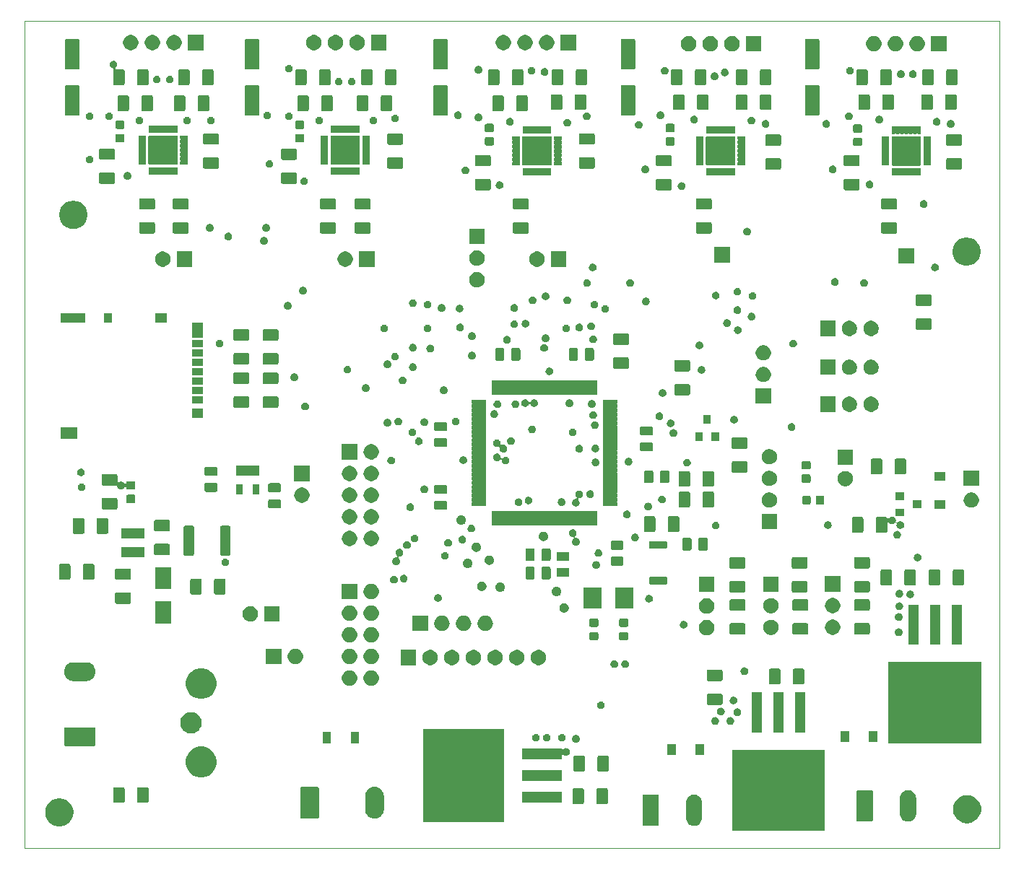
<source format=gbr>
G04 #@! TF.GenerationSoftware,KiCad,Pcbnew,(5.1.5)-3*
G04 #@! TF.CreationDate,2020-08-30T19:13:57+02:00*
G04 #@! TF.ProjectId,controller,636f6e74-726f-46c6-9c65-722e6b696361,rev?*
G04 #@! TF.SameCoordinates,Original*
G04 #@! TF.FileFunction,Soldermask,Top*
G04 #@! TF.FilePolarity,Negative*
%FSLAX46Y46*%
G04 Gerber Fmt 4.6, Leading zero omitted, Abs format (unit mm)*
G04 Created by KiCad (PCBNEW (5.1.5)-3) date 2020-08-30 19:13:57*
%MOMM*%
%LPD*%
G04 APERTURE LIST*
%ADD10C,0.050000*%
%ADD11C,0.100000*%
G04 APERTURE END LIST*
D10*
X134620000Y-17272000D02*
X134620000Y-114300000D01*
X20320000Y-114300000D02*
X134620000Y-114300000D01*
X20320000Y-17272000D02*
X20320000Y-114300000D01*
X134620000Y-17272000D02*
X20320000Y-17272000D01*
D11*
G36*
X114163000Y-112266000D02*
G01*
X103261000Y-112266000D01*
X103261000Y-102764000D01*
X114163000Y-102764000D01*
X114163000Y-112266000D01*
G37*
G36*
X24759256Y-108500298D02*
G01*
X24865579Y-108521447D01*
X25166042Y-108645903D01*
X25436451Y-108826585D01*
X25666415Y-109056549D01*
X25793284Y-109246422D01*
X25847098Y-109326960D01*
X25971553Y-109627422D01*
X26035000Y-109946389D01*
X26035000Y-110271611D01*
X26023258Y-110330641D01*
X25971553Y-110590579D01*
X25847097Y-110891042D01*
X25666415Y-111161451D01*
X25436451Y-111391415D01*
X25166042Y-111572097D01*
X24865579Y-111696553D01*
X24794955Y-111710601D01*
X24546611Y-111760000D01*
X24221389Y-111760000D01*
X23973045Y-111710601D01*
X23902421Y-111696553D01*
X23601958Y-111572097D01*
X23331549Y-111391415D01*
X23101585Y-111161451D01*
X22920903Y-110891042D01*
X22796447Y-110590579D01*
X22744742Y-110330641D01*
X22733000Y-110271611D01*
X22733000Y-109946389D01*
X22796447Y-109627422D01*
X22920902Y-109326960D01*
X22974716Y-109246422D01*
X23101585Y-109056549D01*
X23331549Y-108826585D01*
X23601958Y-108645903D01*
X23902421Y-108521447D01*
X24008744Y-108500298D01*
X24221389Y-108458000D01*
X24546611Y-108458000D01*
X24759256Y-108500298D01*
G37*
G36*
X98992424Y-108017760D02*
G01*
X98992427Y-108017761D01*
X98992428Y-108017761D01*
X99171692Y-108072140D01*
X99171695Y-108072142D01*
X99171696Y-108072142D01*
X99336903Y-108160446D01*
X99481712Y-108279288D01*
X99600554Y-108424097D01*
X99618675Y-108458000D01*
X99688860Y-108589307D01*
X99732327Y-108732600D01*
X99743240Y-108768575D01*
X99757000Y-108908282D01*
X99757000Y-110801718D01*
X99743240Y-110941425D01*
X99743239Y-110941428D01*
X99743239Y-110941429D01*
X99688860Y-111120693D01*
X99688858Y-111120696D01*
X99688858Y-111120697D01*
X99600554Y-111285903D01*
X99481712Y-111430712D01*
X99336903Y-111549554D01*
X99189425Y-111628382D01*
X99171693Y-111637860D01*
X98992429Y-111692239D01*
X98992428Y-111692239D01*
X98992425Y-111692240D01*
X98806000Y-111710601D01*
X98619576Y-111692240D01*
X98619573Y-111692239D01*
X98619572Y-111692239D01*
X98440308Y-111637860D01*
X98422576Y-111628382D01*
X98275098Y-111549554D01*
X98130289Y-111430712D01*
X98011447Y-111285903D01*
X97923143Y-111120697D01*
X97923143Y-111120696D01*
X97923141Y-111120693D01*
X97868762Y-110941429D01*
X97868762Y-110941428D01*
X97868761Y-110941425D01*
X97855000Y-110801717D01*
X97855000Y-108908283D01*
X97868760Y-108768576D01*
X97868761Y-108768572D01*
X97923140Y-108589308D01*
X97999961Y-108445585D01*
X98011446Y-108424097D01*
X98130288Y-108279288D01*
X98275097Y-108160446D01*
X98440303Y-108072142D01*
X98440304Y-108072142D01*
X98440307Y-108072140D01*
X98619571Y-108017761D01*
X98619572Y-108017761D01*
X98619575Y-108017760D01*
X98806000Y-107999399D01*
X98992424Y-108017760D01*
G37*
G36*
X94536915Y-108007934D02*
G01*
X94569424Y-108017795D01*
X94599382Y-108033809D01*
X94625641Y-108055359D01*
X94647191Y-108081618D01*
X94663205Y-108111576D01*
X94673066Y-108144085D01*
X94677000Y-108184029D01*
X94677000Y-111525971D01*
X94673066Y-111565915D01*
X94663205Y-111598424D01*
X94647191Y-111628382D01*
X94625641Y-111654641D01*
X94599382Y-111676191D01*
X94569424Y-111692205D01*
X94536915Y-111702066D01*
X94496971Y-111706000D01*
X92955029Y-111706000D01*
X92915085Y-111702066D01*
X92882576Y-111692205D01*
X92852618Y-111676191D01*
X92826359Y-111654641D01*
X92804809Y-111628382D01*
X92788795Y-111598424D01*
X92778934Y-111565915D01*
X92775000Y-111525971D01*
X92775000Y-108184029D01*
X92778934Y-108144085D01*
X92788795Y-108111576D01*
X92804809Y-108081618D01*
X92826359Y-108055359D01*
X92852618Y-108033809D01*
X92882576Y-108017795D01*
X92915085Y-108007934D01*
X92955029Y-108004000D01*
X94496971Y-108004000D01*
X94536915Y-108007934D01*
G37*
G36*
X131146435Y-108111576D02*
G01*
X131291579Y-108140447D01*
X131396795Y-108184029D01*
X131581594Y-108260575D01*
X131592042Y-108264903D01*
X131862451Y-108445585D01*
X132092415Y-108675549D01*
X132273097Y-108945958D01*
X132273098Y-108945960D01*
X132294572Y-108997804D01*
X132347178Y-109124804D01*
X132397553Y-109246422D01*
X132461000Y-109565389D01*
X132461000Y-109890611D01*
X132397553Y-110209578D01*
X132277965Y-110498291D01*
X132273097Y-110510042D01*
X132092415Y-110780451D01*
X131862451Y-111010415D01*
X131592042Y-111191097D01*
X131592041Y-111191098D01*
X131592040Y-111191098D01*
X131575377Y-111198000D01*
X131291579Y-111315553D01*
X131185256Y-111336702D01*
X130972611Y-111379000D01*
X130647389Y-111379000D01*
X130434744Y-111336702D01*
X130328421Y-111315553D01*
X130044623Y-111198000D01*
X130027960Y-111191098D01*
X130027959Y-111191098D01*
X130027958Y-111191097D01*
X129757549Y-111010415D01*
X129527585Y-110780451D01*
X129346903Y-110510042D01*
X129342036Y-110498291D01*
X129222447Y-110209578D01*
X129159000Y-109890611D01*
X129159000Y-109565389D01*
X129222447Y-109246422D01*
X129272823Y-109124804D01*
X129325428Y-108997804D01*
X129346902Y-108945960D01*
X129346903Y-108945958D01*
X129527585Y-108675549D01*
X129757549Y-108445585D01*
X130027958Y-108264903D01*
X130038407Y-108260575D01*
X130223205Y-108184029D01*
X130328421Y-108140447D01*
X130473565Y-108111576D01*
X130647389Y-108077000D01*
X130972611Y-108077000D01*
X131146435Y-108111576D01*
G37*
G36*
X76560000Y-111242000D02*
G01*
X67058000Y-111242000D01*
X67058000Y-100340000D01*
X76560000Y-100340000D01*
X76560000Y-111242000D01*
G37*
G36*
X124074924Y-107509760D02*
G01*
X124074927Y-107509761D01*
X124074928Y-107509761D01*
X124254192Y-107564140D01*
X124254195Y-107564142D01*
X124254196Y-107564142D01*
X124419403Y-107652446D01*
X124564212Y-107771288D01*
X124683054Y-107916097D01*
X124766460Y-108072140D01*
X124771360Y-108081307D01*
X124825739Y-108260571D01*
X124825740Y-108260575D01*
X124839500Y-108400282D01*
X124839500Y-110293718D01*
X124825740Y-110433425D01*
X124825739Y-110433428D01*
X124825739Y-110433429D01*
X124771360Y-110612693D01*
X124771358Y-110612696D01*
X124771358Y-110612697D01*
X124683054Y-110777903D01*
X124564212Y-110922712D01*
X124419403Y-111041554D01*
X124271336Y-111120697D01*
X124254193Y-111129860D01*
X124074929Y-111184239D01*
X124074928Y-111184239D01*
X124074925Y-111184240D01*
X123888500Y-111202601D01*
X123702076Y-111184240D01*
X123702073Y-111184239D01*
X123702072Y-111184239D01*
X123522808Y-111129860D01*
X123505665Y-111120697D01*
X123357598Y-111041554D01*
X123212789Y-110922712D01*
X123093947Y-110777903D01*
X123005643Y-110612697D01*
X123005643Y-110612696D01*
X123005641Y-110612693D01*
X122951262Y-110433429D01*
X122951262Y-110433428D01*
X122951261Y-110433425D01*
X122937500Y-110293717D01*
X122937500Y-108400283D01*
X122951260Y-108260576D01*
X122951261Y-108260572D01*
X123005640Y-108081308D01*
X123019510Y-108055359D01*
X123093946Y-107916097D01*
X123212788Y-107771288D01*
X123357597Y-107652446D01*
X123522803Y-107564142D01*
X123522804Y-107564142D01*
X123522807Y-107564140D01*
X123702071Y-107509761D01*
X123702072Y-107509761D01*
X123702075Y-107509760D01*
X123888500Y-107491399D01*
X124074924Y-107509760D01*
G37*
G36*
X119619415Y-107499934D02*
G01*
X119651924Y-107509795D01*
X119681882Y-107525809D01*
X119708141Y-107547359D01*
X119729691Y-107573618D01*
X119745705Y-107603576D01*
X119755566Y-107636085D01*
X119759500Y-107676029D01*
X119759500Y-111017971D01*
X119755566Y-111057915D01*
X119745705Y-111090424D01*
X119729691Y-111120382D01*
X119708141Y-111146641D01*
X119681882Y-111168191D01*
X119651924Y-111184205D01*
X119619415Y-111194066D01*
X119579471Y-111198000D01*
X118037529Y-111198000D01*
X117997585Y-111194066D01*
X117965076Y-111184205D01*
X117935118Y-111168191D01*
X117908859Y-111146641D01*
X117887309Y-111120382D01*
X117871295Y-111090424D01*
X117861434Y-111057915D01*
X117857500Y-111017971D01*
X117857500Y-107676029D01*
X117861434Y-107636085D01*
X117871295Y-107603576D01*
X117887309Y-107573618D01*
X117908859Y-107547359D01*
X117935118Y-107525809D01*
X117965076Y-107509795D01*
X117997585Y-107499934D01*
X118037529Y-107496000D01*
X119579471Y-107496000D01*
X119619415Y-107499934D01*
G37*
G36*
X61556831Y-107130930D02*
G01*
X61764375Y-107193888D01*
X61908966Y-107271174D01*
X61955642Y-107296123D01*
X61974297Y-107311433D01*
X62123292Y-107433708D01*
X62260878Y-107601359D01*
X62363112Y-107792624D01*
X62426070Y-108000168D01*
X62442000Y-108161911D01*
X62442000Y-109770089D01*
X62426070Y-109931832D01*
X62363112Y-110139376D01*
X62260878Y-110330641D01*
X62123292Y-110498292D01*
X61955641Y-110635878D01*
X61764376Y-110738112D01*
X61556832Y-110801070D01*
X61341000Y-110822327D01*
X61125169Y-110801070D01*
X60917625Y-110738112D01*
X60726360Y-110635878D01*
X60558709Y-110498292D01*
X60421123Y-110330641D01*
X60318887Y-110139373D01*
X60255930Y-109931835D01*
X60240000Y-109770089D01*
X60240000Y-108161912D01*
X60255930Y-108000169D01*
X60318888Y-107792625D01*
X60414685Y-107613403D01*
X60421123Y-107601358D01*
X60456963Y-107557687D01*
X60558708Y-107433708D01*
X60726359Y-107296122D01*
X60917624Y-107193888D01*
X61125168Y-107130930D01*
X61341000Y-107109673D01*
X61556831Y-107130930D01*
G37*
G36*
X54687536Y-107118800D02*
G01*
X54718738Y-107128265D01*
X54747486Y-107143631D01*
X54772687Y-107164313D01*
X54793369Y-107189514D01*
X54808735Y-107218262D01*
X54818200Y-107249464D01*
X54822000Y-107288046D01*
X54822000Y-110643954D01*
X54818200Y-110682536D01*
X54808735Y-110713738D01*
X54793369Y-110742486D01*
X54772687Y-110767687D01*
X54747486Y-110788369D01*
X54718738Y-110803735D01*
X54687536Y-110813200D01*
X54648954Y-110817000D01*
X52793046Y-110817000D01*
X52754464Y-110813200D01*
X52723262Y-110803735D01*
X52694514Y-110788369D01*
X52669313Y-110767687D01*
X52648631Y-110742486D01*
X52633265Y-110713738D01*
X52623800Y-110682536D01*
X52620000Y-110643954D01*
X52620000Y-107288046D01*
X52623800Y-107249464D01*
X52633265Y-107218262D01*
X52648631Y-107189514D01*
X52669313Y-107164313D01*
X52694514Y-107143631D01*
X52723262Y-107128265D01*
X52754464Y-107118800D01*
X52793046Y-107115000D01*
X54648954Y-107115000D01*
X54687536Y-107118800D01*
G37*
G36*
X85732604Y-107282347D02*
G01*
X85769144Y-107293432D01*
X85802821Y-107311433D01*
X85832341Y-107335659D01*
X85856567Y-107365179D01*
X85874568Y-107398856D01*
X85885653Y-107435396D01*
X85890000Y-107479538D01*
X85890000Y-108928462D01*
X85885653Y-108972604D01*
X85874568Y-109009144D01*
X85856567Y-109042821D01*
X85832341Y-109072341D01*
X85802821Y-109096567D01*
X85769144Y-109114568D01*
X85732604Y-109125653D01*
X85688462Y-109130000D01*
X84739538Y-109130000D01*
X84695396Y-109125653D01*
X84658856Y-109114568D01*
X84625179Y-109096567D01*
X84595659Y-109072341D01*
X84571433Y-109042821D01*
X84553432Y-109009144D01*
X84542347Y-108972604D01*
X84538000Y-108928462D01*
X84538000Y-107479538D01*
X84542347Y-107435396D01*
X84553432Y-107398856D01*
X84571433Y-107365179D01*
X84595659Y-107335659D01*
X84625179Y-107311433D01*
X84658856Y-107293432D01*
X84695396Y-107282347D01*
X84739538Y-107278000D01*
X85688462Y-107278000D01*
X85732604Y-107282347D01*
G37*
G36*
X88532604Y-107282347D02*
G01*
X88569144Y-107293432D01*
X88602821Y-107311433D01*
X88632341Y-107335659D01*
X88656567Y-107365179D01*
X88674568Y-107398856D01*
X88685653Y-107435396D01*
X88690000Y-107479538D01*
X88690000Y-108928462D01*
X88685653Y-108972604D01*
X88674568Y-109009144D01*
X88656567Y-109042821D01*
X88632341Y-109072341D01*
X88602821Y-109096567D01*
X88569144Y-109114568D01*
X88532604Y-109125653D01*
X88488462Y-109130000D01*
X87539538Y-109130000D01*
X87495396Y-109125653D01*
X87458856Y-109114568D01*
X87425179Y-109096567D01*
X87395659Y-109072341D01*
X87371433Y-109042821D01*
X87353432Y-109009144D01*
X87342347Y-108972604D01*
X87338000Y-108928462D01*
X87338000Y-107479538D01*
X87342347Y-107435396D01*
X87353432Y-107398856D01*
X87371433Y-107365179D01*
X87395659Y-107335659D01*
X87425179Y-107311433D01*
X87458856Y-107293432D01*
X87495396Y-107282347D01*
X87539538Y-107278000D01*
X88488462Y-107278000D01*
X88532604Y-107282347D01*
G37*
G36*
X31884604Y-107155347D02*
G01*
X31921144Y-107166432D01*
X31954821Y-107184433D01*
X31984341Y-107208659D01*
X32008567Y-107238179D01*
X32026568Y-107271856D01*
X32037653Y-107308396D01*
X32042000Y-107352538D01*
X32042000Y-108801462D01*
X32037653Y-108845604D01*
X32026568Y-108882144D01*
X32008567Y-108915821D01*
X31984341Y-108945341D01*
X31954821Y-108969567D01*
X31921144Y-108987568D01*
X31884604Y-108998653D01*
X31840462Y-109003000D01*
X30891538Y-109003000D01*
X30847396Y-108998653D01*
X30810856Y-108987568D01*
X30777179Y-108969567D01*
X30747659Y-108945341D01*
X30723433Y-108915821D01*
X30705432Y-108882144D01*
X30694347Y-108845604D01*
X30690000Y-108801462D01*
X30690000Y-107352538D01*
X30694347Y-107308396D01*
X30705432Y-107271856D01*
X30723433Y-107238179D01*
X30747659Y-107208659D01*
X30777179Y-107184433D01*
X30810856Y-107166432D01*
X30847396Y-107155347D01*
X30891538Y-107151000D01*
X31840462Y-107151000D01*
X31884604Y-107155347D01*
G37*
G36*
X34684604Y-107155347D02*
G01*
X34721144Y-107166432D01*
X34754821Y-107184433D01*
X34784341Y-107208659D01*
X34808567Y-107238179D01*
X34826568Y-107271856D01*
X34837653Y-107308396D01*
X34842000Y-107352538D01*
X34842000Y-108801462D01*
X34837653Y-108845604D01*
X34826568Y-108882144D01*
X34808567Y-108915821D01*
X34784341Y-108945341D01*
X34754821Y-108969567D01*
X34721144Y-108987568D01*
X34684604Y-108998653D01*
X34640462Y-109003000D01*
X33691538Y-109003000D01*
X33647396Y-108998653D01*
X33610856Y-108987568D01*
X33577179Y-108969567D01*
X33547659Y-108945341D01*
X33523433Y-108915821D01*
X33505432Y-108882144D01*
X33494347Y-108845604D01*
X33490000Y-108801462D01*
X33490000Y-107352538D01*
X33494347Y-107308396D01*
X33505432Y-107271856D01*
X33523433Y-107238179D01*
X33547659Y-107208659D01*
X33577179Y-107184433D01*
X33610856Y-107166432D01*
X33647396Y-107155347D01*
X33691538Y-107151000D01*
X34640462Y-107151000D01*
X34684604Y-107155347D01*
G37*
G36*
X83310000Y-108932000D02*
G01*
X78608000Y-108932000D01*
X78608000Y-107730000D01*
X83310000Y-107730000D01*
X83310000Y-108932000D01*
G37*
G36*
X83310000Y-106392000D02*
G01*
X78608000Y-106392000D01*
X78608000Y-105190000D01*
X83310000Y-105190000D01*
X83310000Y-106392000D01*
G37*
G36*
X41546331Y-102464211D02*
G01*
X41874092Y-102599974D01*
X42169070Y-102797072D01*
X42419928Y-103047930D01*
X42617026Y-103342908D01*
X42752789Y-103670669D01*
X42822000Y-104018616D01*
X42822000Y-104373384D01*
X42752789Y-104721331D01*
X42617026Y-105049092D01*
X42419928Y-105344070D01*
X42169070Y-105594928D01*
X41874092Y-105792026D01*
X41546331Y-105927789D01*
X41198384Y-105997000D01*
X40843616Y-105997000D01*
X40495669Y-105927789D01*
X40167908Y-105792026D01*
X39872930Y-105594928D01*
X39622072Y-105344070D01*
X39424974Y-105049092D01*
X39289211Y-104721331D01*
X39220000Y-104373384D01*
X39220000Y-104018616D01*
X39289211Y-103670669D01*
X39424974Y-103342908D01*
X39622072Y-103047930D01*
X39872930Y-102797072D01*
X40167908Y-102599974D01*
X40495669Y-102464211D01*
X40843616Y-102395000D01*
X41198384Y-102395000D01*
X41546331Y-102464211D01*
G37*
G36*
X85859604Y-103472347D02*
G01*
X85896144Y-103483432D01*
X85929821Y-103501433D01*
X85959341Y-103525659D01*
X85983567Y-103555179D01*
X86001568Y-103588856D01*
X86012653Y-103625396D01*
X86017000Y-103669538D01*
X86017000Y-105118462D01*
X86012653Y-105162604D01*
X86001568Y-105199144D01*
X85983567Y-105232821D01*
X85959341Y-105262341D01*
X85929821Y-105286567D01*
X85896144Y-105304568D01*
X85859604Y-105315653D01*
X85815462Y-105320000D01*
X84866538Y-105320000D01*
X84822396Y-105315653D01*
X84785856Y-105304568D01*
X84752179Y-105286567D01*
X84722659Y-105262341D01*
X84698433Y-105232821D01*
X84680432Y-105199144D01*
X84669347Y-105162604D01*
X84665000Y-105118462D01*
X84665000Y-103669538D01*
X84669347Y-103625396D01*
X84680432Y-103588856D01*
X84698433Y-103555179D01*
X84722659Y-103525659D01*
X84752179Y-103501433D01*
X84785856Y-103483432D01*
X84822396Y-103472347D01*
X84866538Y-103468000D01*
X85815462Y-103468000D01*
X85859604Y-103472347D01*
G37*
G36*
X88659604Y-103472347D02*
G01*
X88696144Y-103483432D01*
X88729821Y-103501433D01*
X88759341Y-103525659D01*
X88783567Y-103555179D01*
X88801568Y-103588856D01*
X88812653Y-103625396D01*
X88817000Y-103669538D01*
X88817000Y-105118462D01*
X88812653Y-105162604D01*
X88801568Y-105199144D01*
X88783567Y-105232821D01*
X88759341Y-105262341D01*
X88729821Y-105286567D01*
X88696144Y-105304568D01*
X88659604Y-105315653D01*
X88615462Y-105320000D01*
X87666538Y-105320000D01*
X87622396Y-105315653D01*
X87585856Y-105304568D01*
X87552179Y-105286567D01*
X87522659Y-105262341D01*
X87498433Y-105232821D01*
X87480432Y-105199144D01*
X87469347Y-105162604D01*
X87465000Y-105118462D01*
X87465000Y-103669538D01*
X87469347Y-103625396D01*
X87480432Y-103588856D01*
X87498433Y-103555179D01*
X87522659Y-103525659D01*
X87552179Y-103501433D01*
X87585856Y-103483432D01*
X87622396Y-103472347D01*
X87666538Y-103468000D01*
X88615462Y-103468000D01*
X88659604Y-103472347D01*
G37*
G36*
X83934903Y-102579980D02*
G01*
X84016978Y-102613977D01*
X84016980Y-102613978D01*
X84054164Y-102638824D01*
X84090846Y-102663334D01*
X84153666Y-102726154D01*
X84203023Y-102800022D01*
X84237020Y-102882097D01*
X84254351Y-102969228D01*
X84254351Y-103058070D01*
X84237020Y-103145201D01*
X84203023Y-103227276D01*
X84203022Y-103227278D01*
X84153665Y-103301145D01*
X84090847Y-103363963D01*
X84016980Y-103413320D01*
X84016979Y-103413321D01*
X84016978Y-103413321D01*
X83934903Y-103447318D01*
X83847772Y-103464649D01*
X83758930Y-103464649D01*
X83671799Y-103447318D01*
X83589724Y-103413321D01*
X83589723Y-103413321D01*
X83589722Y-103413320D01*
X83560808Y-103394000D01*
X83507000Y-103358047D01*
X83504445Y-103355950D01*
X83482834Y-103344399D01*
X83459385Y-103337286D01*
X83434999Y-103334884D01*
X83410613Y-103337286D01*
X83387164Y-103344399D01*
X83365553Y-103355950D01*
X83346611Y-103371495D01*
X83331066Y-103390437D01*
X83319515Y-103412048D01*
X83312402Y-103435497D01*
X83310000Y-103459883D01*
X83310000Y-103852000D01*
X78608000Y-103852000D01*
X78608000Y-102650000D01*
X83341849Y-102650000D01*
X83346611Y-102655803D01*
X83365553Y-102671348D01*
X83387164Y-102682899D01*
X83410613Y-102690012D01*
X83434999Y-102692414D01*
X83459385Y-102690012D01*
X83482834Y-102682899D01*
X83504445Y-102671348D01*
X83507000Y-102669251D01*
X83565228Y-102630344D01*
X83589722Y-102613978D01*
X83589724Y-102613977D01*
X83671799Y-102579980D01*
X83758930Y-102562649D01*
X83847772Y-102562649D01*
X83934903Y-102579980D01*
G37*
G36*
X100004500Y-103394000D02*
G01*
X99002500Y-103394000D01*
X99002500Y-102092000D01*
X100004500Y-102092000D01*
X100004500Y-103394000D01*
G37*
G36*
X96704500Y-103394000D02*
G01*
X95702500Y-103394000D01*
X95702500Y-102092000D01*
X96704500Y-102092000D01*
X96704500Y-103394000D01*
G37*
G36*
X28513536Y-100121800D02*
G01*
X28544738Y-100131265D01*
X28573486Y-100146631D01*
X28598687Y-100167313D01*
X28619369Y-100192514D01*
X28634735Y-100221262D01*
X28644200Y-100252464D01*
X28648000Y-100291046D01*
X28648000Y-102146954D01*
X28644200Y-102185536D01*
X28634735Y-102216738D01*
X28619369Y-102245486D01*
X28598687Y-102270687D01*
X28573486Y-102291369D01*
X28544738Y-102306735D01*
X28513536Y-102316200D01*
X28474954Y-102320000D01*
X25119046Y-102320000D01*
X25080464Y-102316200D01*
X25049262Y-102306735D01*
X25020514Y-102291369D01*
X24995313Y-102270687D01*
X24974631Y-102245486D01*
X24959265Y-102216738D01*
X24949800Y-102185536D01*
X24946000Y-102146954D01*
X24946000Y-100291046D01*
X24949800Y-100252464D01*
X24959265Y-100221262D01*
X24974631Y-100192514D01*
X24995313Y-100167313D01*
X25020514Y-100146631D01*
X25049262Y-100131265D01*
X25080464Y-100121800D01*
X25119046Y-100118000D01*
X28474954Y-100118000D01*
X28513536Y-100121800D01*
G37*
G36*
X56255000Y-101997000D02*
G01*
X55253000Y-101997000D01*
X55253000Y-100695000D01*
X56255000Y-100695000D01*
X56255000Y-101997000D01*
G37*
G36*
X59555000Y-101997000D02*
G01*
X58553000Y-101997000D01*
X58553000Y-100695000D01*
X59555000Y-100695000D01*
X59555000Y-101997000D01*
G37*
G36*
X132514500Y-101979000D02*
G01*
X121612500Y-101979000D01*
X121612500Y-92477000D01*
X132514500Y-92477000D01*
X132514500Y-101979000D01*
G37*
G36*
X85094552Y-101039331D02*
G01*
X85176627Y-101073328D01*
X85176629Y-101073329D01*
X85213813Y-101098175D01*
X85250495Y-101122685D01*
X85313315Y-101185505D01*
X85362672Y-101259373D01*
X85396669Y-101341448D01*
X85414000Y-101428579D01*
X85414000Y-101517421D01*
X85396669Y-101604552D01*
X85362672Y-101686627D01*
X85362671Y-101686629D01*
X85313314Y-101760496D01*
X85250496Y-101823314D01*
X85176629Y-101872671D01*
X85176628Y-101872672D01*
X85176627Y-101872672D01*
X85094552Y-101906669D01*
X85007421Y-101924000D01*
X84918579Y-101924000D01*
X84831448Y-101906669D01*
X84749373Y-101872672D01*
X84749372Y-101872672D01*
X84749371Y-101872671D01*
X84675504Y-101823314D01*
X84612686Y-101760496D01*
X84563329Y-101686629D01*
X84563328Y-101686627D01*
X84529331Y-101604552D01*
X84512000Y-101517421D01*
X84512000Y-101428579D01*
X84529331Y-101341448D01*
X84563328Y-101259373D01*
X84612685Y-101185505D01*
X84675505Y-101122685D01*
X84712187Y-101098175D01*
X84749371Y-101073329D01*
X84749373Y-101073328D01*
X84831448Y-101039331D01*
X84918579Y-101022000D01*
X85007421Y-101022000D01*
X85094552Y-101039331D01*
G37*
G36*
X120324500Y-101870000D02*
G01*
X119322500Y-101870000D01*
X119322500Y-100568000D01*
X120324500Y-100568000D01*
X120324500Y-101870000D01*
G37*
G36*
X117024500Y-101870000D02*
G01*
X116022500Y-101870000D01*
X116022500Y-100568000D01*
X117024500Y-100568000D01*
X117024500Y-101870000D01*
G37*
G36*
X80395552Y-100912331D02*
G01*
X80477627Y-100946328D01*
X80477629Y-100946329D01*
X80551496Y-100995686D01*
X80614314Y-101058504D01*
X80657200Y-101122686D01*
X80663672Y-101132373D01*
X80697669Y-101214448D01*
X80715000Y-101301579D01*
X80715000Y-101390421D01*
X80697669Y-101477552D01*
X80663672Y-101559627D01*
X80663671Y-101559629D01*
X80614314Y-101633496D01*
X80551496Y-101696314D01*
X80477629Y-101745671D01*
X80477628Y-101745672D01*
X80477627Y-101745672D01*
X80395552Y-101779669D01*
X80308421Y-101797000D01*
X80219579Y-101797000D01*
X80132448Y-101779669D01*
X80050373Y-101745672D01*
X80050372Y-101745672D01*
X80050371Y-101745671D01*
X79976504Y-101696314D01*
X79913686Y-101633496D01*
X79864329Y-101559629D01*
X79864328Y-101559627D01*
X79830331Y-101477552D01*
X79813000Y-101390421D01*
X79813000Y-101301579D01*
X79830331Y-101214448D01*
X79864328Y-101132373D01*
X79870801Y-101122686D01*
X79913686Y-101058504D01*
X79976504Y-100995686D01*
X80050371Y-100946329D01*
X80050373Y-100946328D01*
X80132448Y-100912331D01*
X80219579Y-100895000D01*
X80308421Y-100895000D01*
X80395552Y-100912331D01*
G37*
G36*
X81665552Y-100912331D02*
G01*
X81747627Y-100946328D01*
X81747629Y-100946329D01*
X81821496Y-100995686D01*
X81884314Y-101058504D01*
X81927200Y-101122686D01*
X81933672Y-101132373D01*
X81967669Y-101214448D01*
X81985000Y-101301579D01*
X81985000Y-101390421D01*
X81967669Y-101477552D01*
X81933672Y-101559627D01*
X81933671Y-101559629D01*
X81884314Y-101633496D01*
X81821496Y-101696314D01*
X81747629Y-101745671D01*
X81747628Y-101745672D01*
X81747627Y-101745672D01*
X81665552Y-101779669D01*
X81578421Y-101797000D01*
X81489579Y-101797000D01*
X81402448Y-101779669D01*
X81320373Y-101745672D01*
X81320372Y-101745672D01*
X81320371Y-101745671D01*
X81246504Y-101696314D01*
X81183686Y-101633496D01*
X81134329Y-101559629D01*
X81134328Y-101559627D01*
X81100331Y-101477552D01*
X81083000Y-101390421D01*
X81083000Y-101301579D01*
X81100331Y-101214448D01*
X81134328Y-101132373D01*
X81140801Y-101122686D01*
X81183686Y-101058504D01*
X81246504Y-100995686D01*
X81320371Y-100946329D01*
X81320373Y-100946328D01*
X81402448Y-100912331D01*
X81489579Y-100895000D01*
X81578421Y-100895000D01*
X81665552Y-100912331D01*
G37*
G36*
X83443552Y-100912331D02*
G01*
X83525627Y-100946328D01*
X83525629Y-100946329D01*
X83599496Y-100995686D01*
X83662314Y-101058504D01*
X83705200Y-101122686D01*
X83711672Y-101132373D01*
X83745669Y-101214448D01*
X83763000Y-101301579D01*
X83763000Y-101390421D01*
X83745669Y-101477552D01*
X83711672Y-101559627D01*
X83711671Y-101559629D01*
X83662314Y-101633496D01*
X83599496Y-101696314D01*
X83525629Y-101745671D01*
X83525628Y-101745672D01*
X83525627Y-101745672D01*
X83443552Y-101779669D01*
X83356421Y-101797000D01*
X83267579Y-101797000D01*
X83180448Y-101779669D01*
X83098373Y-101745672D01*
X83098372Y-101745672D01*
X83098371Y-101745671D01*
X83024504Y-101696314D01*
X82961686Y-101633496D01*
X82912329Y-101559629D01*
X82912328Y-101559627D01*
X82878331Y-101477552D01*
X82861000Y-101390421D01*
X82861000Y-101301579D01*
X82878331Y-101214448D01*
X82912328Y-101132373D01*
X82918801Y-101122686D01*
X82961686Y-101058504D01*
X83024504Y-100995686D01*
X83098371Y-100946329D01*
X83098373Y-100946328D01*
X83180448Y-100912331D01*
X83267579Y-100895000D01*
X83356421Y-100895000D01*
X83443552Y-100912331D01*
G37*
G36*
X40185903Y-98393075D02*
G01*
X40413571Y-98487378D01*
X40618466Y-98624285D01*
X40792715Y-98798534D01*
X40929622Y-99003429D01*
X40929623Y-99003431D01*
X41023925Y-99231097D01*
X41072000Y-99472786D01*
X41072000Y-99719214D01*
X41023925Y-99960903D01*
X40957280Y-100121800D01*
X40929622Y-100188571D01*
X40792715Y-100393466D01*
X40618466Y-100567715D01*
X40413571Y-100704622D01*
X40413570Y-100704623D01*
X40413569Y-100704623D01*
X40185903Y-100798925D01*
X39944214Y-100847000D01*
X39697786Y-100847000D01*
X39456097Y-100798925D01*
X39228431Y-100704623D01*
X39228430Y-100704623D01*
X39228429Y-100704622D01*
X39023534Y-100567715D01*
X38849285Y-100393466D01*
X38712378Y-100188571D01*
X38684721Y-100121800D01*
X38618075Y-99960903D01*
X38570000Y-99719214D01*
X38570000Y-99472786D01*
X38618075Y-99231097D01*
X38712377Y-99003431D01*
X38712378Y-99003429D01*
X38849285Y-98798534D01*
X39023534Y-98624285D01*
X39228429Y-98487378D01*
X39456097Y-98393075D01*
X39697786Y-98345000D01*
X39944214Y-98345000D01*
X40185903Y-98393075D01*
G37*
G36*
X111853000Y-100716000D02*
G01*
X110651000Y-100716000D01*
X110651000Y-96014000D01*
X111853000Y-96014000D01*
X111853000Y-100716000D01*
G37*
G36*
X109313000Y-100716000D02*
G01*
X108111000Y-100716000D01*
X108111000Y-96014000D01*
X109313000Y-96014000D01*
X109313000Y-100716000D01*
G37*
G36*
X106773000Y-100716000D02*
G01*
X105571000Y-100716000D01*
X105571000Y-96014000D01*
X106773000Y-96014000D01*
X106773000Y-100716000D01*
G37*
G36*
X101414052Y-98943831D02*
G01*
X101496127Y-98977828D01*
X101496129Y-98977829D01*
X101533313Y-99002675D01*
X101569995Y-99027185D01*
X101632815Y-99090005D01*
X101682172Y-99163873D01*
X101716169Y-99245948D01*
X101733500Y-99333079D01*
X101733500Y-99421921D01*
X101716169Y-99509052D01*
X101682172Y-99591127D01*
X101682171Y-99591129D01*
X101632814Y-99664996D01*
X101569996Y-99727814D01*
X101496129Y-99777171D01*
X101496128Y-99777172D01*
X101496127Y-99777172D01*
X101414052Y-99811169D01*
X101326921Y-99828500D01*
X101238079Y-99828500D01*
X101150948Y-99811169D01*
X101068873Y-99777172D01*
X101068872Y-99777172D01*
X101068871Y-99777171D01*
X100995004Y-99727814D01*
X100932186Y-99664996D01*
X100882829Y-99591129D01*
X100882828Y-99591127D01*
X100848831Y-99509052D01*
X100831500Y-99421921D01*
X100831500Y-99333079D01*
X100848831Y-99245948D01*
X100882828Y-99163873D01*
X100932185Y-99090005D01*
X100995005Y-99027185D01*
X101031687Y-99002675D01*
X101068871Y-98977829D01*
X101068873Y-98977828D01*
X101150948Y-98943831D01*
X101238079Y-98926500D01*
X101326921Y-98926500D01*
X101414052Y-98943831D01*
G37*
G36*
X103192052Y-98943831D02*
G01*
X103274127Y-98977828D01*
X103274129Y-98977829D01*
X103311313Y-99002675D01*
X103347995Y-99027185D01*
X103410815Y-99090005D01*
X103460172Y-99163873D01*
X103494169Y-99245948D01*
X103511500Y-99333079D01*
X103511500Y-99421921D01*
X103494169Y-99509052D01*
X103460172Y-99591127D01*
X103460171Y-99591129D01*
X103410814Y-99664996D01*
X103347996Y-99727814D01*
X103274129Y-99777171D01*
X103274128Y-99777172D01*
X103274127Y-99777172D01*
X103192052Y-99811169D01*
X103104921Y-99828500D01*
X103016079Y-99828500D01*
X102928948Y-99811169D01*
X102846873Y-99777172D01*
X102846872Y-99777172D01*
X102846871Y-99777171D01*
X102773004Y-99727814D01*
X102710186Y-99664996D01*
X102660829Y-99591129D01*
X102660828Y-99591127D01*
X102626831Y-99509052D01*
X102609500Y-99421921D01*
X102609500Y-99333079D01*
X102626831Y-99245948D01*
X102660828Y-99163873D01*
X102710185Y-99090005D01*
X102773005Y-99027185D01*
X102809687Y-99002675D01*
X102846871Y-98977829D01*
X102846873Y-98977828D01*
X102928948Y-98943831D01*
X103016079Y-98926500D01*
X103104921Y-98926500D01*
X103192052Y-98943831D01*
G37*
G36*
X104014052Y-97931331D02*
G01*
X104096127Y-97965328D01*
X104096129Y-97965329D01*
X104133313Y-97990175D01*
X104169995Y-98014685D01*
X104232815Y-98077505D01*
X104282172Y-98151373D01*
X104316169Y-98233448D01*
X104333500Y-98320579D01*
X104333500Y-98409421D01*
X104316169Y-98496552D01*
X104292478Y-98553746D01*
X104282171Y-98578629D01*
X104232814Y-98652496D01*
X104169996Y-98715314D01*
X104096129Y-98764671D01*
X104096128Y-98764672D01*
X104096127Y-98764672D01*
X104014052Y-98798669D01*
X103926921Y-98816000D01*
X103838079Y-98816000D01*
X103750948Y-98798669D01*
X103668873Y-98764672D01*
X103668872Y-98764672D01*
X103668871Y-98764671D01*
X103595004Y-98715314D01*
X103532186Y-98652496D01*
X103482829Y-98578629D01*
X103472522Y-98553746D01*
X103448831Y-98496552D01*
X103431500Y-98409421D01*
X103431500Y-98320579D01*
X103448831Y-98233448D01*
X103482828Y-98151373D01*
X103532185Y-98077505D01*
X103595005Y-98014685D01*
X103631687Y-97990175D01*
X103668871Y-97965329D01*
X103668873Y-97965328D01*
X103750948Y-97931331D01*
X103838079Y-97914000D01*
X103926921Y-97914000D01*
X104014052Y-97931331D01*
G37*
G36*
X102080802Y-97832581D02*
G01*
X102162877Y-97866578D01*
X102162879Y-97866579D01*
X102192414Y-97886314D01*
X102236745Y-97915935D01*
X102299565Y-97978755D01*
X102348922Y-98052623D01*
X102382919Y-98134698D01*
X102400250Y-98221829D01*
X102400250Y-98310671D01*
X102382919Y-98397802D01*
X102348922Y-98479877D01*
X102299565Y-98553745D01*
X102236745Y-98616565D01*
X102225191Y-98624285D01*
X102162879Y-98665921D01*
X102162878Y-98665922D01*
X102162877Y-98665922D01*
X102080802Y-98699919D01*
X101993671Y-98717250D01*
X101904829Y-98717250D01*
X101817698Y-98699919D01*
X101735623Y-98665922D01*
X101735622Y-98665922D01*
X101735621Y-98665921D01*
X101673309Y-98624285D01*
X101661755Y-98616565D01*
X101598935Y-98553745D01*
X101549578Y-98479877D01*
X101515581Y-98397802D01*
X101498250Y-98310671D01*
X101498250Y-98221829D01*
X101515581Y-98134698D01*
X101549578Y-98052623D01*
X101598935Y-97978755D01*
X101661755Y-97915935D01*
X101706086Y-97886314D01*
X101735621Y-97866579D01*
X101735623Y-97866578D01*
X101817698Y-97832581D01*
X101904829Y-97815250D01*
X101993671Y-97815250D01*
X102080802Y-97832581D01*
G37*
G36*
X88015552Y-97102331D02*
G01*
X88097627Y-97136328D01*
X88097629Y-97136329D01*
X88134813Y-97161175D01*
X88171495Y-97185685D01*
X88234315Y-97248505D01*
X88258825Y-97285187D01*
X88278622Y-97314814D01*
X88283672Y-97322373D01*
X88317669Y-97404448D01*
X88335000Y-97491579D01*
X88335000Y-97580421D01*
X88317669Y-97667552D01*
X88283672Y-97749627D01*
X88283671Y-97749629D01*
X88234314Y-97823496D01*
X88171496Y-97886314D01*
X88097629Y-97935671D01*
X88097628Y-97935672D01*
X88097627Y-97935672D01*
X88015552Y-97969669D01*
X87928421Y-97987000D01*
X87839579Y-97987000D01*
X87752448Y-97969669D01*
X87670373Y-97935672D01*
X87670372Y-97935672D01*
X87670371Y-97935671D01*
X87596504Y-97886314D01*
X87533686Y-97823496D01*
X87484329Y-97749629D01*
X87484328Y-97749627D01*
X87450331Y-97667552D01*
X87433000Y-97580421D01*
X87433000Y-97491579D01*
X87450331Y-97404448D01*
X87484328Y-97322373D01*
X87489379Y-97314814D01*
X87509175Y-97285187D01*
X87533685Y-97248505D01*
X87596505Y-97185685D01*
X87633187Y-97161175D01*
X87670371Y-97136329D01*
X87670373Y-97136328D01*
X87752448Y-97102331D01*
X87839579Y-97085000D01*
X87928421Y-97085000D01*
X88015552Y-97102331D01*
G37*
G36*
X101987604Y-96168847D02*
G01*
X102024144Y-96179932D01*
X102057821Y-96197933D01*
X102087341Y-96222159D01*
X102111567Y-96251679D01*
X102129568Y-96285356D01*
X102140653Y-96321896D01*
X102145000Y-96366038D01*
X102145000Y-97314962D01*
X102140653Y-97359104D01*
X102129568Y-97395644D01*
X102111567Y-97429321D01*
X102087341Y-97458841D01*
X102057821Y-97483067D01*
X102024144Y-97501068D01*
X101987604Y-97512153D01*
X101943462Y-97516500D01*
X100494538Y-97516500D01*
X100450396Y-97512153D01*
X100413856Y-97501068D01*
X100380179Y-97483067D01*
X100350659Y-97458841D01*
X100326433Y-97429321D01*
X100308432Y-97395644D01*
X100297347Y-97359104D01*
X100293000Y-97314962D01*
X100293000Y-96366038D01*
X100297347Y-96321896D01*
X100308432Y-96285356D01*
X100326433Y-96251679D01*
X100350659Y-96222159D01*
X100380179Y-96197933D01*
X100413856Y-96179932D01*
X100450396Y-96168847D01*
X100494538Y-96164500D01*
X101943462Y-96164500D01*
X101987604Y-96168847D01*
G37*
G36*
X103573052Y-96530831D02*
G01*
X103655127Y-96564828D01*
X103655129Y-96564829D01*
X103692313Y-96589675D01*
X103728995Y-96614185D01*
X103791815Y-96677005D01*
X103841172Y-96750873D01*
X103875169Y-96832948D01*
X103892500Y-96920079D01*
X103892500Y-97008921D01*
X103875169Y-97096052D01*
X103841172Y-97178127D01*
X103841171Y-97178129D01*
X103816325Y-97215313D01*
X103791815Y-97251995D01*
X103728995Y-97314815D01*
X103692313Y-97339325D01*
X103655129Y-97364171D01*
X103655128Y-97364172D01*
X103655127Y-97364172D01*
X103573052Y-97398169D01*
X103485921Y-97415500D01*
X103397079Y-97415500D01*
X103309948Y-97398169D01*
X103227873Y-97364172D01*
X103227872Y-97364172D01*
X103227871Y-97364171D01*
X103190687Y-97339325D01*
X103154005Y-97314815D01*
X103091185Y-97251995D01*
X103066675Y-97215313D01*
X103041829Y-97178129D01*
X103041828Y-97178127D01*
X103007831Y-97096052D01*
X102990500Y-97008921D01*
X102990500Y-96920079D01*
X103007831Y-96832948D01*
X103041828Y-96750873D01*
X103091185Y-96677005D01*
X103154005Y-96614185D01*
X103190687Y-96589675D01*
X103227871Y-96564829D01*
X103227873Y-96564828D01*
X103309948Y-96530831D01*
X103397079Y-96513500D01*
X103485921Y-96513500D01*
X103573052Y-96530831D01*
G37*
G36*
X41546331Y-93264211D02*
G01*
X41874092Y-93399974D01*
X42169070Y-93597072D01*
X42419928Y-93847930D01*
X42617026Y-94142908D01*
X42752789Y-94470669D01*
X42822000Y-94818616D01*
X42822000Y-95173384D01*
X42752789Y-95521331D01*
X42617026Y-95849092D01*
X42419928Y-96144070D01*
X42169070Y-96394928D01*
X41874092Y-96592026D01*
X41546331Y-96727789D01*
X41198384Y-96797000D01*
X40843616Y-96797000D01*
X40495669Y-96727789D01*
X40167908Y-96592026D01*
X39872930Y-96394928D01*
X39622072Y-96144070D01*
X39424974Y-95849092D01*
X39289211Y-95521331D01*
X39220000Y-95173384D01*
X39220000Y-94818616D01*
X39289211Y-94470669D01*
X39424974Y-94142908D01*
X39622072Y-93847930D01*
X39872930Y-93597072D01*
X40167908Y-93399974D01*
X40495669Y-93264211D01*
X40843616Y-93195000D01*
X41198384Y-93195000D01*
X41546331Y-93264211D01*
G37*
G36*
X58533512Y-93464927D02*
G01*
X58682812Y-93494624D01*
X58846784Y-93562544D01*
X58994354Y-93661147D01*
X59119853Y-93786646D01*
X59218456Y-93934216D01*
X59286376Y-94098188D01*
X59321000Y-94272259D01*
X59321000Y-94449741D01*
X59286376Y-94623812D01*
X59218456Y-94787784D01*
X59119853Y-94935354D01*
X58994354Y-95060853D01*
X58846784Y-95159456D01*
X58682812Y-95227376D01*
X58533512Y-95257073D01*
X58508742Y-95262000D01*
X58331258Y-95262000D01*
X58306488Y-95257073D01*
X58157188Y-95227376D01*
X57993216Y-95159456D01*
X57845646Y-95060853D01*
X57720147Y-94935354D01*
X57621544Y-94787784D01*
X57553624Y-94623812D01*
X57519000Y-94449741D01*
X57519000Y-94272259D01*
X57553624Y-94098188D01*
X57621544Y-93934216D01*
X57720147Y-93786646D01*
X57845646Y-93661147D01*
X57993216Y-93562544D01*
X58157188Y-93494624D01*
X58306488Y-93464927D01*
X58331258Y-93460000D01*
X58508742Y-93460000D01*
X58533512Y-93464927D01*
G37*
G36*
X61073512Y-93464927D02*
G01*
X61222812Y-93494624D01*
X61386784Y-93562544D01*
X61534354Y-93661147D01*
X61659853Y-93786646D01*
X61758456Y-93934216D01*
X61826376Y-94098188D01*
X61861000Y-94272259D01*
X61861000Y-94449741D01*
X61826376Y-94623812D01*
X61758456Y-94787784D01*
X61659853Y-94935354D01*
X61534354Y-95060853D01*
X61386784Y-95159456D01*
X61222812Y-95227376D01*
X61073512Y-95257073D01*
X61048742Y-95262000D01*
X60871258Y-95262000D01*
X60846488Y-95257073D01*
X60697188Y-95227376D01*
X60533216Y-95159456D01*
X60385646Y-95060853D01*
X60260147Y-94935354D01*
X60161544Y-94787784D01*
X60093624Y-94623812D01*
X60059000Y-94449741D01*
X60059000Y-94272259D01*
X60093624Y-94098188D01*
X60161544Y-93934216D01*
X60260147Y-93786646D01*
X60385646Y-93661147D01*
X60533216Y-93562544D01*
X60697188Y-93494624D01*
X60846488Y-93464927D01*
X60871258Y-93460000D01*
X61048742Y-93460000D01*
X61073512Y-93464927D01*
G37*
G36*
X111583104Y-93248847D02*
G01*
X111619644Y-93259932D01*
X111653321Y-93277933D01*
X111682841Y-93302159D01*
X111707067Y-93331679D01*
X111725068Y-93365356D01*
X111736153Y-93401896D01*
X111740500Y-93446038D01*
X111740500Y-94894962D01*
X111736153Y-94939104D01*
X111725068Y-94975644D01*
X111707067Y-95009321D01*
X111682841Y-95038841D01*
X111653321Y-95063067D01*
X111619644Y-95081068D01*
X111583104Y-95092153D01*
X111538962Y-95096500D01*
X110590038Y-95096500D01*
X110545896Y-95092153D01*
X110509356Y-95081068D01*
X110475679Y-95063067D01*
X110446159Y-95038841D01*
X110421933Y-95009321D01*
X110403932Y-94975644D01*
X110392847Y-94939104D01*
X110388500Y-94894962D01*
X110388500Y-93446038D01*
X110392847Y-93401896D01*
X110403932Y-93365356D01*
X110421933Y-93331679D01*
X110446159Y-93302159D01*
X110475679Y-93277933D01*
X110509356Y-93259932D01*
X110545896Y-93248847D01*
X110590038Y-93244500D01*
X111538962Y-93244500D01*
X111583104Y-93248847D01*
G37*
G36*
X108783104Y-93248847D02*
G01*
X108819644Y-93259932D01*
X108853321Y-93277933D01*
X108882841Y-93302159D01*
X108907067Y-93331679D01*
X108925068Y-93365356D01*
X108936153Y-93401896D01*
X108940500Y-93446038D01*
X108940500Y-94894962D01*
X108936153Y-94939104D01*
X108925068Y-94975644D01*
X108907067Y-95009321D01*
X108882841Y-95038841D01*
X108853321Y-95063067D01*
X108819644Y-95081068D01*
X108783104Y-95092153D01*
X108738962Y-95096500D01*
X107790038Y-95096500D01*
X107745896Y-95092153D01*
X107709356Y-95081068D01*
X107675679Y-95063067D01*
X107646159Y-95038841D01*
X107621933Y-95009321D01*
X107603932Y-94975644D01*
X107592847Y-94939104D01*
X107588500Y-94894962D01*
X107588500Y-93446038D01*
X107592847Y-93401896D01*
X107603932Y-93365356D01*
X107621933Y-93331679D01*
X107646159Y-93302159D01*
X107675679Y-93277933D01*
X107709356Y-93259932D01*
X107745896Y-93248847D01*
X107790038Y-93244500D01*
X108738962Y-93244500D01*
X108783104Y-93248847D01*
G37*
G36*
X101987604Y-93368847D02*
G01*
X102024144Y-93379932D01*
X102057821Y-93397933D01*
X102087341Y-93422159D01*
X102111567Y-93451679D01*
X102129568Y-93485356D01*
X102140653Y-93521896D01*
X102145000Y-93566038D01*
X102145000Y-94514962D01*
X102140653Y-94559104D01*
X102129568Y-94595644D01*
X102111567Y-94629321D01*
X102087341Y-94658841D01*
X102057821Y-94683067D01*
X102024144Y-94701068D01*
X101987604Y-94712153D01*
X101943462Y-94716500D01*
X100494538Y-94716500D01*
X100450396Y-94712153D01*
X100413856Y-94701068D01*
X100380179Y-94683067D01*
X100350659Y-94658841D01*
X100326433Y-94629321D01*
X100308432Y-94595644D01*
X100297347Y-94559104D01*
X100293000Y-94514962D01*
X100293000Y-93566038D01*
X100297347Y-93521896D01*
X100308432Y-93485356D01*
X100326433Y-93451679D01*
X100350659Y-93422159D01*
X100380179Y-93397933D01*
X100413856Y-93379932D01*
X100450396Y-93368847D01*
X100494538Y-93364500D01*
X101943462Y-93364500D01*
X101987604Y-93368847D01*
G37*
G36*
X27762832Y-92513930D02*
G01*
X27970376Y-92576888D01*
X28161641Y-92679122D01*
X28329292Y-92816708D01*
X28466878Y-92984359D01*
X28569112Y-93175624D01*
X28632070Y-93383168D01*
X28653327Y-93599000D01*
X28632070Y-93814832D01*
X28569112Y-94022376D01*
X28466878Y-94213641D01*
X28329292Y-94381292D01*
X28161641Y-94518878D01*
X27970376Y-94621112D01*
X27970373Y-94621113D01*
X27943315Y-94629321D01*
X27762832Y-94684070D01*
X27601089Y-94700000D01*
X25992911Y-94700000D01*
X25831168Y-94684070D01*
X25650685Y-94629321D01*
X25623627Y-94621113D01*
X25623624Y-94621112D01*
X25432359Y-94518878D01*
X25264708Y-94381292D01*
X25127122Y-94213641D01*
X25024888Y-94022376D01*
X24961930Y-93814832D01*
X24940673Y-93599000D01*
X24961930Y-93383168D01*
X25024888Y-93175624D01*
X25127122Y-92984359D01*
X25264708Y-92816708D01*
X25432359Y-92679122D01*
X25623624Y-92576888D01*
X25831168Y-92513930D01*
X25992911Y-92498000D01*
X27601089Y-92498000D01*
X27762832Y-92513930D01*
G37*
G36*
X104843052Y-93101831D02*
G01*
X104925127Y-93135828D01*
X104925129Y-93135829D01*
X104936862Y-93143669D01*
X104998995Y-93185185D01*
X105061815Y-93248005D01*
X105111172Y-93321873D01*
X105145169Y-93403948D01*
X105162500Y-93491079D01*
X105162500Y-93579921D01*
X105145169Y-93667052D01*
X105111172Y-93749127D01*
X105111171Y-93749129D01*
X105061814Y-93822996D01*
X104998996Y-93885814D01*
X104925129Y-93935171D01*
X104925128Y-93935172D01*
X104925127Y-93935172D01*
X104843052Y-93969169D01*
X104755921Y-93986500D01*
X104667079Y-93986500D01*
X104579948Y-93969169D01*
X104497873Y-93935172D01*
X104497872Y-93935172D01*
X104497871Y-93935171D01*
X104424004Y-93885814D01*
X104361186Y-93822996D01*
X104311829Y-93749129D01*
X104311828Y-93749127D01*
X104277831Y-93667052D01*
X104260500Y-93579921D01*
X104260500Y-93491079D01*
X104277831Y-93403948D01*
X104311828Y-93321873D01*
X104361185Y-93248005D01*
X104424005Y-93185185D01*
X104486138Y-93143669D01*
X104497871Y-93135829D01*
X104497873Y-93135828D01*
X104579948Y-93101831D01*
X104667079Y-93084500D01*
X104755921Y-93084500D01*
X104843052Y-93101831D01*
G37*
G36*
X89603052Y-92276331D02*
G01*
X89685127Y-92310328D01*
X89685129Y-92310329D01*
X89758996Y-92359686D01*
X89821814Y-92422504D01*
X89858228Y-92477000D01*
X89871172Y-92496373D01*
X89905169Y-92578448D01*
X89922500Y-92665579D01*
X89922500Y-92754421D01*
X89905169Y-92841552D01*
X89871172Y-92923627D01*
X89871171Y-92923629D01*
X89821814Y-92997496D01*
X89758996Y-93060314D01*
X89685129Y-93109671D01*
X89685128Y-93109672D01*
X89685127Y-93109672D01*
X89603052Y-93143669D01*
X89515921Y-93161000D01*
X89427079Y-93161000D01*
X89339948Y-93143669D01*
X89257873Y-93109672D01*
X89257872Y-93109672D01*
X89257871Y-93109671D01*
X89184004Y-93060314D01*
X89121186Y-92997496D01*
X89071829Y-92923629D01*
X89071828Y-92923627D01*
X89037831Y-92841552D01*
X89020500Y-92754421D01*
X89020500Y-92665579D01*
X89037831Y-92578448D01*
X89071828Y-92496373D01*
X89084773Y-92477000D01*
X89121186Y-92422504D01*
X89184004Y-92359686D01*
X89257871Y-92310329D01*
X89257873Y-92310328D01*
X89339948Y-92276331D01*
X89427079Y-92259000D01*
X89515921Y-92259000D01*
X89603052Y-92276331D01*
G37*
G36*
X90873052Y-92276331D02*
G01*
X90955127Y-92310328D01*
X90955129Y-92310329D01*
X91028996Y-92359686D01*
X91091814Y-92422504D01*
X91128228Y-92477000D01*
X91141172Y-92496373D01*
X91175169Y-92578448D01*
X91192500Y-92665579D01*
X91192500Y-92754421D01*
X91175169Y-92841552D01*
X91141172Y-92923627D01*
X91141171Y-92923629D01*
X91091814Y-92997496D01*
X91028996Y-93060314D01*
X90955129Y-93109671D01*
X90955128Y-93109672D01*
X90955127Y-93109672D01*
X90873052Y-93143669D01*
X90785921Y-93161000D01*
X90697079Y-93161000D01*
X90609948Y-93143669D01*
X90527873Y-93109672D01*
X90527872Y-93109672D01*
X90527871Y-93109671D01*
X90454004Y-93060314D01*
X90391186Y-92997496D01*
X90341829Y-92923629D01*
X90341828Y-92923627D01*
X90307831Y-92841552D01*
X90290500Y-92754421D01*
X90290500Y-92665579D01*
X90307831Y-92578448D01*
X90341828Y-92496373D01*
X90354773Y-92477000D01*
X90391186Y-92422504D01*
X90454004Y-92359686D01*
X90527871Y-92310329D01*
X90527873Y-92310328D01*
X90609948Y-92276331D01*
X90697079Y-92259000D01*
X90785921Y-92259000D01*
X90873052Y-92276331D01*
G37*
G36*
X78142312Y-91051927D02*
G01*
X78291612Y-91081624D01*
X78455584Y-91149544D01*
X78603154Y-91248147D01*
X78728653Y-91373646D01*
X78827256Y-91521216D01*
X78895176Y-91685188D01*
X78929800Y-91859259D01*
X78929800Y-92036741D01*
X78895176Y-92210812D01*
X78827256Y-92374784D01*
X78728653Y-92522354D01*
X78603154Y-92647853D01*
X78455584Y-92746456D01*
X78291612Y-92814376D01*
X78142312Y-92844073D01*
X78117542Y-92849000D01*
X77940058Y-92849000D01*
X77915288Y-92844073D01*
X77765988Y-92814376D01*
X77602016Y-92746456D01*
X77454446Y-92647853D01*
X77328947Y-92522354D01*
X77230344Y-92374784D01*
X77162424Y-92210812D01*
X77127800Y-92036741D01*
X77127800Y-91859259D01*
X77162424Y-91685188D01*
X77230344Y-91521216D01*
X77328947Y-91373646D01*
X77454446Y-91248147D01*
X77602016Y-91149544D01*
X77765988Y-91081624D01*
X77915288Y-91051927D01*
X77940058Y-91047000D01*
X78117542Y-91047000D01*
X78142312Y-91051927D01*
G37*
G36*
X66229800Y-92849000D02*
G01*
X64427800Y-92849000D01*
X64427800Y-91047000D01*
X66229800Y-91047000D01*
X66229800Y-92849000D01*
G37*
G36*
X67982312Y-91051927D02*
G01*
X68131612Y-91081624D01*
X68295584Y-91149544D01*
X68443154Y-91248147D01*
X68568653Y-91373646D01*
X68667256Y-91521216D01*
X68735176Y-91685188D01*
X68769800Y-91859259D01*
X68769800Y-92036741D01*
X68735176Y-92210812D01*
X68667256Y-92374784D01*
X68568653Y-92522354D01*
X68443154Y-92647853D01*
X68295584Y-92746456D01*
X68131612Y-92814376D01*
X67982312Y-92844073D01*
X67957542Y-92849000D01*
X67780058Y-92849000D01*
X67755288Y-92844073D01*
X67605988Y-92814376D01*
X67442016Y-92746456D01*
X67294446Y-92647853D01*
X67168947Y-92522354D01*
X67070344Y-92374784D01*
X67002424Y-92210812D01*
X66967800Y-92036741D01*
X66967800Y-91859259D01*
X67002424Y-91685188D01*
X67070344Y-91521216D01*
X67168947Y-91373646D01*
X67294446Y-91248147D01*
X67442016Y-91149544D01*
X67605988Y-91081624D01*
X67755288Y-91051927D01*
X67780058Y-91047000D01*
X67957542Y-91047000D01*
X67982312Y-91051927D01*
G37*
G36*
X70522312Y-91051927D02*
G01*
X70671612Y-91081624D01*
X70835584Y-91149544D01*
X70983154Y-91248147D01*
X71108653Y-91373646D01*
X71207256Y-91521216D01*
X71275176Y-91685188D01*
X71309800Y-91859259D01*
X71309800Y-92036741D01*
X71275176Y-92210812D01*
X71207256Y-92374784D01*
X71108653Y-92522354D01*
X70983154Y-92647853D01*
X70835584Y-92746456D01*
X70671612Y-92814376D01*
X70522312Y-92844073D01*
X70497542Y-92849000D01*
X70320058Y-92849000D01*
X70295288Y-92844073D01*
X70145988Y-92814376D01*
X69982016Y-92746456D01*
X69834446Y-92647853D01*
X69708947Y-92522354D01*
X69610344Y-92374784D01*
X69542424Y-92210812D01*
X69507800Y-92036741D01*
X69507800Y-91859259D01*
X69542424Y-91685188D01*
X69610344Y-91521216D01*
X69708947Y-91373646D01*
X69834446Y-91248147D01*
X69982016Y-91149544D01*
X70145988Y-91081624D01*
X70295288Y-91051927D01*
X70320058Y-91047000D01*
X70497542Y-91047000D01*
X70522312Y-91051927D01*
G37*
G36*
X73062312Y-91051927D02*
G01*
X73211612Y-91081624D01*
X73375584Y-91149544D01*
X73523154Y-91248147D01*
X73648653Y-91373646D01*
X73747256Y-91521216D01*
X73815176Y-91685188D01*
X73849800Y-91859259D01*
X73849800Y-92036741D01*
X73815176Y-92210812D01*
X73747256Y-92374784D01*
X73648653Y-92522354D01*
X73523154Y-92647853D01*
X73375584Y-92746456D01*
X73211612Y-92814376D01*
X73062312Y-92844073D01*
X73037542Y-92849000D01*
X72860058Y-92849000D01*
X72835288Y-92844073D01*
X72685988Y-92814376D01*
X72522016Y-92746456D01*
X72374446Y-92647853D01*
X72248947Y-92522354D01*
X72150344Y-92374784D01*
X72082424Y-92210812D01*
X72047800Y-92036741D01*
X72047800Y-91859259D01*
X72082424Y-91685188D01*
X72150344Y-91521216D01*
X72248947Y-91373646D01*
X72374446Y-91248147D01*
X72522016Y-91149544D01*
X72685988Y-91081624D01*
X72835288Y-91051927D01*
X72860058Y-91047000D01*
X73037542Y-91047000D01*
X73062312Y-91051927D01*
G37*
G36*
X75602312Y-91051927D02*
G01*
X75751612Y-91081624D01*
X75915584Y-91149544D01*
X76063154Y-91248147D01*
X76188653Y-91373646D01*
X76287256Y-91521216D01*
X76355176Y-91685188D01*
X76389800Y-91859259D01*
X76389800Y-92036741D01*
X76355176Y-92210812D01*
X76287256Y-92374784D01*
X76188653Y-92522354D01*
X76063154Y-92647853D01*
X75915584Y-92746456D01*
X75751612Y-92814376D01*
X75602312Y-92844073D01*
X75577542Y-92849000D01*
X75400058Y-92849000D01*
X75375288Y-92844073D01*
X75225988Y-92814376D01*
X75062016Y-92746456D01*
X74914446Y-92647853D01*
X74788947Y-92522354D01*
X74690344Y-92374784D01*
X74622424Y-92210812D01*
X74587800Y-92036741D01*
X74587800Y-91859259D01*
X74622424Y-91685188D01*
X74690344Y-91521216D01*
X74788947Y-91373646D01*
X74914446Y-91248147D01*
X75062016Y-91149544D01*
X75225988Y-91081624D01*
X75375288Y-91051927D01*
X75400058Y-91047000D01*
X75577542Y-91047000D01*
X75602312Y-91051927D01*
G37*
G36*
X80682312Y-91051927D02*
G01*
X80831612Y-91081624D01*
X80995584Y-91149544D01*
X81143154Y-91248147D01*
X81268653Y-91373646D01*
X81367256Y-91521216D01*
X81435176Y-91685188D01*
X81469800Y-91859259D01*
X81469800Y-92036741D01*
X81435176Y-92210812D01*
X81367256Y-92374784D01*
X81268653Y-92522354D01*
X81143154Y-92647853D01*
X80995584Y-92746456D01*
X80831612Y-92814376D01*
X80682312Y-92844073D01*
X80657542Y-92849000D01*
X80480058Y-92849000D01*
X80455288Y-92844073D01*
X80305988Y-92814376D01*
X80142016Y-92746456D01*
X79994446Y-92647853D01*
X79868947Y-92522354D01*
X79770344Y-92374784D01*
X79702424Y-92210812D01*
X79667800Y-92036741D01*
X79667800Y-91859259D01*
X79702424Y-91685188D01*
X79770344Y-91521216D01*
X79868947Y-91373646D01*
X79994446Y-91248147D01*
X80142016Y-91149544D01*
X80305988Y-91081624D01*
X80455288Y-91051927D01*
X80480058Y-91047000D01*
X80657542Y-91047000D01*
X80682312Y-91051927D01*
G37*
G36*
X58533512Y-90924927D02*
G01*
X58682812Y-90954624D01*
X58846784Y-91022544D01*
X58994354Y-91121147D01*
X59119853Y-91246646D01*
X59218456Y-91394216D01*
X59286376Y-91558188D01*
X59321000Y-91732259D01*
X59321000Y-91909741D01*
X59286376Y-92083812D01*
X59218456Y-92247784D01*
X59119853Y-92395354D01*
X58994354Y-92520853D01*
X58846784Y-92619456D01*
X58682812Y-92687376D01*
X58533512Y-92717073D01*
X58508742Y-92722000D01*
X58331258Y-92722000D01*
X58306488Y-92717073D01*
X58157188Y-92687376D01*
X57993216Y-92619456D01*
X57845646Y-92520853D01*
X57720147Y-92395354D01*
X57621544Y-92247784D01*
X57553624Y-92083812D01*
X57519000Y-91909741D01*
X57519000Y-91732259D01*
X57553624Y-91558188D01*
X57621544Y-91394216D01*
X57720147Y-91246646D01*
X57845646Y-91121147D01*
X57993216Y-91022544D01*
X58157188Y-90954624D01*
X58306488Y-90924927D01*
X58331258Y-90920000D01*
X58508742Y-90920000D01*
X58533512Y-90924927D01*
G37*
G36*
X50431000Y-92722000D02*
G01*
X48629000Y-92722000D01*
X48629000Y-90920000D01*
X50431000Y-90920000D01*
X50431000Y-92722000D01*
G37*
G36*
X61073512Y-90924927D02*
G01*
X61222812Y-90954624D01*
X61386784Y-91022544D01*
X61534354Y-91121147D01*
X61659853Y-91246646D01*
X61758456Y-91394216D01*
X61826376Y-91558188D01*
X61861000Y-91732259D01*
X61861000Y-91909741D01*
X61826376Y-92083812D01*
X61758456Y-92247784D01*
X61659853Y-92395354D01*
X61534354Y-92520853D01*
X61386784Y-92619456D01*
X61222812Y-92687376D01*
X61073512Y-92717073D01*
X61048742Y-92722000D01*
X60871258Y-92722000D01*
X60846488Y-92717073D01*
X60697188Y-92687376D01*
X60533216Y-92619456D01*
X60385646Y-92520853D01*
X60260147Y-92395354D01*
X60161544Y-92247784D01*
X60093624Y-92083812D01*
X60059000Y-91909741D01*
X60059000Y-91732259D01*
X60093624Y-91558188D01*
X60161544Y-91394216D01*
X60260147Y-91246646D01*
X60385646Y-91121147D01*
X60533216Y-91022544D01*
X60697188Y-90954624D01*
X60846488Y-90924927D01*
X60871258Y-90920000D01*
X61048742Y-90920000D01*
X61073512Y-90924927D01*
G37*
G36*
X52183512Y-90924927D02*
G01*
X52332812Y-90954624D01*
X52496784Y-91022544D01*
X52644354Y-91121147D01*
X52769853Y-91246646D01*
X52868456Y-91394216D01*
X52936376Y-91558188D01*
X52971000Y-91732259D01*
X52971000Y-91909741D01*
X52936376Y-92083812D01*
X52868456Y-92247784D01*
X52769853Y-92395354D01*
X52644354Y-92520853D01*
X52496784Y-92619456D01*
X52332812Y-92687376D01*
X52183512Y-92717073D01*
X52158742Y-92722000D01*
X51981258Y-92722000D01*
X51956488Y-92717073D01*
X51807188Y-92687376D01*
X51643216Y-92619456D01*
X51495646Y-92520853D01*
X51370147Y-92395354D01*
X51271544Y-92247784D01*
X51203624Y-92083812D01*
X51169000Y-91909741D01*
X51169000Y-91732259D01*
X51203624Y-91558188D01*
X51271544Y-91394216D01*
X51370147Y-91246646D01*
X51495646Y-91121147D01*
X51643216Y-91022544D01*
X51807188Y-90954624D01*
X51956488Y-90924927D01*
X51981258Y-90920000D01*
X52158742Y-90920000D01*
X52183512Y-90924927D01*
G37*
G36*
X127664500Y-90429000D02*
G01*
X126462500Y-90429000D01*
X126462500Y-85727000D01*
X127664500Y-85727000D01*
X127664500Y-90429000D01*
G37*
G36*
X125124500Y-90429000D02*
G01*
X123922500Y-90429000D01*
X123922500Y-85727000D01*
X125124500Y-85727000D01*
X125124500Y-90429000D01*
G37*
G36*
X130204500Y-90429000D02*
G01*
X129002500Y-90429000D01*
X129002500Y-85727000D01*
X130204500Y-85727000D01*
X130204500Y-90429000D01*
G37*
G36*
X58533512Y-88384927D02*
G01*
X58682812Y-88414624D01*
X58846784Y-88482544D01*
X58994354Y-88581147D01*
X59119853Y-88706646D01*
X59218456Y-88854216D01*
X59286376Y-89018188D01*
X59308607Y-89129953D01*
X59320642Y-89190456D01*
X59321000Y-89192259D01*
X59321000Y-89369741D01*
X59286376Y-89543812D01*
X59218456Y-89707784D01*
X59119853Y-89855354D01*
X58994354Y-89980853D01*
X58846784Y-90079456D01*
X58682812Y-90147376D01*
X58533512Y-90177073D01*
X58508742Y-90182000D01*
X58331258Y-90182000D01*
X58306488Y-90177073D01*
X58157188Y-90147376D01*
X57993216Y-90079456D01*
X57845646Y-89980853D01*
X57720147Y-89855354D01*
X57621544Y-89707784D01*
X57553624Y-89543812D01*
X57519000Y-89369741D01*
X57519000Y-89192259D01*
X57519359Y-89190456D01*
X57531393Y-89129953D01*
X57553624Y-89018188D01*
X57621544Y-88854216D01*
X57720147Y-88706646D01*
X57845646Y-88581147D01*
X57993216Y-88482544D01*
X58157188Y-88414624D01*
X58306488Y-88384927D01*
X58331258Y-88380000D01*
X58508742Y-88380000D01*
X58533512Y-88384927D01*
G37*
G36*
X61073512Y-88384927D02*
G01*
X61222812Y-88414624D01*
X61386784Y-88482544D01*
X61534354Y-88581147D01*
X61659853Y-88706646D01*
X61758456Y-88854216D01*
X61826376Y-89018188D01*
X61848607Y-89129953D01*
X61860642Y-89190456D01*
X61861000Y-89192259D01*
X61861000Y-89369741D01*
X61826376Y-89543812D01*
X61758456Y-89707784D01*
X61659853Y-89855354D01*
X61534354Y-89980853D01*
X61386784Y-90079456D01*
X61222812Y-90147376D01*
X61073512Y-90177073D01*
X61048742Y-90182000D01*
X60871258Y-90182000D01*
X60846488Y-90177073D01*
X60697188Y-90147376D01*
X60533216Y-90079456D01*
X60385646Y-89980853D01*
X60260147Y-89855354D01*
X60161544Y-89707784D01*
X60093624Y-89543812D01*
X60059000Y-89369741D01*
X60059000Y-89192259D01*
X60059359Y-89190456D01*
X60071393Y-89129953D01*
X60093624Y-89018188D01*
X60161544Y-88854216D01*
X60260147Y-88706646D01*
X60385646Y-88581147D01*
X60533216Y-88482544D01*
X60697188Y-88414624D01*
X60846488Y-88384927D01*
X60871258Y-88380000D01*
X61048742Y-88380000D01*
X61073512Y-88384927D01*
G37*
G36*
X87438091Y-88949085D02*
G01*
X87472069Y-88959393D01*
X87503390Y-88976134D01*
X87530839Y-88998661D01*
X87553366Y-89026110D01*
X87570107Y-89057431D01*
X87580415Y-89091409D01*
X87584500Y-89132890D01*
X87584500Y-89734110D01*
X87580415Y-89775591D01*
X87570107Y-89809569D01*
X87553366Y-89840890D01*
X87530839Y-89868339D01*
X87503390Y-89890866D01*
X87472069Y-89907607D01*
X87438091Y-89917915D01*
X87396610Y-89922000D01*
X86720390Y-89922000D01*
X86678909Y-89917915D01*
X86644931Y-89907607D01*
X86613610Y-89890866D01*
X86586161Y-89868339D01*
X86563634Y-89840890D01*
X86546893Y-89809569D01*
X86536585Y-89775591D01*
X86532500Y-89734110D01*
X86532500Y-89132890D01*
X86536585Y-89091409D01*
X86546893Y-89057431D01*
X86563634Y-89026110D01*
X86586161Y-88998661D01*
X86613610Y-88976134D01*
X86644931Y-88959393D01*
X86678909Y-88949085D01*
X86720390Y-88945000D01*
X87396610Y-88945000D01*
X87438091Y-88949085D01*
G37*
G36*
X90930591Y-88949085D02*
G01*
X90964569Y-88959393D01*
X90995890Y-88976134D01*
X91023339Y-88998661D01*
X91045866Y-89026110D01*
X91062607Y-89057431D01*
X91072915Y-89091409D01*
X91077000Y-89132890D01*
X91077000Y-89734110D01*
X91072915Y-89775591D01*
X91062607Y-89809569D01*
X91045866Y-89840890D01*
X91023339Y-89868339D01*
X90995890Y-89890866D01*
X90964569Y-89907607D01*
X90930591Y-89917915D01*
X90889110Y-89922000D01*
X90212890Y-89922000D01*
X90171409Y-89917915D01*
X90137431Y-89907607D01*
X90106110Y-89890866D01*
X90078661Y-89868339D01*
X90056134Y-89840890D01*
X90039393Y-89809569D01*
X90029085Y-89775591D01*
X90025000Y-89734110D01*
X90025000Y-89132890D01*
X90029085Y-89091409D01*
X90039393Y-89057431D01*
X90056134Y-89026110D01*
X90078661Y-88998661D01*
X90106110Y-88976134D01*
X90137431Y-88959393D01*
X90171409Y-88949085D01*
X90212890Y-88945000D01*
X90889110Y-88945000D01*
X90930591Y-88949085D01*
G37*
G36*
X122940552Y-88529831D02*
G01*
X123022627Y-88563828D01*
X123022629Y-88563829D01*
X123048547Y-88581147D01*
X123096495Y-88613185D01*
X123159315Y-88676005D01*
X123208672Y-88749873D01*
X123242669Y-88831948D01*
X123260000Y-88919079D01*
X123260000Y-89007921D01*
X123242669Y-89095052D01*
X123223501Y-89141326D01*
X123208671Y-89177129D01*
X123159314Y-89250996D01*
X123096496Y-89313814D01*
X123022629Y-89363171D01*
X123022628Y-89363172D01*
X123022627Y-89363172D01*
X122940552Y-89397169D01*
X122853421Y-89414500D01*
X122764579Y-89414500D01*
X122677448Y-89397169D01*
X122595373Y-89363172D01*
X122595372Y-89363172D01*
X122595371Y-89363171D01*
X122521504Y-89313814D01*
X122458686Y-89250996D01*
X122409329Y-89177129D01*
X122394499Y-89141326D01*
X122375331Y-89095052D01*
X122358000Y-89007921D01*
X122358000Y-88919079D01*
X122375331Y-88831948D01*
X122409328Y-88749873D01*
X122458685Y-88676005D01*
X122521505Y-88613185D01*
X122569453Y-88581147D01*
X122595371Y-88563829D01*
X122595373Y-88563828D01*
X122677448Y-88529831D01*
X122764579Y-88512500D01*
X122853421Y-88512500D01*
X122940552Y-88529831D01*
G37*
G36*
X100392712Y-87534027D02*
G01*
X100542012Y-87563724D01*
X100705984Y-87631644D01*
X100853554Y-87730247D01*
X100979053Y-87855746D01*
X101077656Y-88003316D01*
X101145576Y-88167288D01*
X101167092Y-88275461D01*
X101180200Y-88341358D01*
X101180200Y-88518842D01*
X101178014Y-88529831D01*
X101145576Y-88692912D01*
X101077656Y-88856884D01*
X100979053Y-89004454D01*
X100853554Y-89129953D01*
X100705984Y-89228556D01*
X100542012Y-89296476D01*
X100392712Y-89326173D01*
X100367942Y-89331100D01*
X100190458Y-89331100D01*
X100165688Y-89326173D01*
X100016388Y-89296476D01*
X99852416Y-89228556D01*
X99704846Y-89129953D01*
X99579347Y-89004454D01*
X99480744Y-88856884D01*
X99412824Y-88692912D01*
X99380386Y-88529831D01*
X99378200Y-88518842D01*
X99378200Y-88341358D01*
X99391308Y-88275461D01*
X99412824Y-88167288D01*
X99480744Y-88003316D01*
X99579347Y-87855746D01*
X99704846Y-87730247D01*
X99852416Y-87631644D01*
X100016388Y-87563724D01*
X100165688Y-87534027D01*
X100190458Y-87529100D01*
X100367942Y-87529100D01*
X100392712Y-87534027D01*
G37*
G36*
X107933440Y-87508016D02*
G01*
X108085812Y-87538324D01*
X108249784Y-87606244D01*
X108397354Y-87704847D01*
X108522853Y-87830346D01*
X108621456Y-87977916D01*
X108689376Y-88141888D01*
X108708582Y-88238448D01*
X108724000Y-88315958D01*
X108724000Y-88493442D01*
X108720875Y-88509153D01*
X108689376Y-88667512D01*
X108621456Y-88831484D01*
X108522853Y-88979054D01*
X108397354Y-89104553D01*
X108249784Y-89203156D01*
X108085812Y-89271076D01*
X107936512Y-89300773D01*
X107911742Y-89305700D01*
X107734258Y-89305700D01*
X107709488Y-89300773D01*
X107560188Y-89271076D01*
X107396216Y-89203156D01*
X107248646Y-89104553D01*
X107123147Y-88979054D01*
X107024544Y-88831484D01*
X106956624Y-88667512D01*
X106925125Y-88509153D01*
X106922000Y-88493442D01*
X106922000Y-88315958D01*
X106937418Y-88238448D01*
X106956624Y-88141888D01*
X107024544Y-87977916D01*
X107123147Y-87830346D01*
X107248646Y-87704847D01*
X107396216Y-87606244D01*
X107560188Y-87538324D01*
X107712560Y-87508016D01*
X107734258Y-87503700D01*
X107911742Y-87503700D01*
X107933440Y-87508016D01*
G37*
G36*
X115175512Y-87495927D02*
G01*
X115324812Y-87525624D01*
X115488784Y-87593544D01*
X115636354Y-87692147D01*
X115761853Y-87817646D01*
X115860456Y-87965216D01*
X115928376Y-88129188D01*
X115955567Y-88265890D01*
X115963000Y-88303258D01*
X115963000Y-88480742D01*
X115960474Y-88493441D01*
X115928376Y-88654812D01*
X115860456Y-88818784D01*
X115761853Y-88966354D01*
X115636354Y-89091853D01*
X115488784Y-89190456D01*
X115324812Y-89258376D01*
X115175512Y-89288073D01*
X115150742Y-89293000D01*
X114973258Y-89293000D01*
X114948488Y-89288073D01*
X114799188Y-89258376D01*
X114635216Y-89190456D01*
X114487646Y-89091853D01*
X114362147Y-88966354D01*
X114263544Y-88818784D01*
X114195624Y-88654812D01*
X114163526Y-88493441D01*
X114161000Y-88480742D01*
X114161000Y-88303258D01*
X114168433Y-88265890D01*
X114195624Y-88129188D01*
X114263544Y-87965216D01*
X114362147Y-87817646D01*
X114487646Y-87692147D01*
X114635216Y-87593544D01*
X114799188Y-87525624D01*
X114948488Y-87495927D01*
X114973258Y-87491000D01*
X115150742Y-87491000D01*
X115175512Y-87495927D01*
G37*
G36*
X104654604Y-87913847D02*
G01*
X104691144Y-87924932D01*
X104724821Y-87942933D01*
X104754341Y-87967159D01*
X104778567Y-87996679D01*
X104796568Y-88030356D01*
X104807653Y-88066896D01*
X104812000Y-88111038D01*
X104812000Y-89059962D01*
X104807653Y-89104104D01*
X104796568Y-89140644D01*
X104778567Y-89174321D01*
X104754341Y-89203841D01*
X104724821Y-89228067D01*
X104691144Y-89246068D01*
X104654604Y-89257153D01*
X104610462Y-89261500D01*
X103161538Y-89261500D01*
X103117396Y-89257153D01*
X103080856Y-89246068D01*
X103047179Y-89228067D01*
X103017659Y-89203841D01*
X102993433Y-89174321D01*
X102975432Y-89140644D01*
X102964347Y-89104104D01*
X102960000Y-89059962D01*
X102960000Y-88111038D01*
X102964347Y-88066896D01*
X102975432Y-88030356D01*
X102993433Y-87996679D01*
X103017659Y-87967159D01*
X103047179Y-87942933D01*
X103080856Y-87924932D01*
X103117396Y-87913847D01*
X103161538Y-87909500D01*
X104610462Y-87909500D01*
X104654604Y-87913847D01*
G37*
G36*
X112020604Y-87913847D02*
G01*
X112057144Y-87924932D01*
X112090821Y-87942933D01*
X112120341Y-87967159D01*
X112144567Y-87996679D01*
X112162568Y-88030356D01*
X112173653Y-88066896D01*
X112178000Y-88111038D01*
X112178000Y-89059962D01*
X112173653Y-89104104D01*
X112162568Y-89140644D01*
X112144567Y-89174321D01*
X112120341Y-89203841D01*
X112090821Y-89228067D01*
X112057144Y-89246068D01*
X112020604Y-89257153D01*
X111976462Y-89261500D01*
X110527538Y-89261500D01*
X110483396Y-89257153D01*
X110446856Y-89246068D01*
X110413179Y-89228067D01*
X110383659Y-89203841D01*
X110359433Y-89174321D01*
X110341432Y-89140644D01*
X110330347Y-89104104D01*
X110326000Y-89059962D01*
X110326000Y-88111038D01*
X110330347Y-88066896D01*
X110341432Y-88030356D01*
X110359433Y-87996679D01*
X110383659Y-87967159D01*
X110413179Y-87942933D01*
X110446856Y-87924932D01*
X110483396Y-87913847D01*
X110527538Y-87909500D01*
X111976462Y-87909500D01*
X112020604Y-87913847D01*
G37*
G36*
X119259604Y-87913847D02*
G01*
X119296144Y-87924932D01*
X119329821Y-87942933D01*
X119359341Y-87967159D01*
X119383567Y-87996679D01*
X119401568Y-88030356D01*
X119412653Y-88066896D01*
X119417000Y-88111038D01*
X119417000Y-89059962D01*
X119412653Y-89104104D01*
X119401568Y-89140644D01*
X119383567Y-89174321D01*
X119359341Y-89203841D01*
X119329821Y-89228067D01*
X119296144Y-89246068D01*
X119259604Y-89257153D01*
X119215462Y-89261500D01*
X117766538Y-89261500D01*
X117722396Y-89257153D01*
X117685856Y-89246068D01*
X117652179Y-89228067D01*
X117622659Y-89203841D01*
X117598433Y-89174321D01*
X117580432Y-89140644D01*
X117569347Y-89104104D01*
X117565000Y-89059962D01*
X117565000Y-88111038D01*
X117569347Y-88066896D01*
X117580432Y-88030356D01*
X117598433Y-87996679D01*
X117622659Y-87967159D01*
X117652179Y-87942933D01*
X117685856Y-87924932D01*
X117722396Y-87913847D01*
X117766538Y-87909500D01*
X119215462Y-87909500D01*
X119259604Y-87913847D01*
G37*
G36*
X71893912Y-87038727D02*
G01*
X72043212Y-87068424D01*
X72207184Y-87136344D01*
X72354754Y-87234947D01*
X72480253Y-87360446D01*
X72578856Y-87508016D01*
X72646776Y-87671988D01*
X72675748Y-87817646D01*
X72681400Y-87846058D01*
X72681400Y-88023542D01*
X72676473Y-88048312D01*
X72646776Y-88197612D01*
X72578856Y-88361584D01*
X72480253Y-88509154D01*
X72354754Y-88634653D01*
X72207184Y-88733256D01*
X72043212Y-88801176D01*
X71893912Y-88830873D01*
X71869142Y-88835800D01*
X71691658Y-88835800D01*
X71666888Y-88830873D01*
X71517588Y-88801176D01*
X71353616Y-88733256D01*
X71206046Y-88634653D01*
X71080547Y-88509154D01*
X70981944Y-88361584D01*
X70914024Y-88197612D01*
X70884327Y-88048312D01*
X70879400Y-88023542D01*
X70879400Y-87846058D01*
X70885052Y-87817646D01*
X70914024Y-87671988D01*
X70981944Y-87508016D01*
X71080547Y-87360446D01*
X71206046Y-87234947D01*
X71353616Y-87136344D01*
X71517588Y-87068424D01*
X71666888Y-87038727D01*
X71691658Y-87033800D01*
X71869142Y-87033800D01*
X71893912Y-87038727D01*
G37*
G36*
X67601400Y-88835800D02*
G01*
X65799400Y-88835800D01*
X65799400Y-87033800D01*
X67601400Y-87033800D01*
X67601400Y-88835800D01*
G37*
G36*
X69353912Y-87038727D02*
G01*
X69503212Y-87068424D01*
X69667184Y-87136344D01*
X69814754Y-87234947D01*
X69940253Y-87360446D01*
X70038856Y-87508016D01*
X70106776Y-87671988D01*
X70135748Y-87817646D01*
X70141400Y-87846058D01*
X70141400Y-88023542D01*
X70136473Y-88048312D01*
X70106776Y-88197612D01*
X70038856Y-88361584D01*
X69940253Y-88509154D01*
X69814754Y-88634653D01*
X69667184Y-88733256D01*
X69503212Y-88801176D01*
X69353912Y-88830873D01*
X69329142Y-88835800D01*
X69151658Y-88835800D01*
X69126888Y-88830873D01*
X68977588Y-88801176D01*
X68813616Y-88733256D01*
X68666046Y-88634653D01*
X68540547Y-88509154D01*
X68441944Y-88361584D01*
X68374024Y-88197612D01*
X68344327Y-88048312D01*
X68339400Y-88023542D01*
X68339400Y-87846058D01*
X68345052Y-87817646D01*
X68374024Y-87671988D01*
X68441944Y-87508016D01*
X68540547Y-87360446D01*
X68666046Y-87234947D01*
X68813616Y-87136344D01*
X68977588Y-87068424D01*
X69126888Y-87038727D01*
X69151658Y-87033800D01*
X69329142Y-87033800D01*
X69353912Y-87038727D01*
G37*
G36*
X74433912Y-87038727D02*
G01*
X74583212Y-87068424D01*
X74747184Y-87136344D01*
X74894754Y-87234947D01*
X75020253Y-87360446D01*
X75118856Y-87508016D01*
X75186776Y-87671988D01*
X75215748Y-87817646D01*
X75221400Y-87846058D01*
X75221400Y-88023542D01*
X75216473Y-88048312D01*
X75186776Y-88197612D01*
X75118856Y-88361584D01*
X75020253Y-88509154D01*
X74894754Y-88634653D01*
X74747184Y-88733256D01*
X74583212Y-88801176D01*
X74433912Y-88830873D01*
X74409142Y-88835800D01*
X74231658Y-88835800D01*
X74206888Y-88830873D01*
X74057588Y-88801176D01*
X73893616Y-88733256D01*
X73746046Y-88634653D01*
X73620547Y-88509154D01*
X73521944Y-88361584D01*
X73454024Y-88197612D01*
X73424327Y-88048312D01*
X73419400Y-88023542D01*
X73419400Y-87846058D01*
X73425052Y-87817646D01*
X73454024Y-87671988D01*
X73521944Y-87508016D01*
X73620547Y-87360446D01*
X73746046Y-87234947D01*
X73893616Y-87136344D01*
X74057588Y-87068424D01*
X74206888Y-87038727D01*
X74231658Y-87033800D01*
X74409142Y-87033800D01*
X74433912Y-87038727D01*
G37*
G36*
X97731052Y-87640831D02*
G01*
X97806273Y-87671989D01*
X97813129Y-87674829D01*
X97839047Y-87692147D01*
X97878038Y-87718200D01*
X97886996Y-87724186D01*
X97949814Y-87787004D01*
X97995747Y-87855746D01*
X97999172Y-87860873D01*
X98033169Y-87942948D01*
X98050500Y-88030079D01*
X98050500Y-88118921D01*
X98033169Y-88206052D01*
X98008383Y-88265890D01*
X97999171Y-88288129D01*
X97989062Y-88303258D01*
X97950090Y-88361584D01*
X97949814Y-88361996D01*
X97886996Y-88424814D01*
X97813129Y-88474171D01*
X97813128Y-88474172D01*
X97813127Y-88474172D01*
X97731052Y-88508169D01*
X97643921Y-88525500D01*
X97555079Y-88525500D01*
X97467948Y-88508169D01*
X97385873Y-88474172D01*
X97385872Y-88474172D01*
X97385871Y-88474171D01*
X97312004Y-88424814D01*
X97249186Y-88361996D01*
X97248911Y-88361584D01*
X97209938Y-88303258D01*
X97199829Y-88288129D01*
X97190617Y-88265890D01*
X97165831Y-88206052D01*
X97148500Y-88118921D01*
X97148500Y-88030079D01*
X97165831Y-87942948D01*
X97199828Y-87860873D01*
X97203254Y-87855746D01*
X97249186Y-87787004D01*
X97312004Y-87724186D01*
X97320963Y-87718200D01*
X97359953Y-87692147D01*
X97385871Y-87674829D01*
X97392727Y-87671989D01*
X97467948Y-87640831D01*
X97555079Y-87623500D01*
X97643921Y-87623500D01*
X97731052Y-87640831D01*
G37*
G36*
X90930591Y-87374085D02*
G01*
X90964569Y-87384393D01*
X90995890Y-87401134D01*
X91023339Y-87423661D01*
X91045866Y-87451110D01*
X91062607Y-87482431D01*
X91072915Y-87516409D01*
X91077000Y-87557890D01*
X91077000Y-88159110D01*
X91072915Y-88200591D01*
X91062607Y-88234569D01*
X91045866Y-88265890D01*
X91023339Y-88293339D01*
X90995890Y-88315866D01*
X90964569Y-88332607D01*
X90930591Y-88342915D01*
X90889110Y-88347000D01*
X90212890Y-88347000D01*
X90171409Y-88342915D01*
X90137431Y-88332607D01*
X90106110Y-88315866D01*
X90078661Y-88293339D01*
X90056134Y-88265890D01*
X90039393Y-88234569D01*
X90029085Y-88200591D01*
X90025000Y-88159110D01*
X90025000Y-87557890D01*
X90029085Y-87516409D01*
X90039393Y-87482431D01*
X90056134Y-87451110D01*
X90078661Y-87423661D01*
X90106110Y-87401134D01*
X90137431Y-87384393D01*
X90171409Y-87374085D01*
X90212890Y-87370000D01*
X90889110Y-87370000D01*
X90930591Y-87374085D01*
G37*
G36*
X87438091Y-87374085D02*
G01*
X87472069Y-87384393D01*
X87503390Y-87401134D01*
X87530839Y-87423661D01*
X87553366Y-87451110D01*
X87570107Y-87482431D01*
X87580415Y-87516409D01*
X87584500Y-87557890D01*
X87584500Y-88159110D01*
X87580415Y-88200591D01*
X87570107Y-88234569D01*
X87553366Y-88265890D01*
X87530839Y-88293339D01*
X87503390Y-88315866D01*
X87472069Y-88332607D01*
X87438091Y-88342915D01*
X87396610Y-88347000D01*
X86720390Y-88347000D01*
X86678909Y-88342915D01*
X86644931Y-88332607D01*
X86613610Y-88315866D01*
X86586161Y-88293339D01*
X86563634Y-88265890D01*
X86546893Y-88234569D01*
X86536585Y-88200591D01*
X86532500Y-88159110D01*
X86532500Y-87557890D01*
X86536585Y-87516409D01*
X86546893Y-87482431D01*
X86563634Y-87451110D01*
X86586161Y-87423661D01*
X86613610Y-87401134D01*
X86644931Y-87384393D01*
X86678909Y-87374085D01*
X86720390Y-87370000D01*
X87396610Y-87370000D01*
X87438091Y-87374085D01*
G37*
G36*
X37527000Y-87933800D02*
G01*
X35625000Y-87933800D01*
X35625000Y-85331800D01*
X37527000Y-85331800D01*
X37527000Y-87933800D01*
G37*
G36*
X46900312Y-85921127D02*
G01*
X47049612Y-85950824D01*
X47213584Y-86018744D01*
X47361154Y-86117347D01*
X47486653Y-86242846D01*
X47585256Y-86390416D01*
X47653176Y-86554388D01*
X47679863Y-86688556D01*
X47685795Y-86718376D01*
X47687800Y-86728459D01*
X47687800Y-86905941D01*
X47653176Y-87080012D01*
X47585256Y-87243984D01*
X47486653Y-87391554D01*
X47361154Y-87517053D01*
X47213584Y-87615656D01*
X47049612Y-87683576D01*
X46900312Y-87713273D01*
X46875542Y-87718200D01*
X46698058Y-87718200D01*
X46673288Y-87713273D01*
X46523988Y-87683576D01*
X46360016Y-87615656D01*
X46212446Y-87517053D01*
X46086947Y-87391554D01*
X45988344Y-87243984D01*
X45920424Y-87080012D01*
X45885800Y-86905941D01*
X45885800Y-86728459D01*
X45887806Y-86718376D01*
X45893737Y-86688556D01*
X45920424Y-86554388D01*
X45988344Y-86390416D01*
X46086947Y-86242846D01*
X46212446Y-86117347D01*
X46360016Y-86018744D01*
X46523988Y-85950824D01*
X46673288Y-85921127D01*
X46698058Y-85916200D01*
X46875542Y-85916200D01*
X46900312Y-85921127D01*
G37*
G36*
X50227800Y-87718200D02*
G01*
X48425800Y-87718200D01*
X48425800Y-85916200D01*
X50227800Y-85916200D01*
X50227800Y-87718200D01*
G37*
G36*
X61073512Y-85844927D02*
G01*
X61222812Y-85874624D01*
X61386784Y-85942544D01*
X61534354Y-86041147D01*
X61659853Y-86166646D01*
X61758456Y-86314216D01*
X61826376Y-86478188D01*
X61856073Y-86627488D01*
X61860642Y-86650456D01*
X61861000Y-86652259D01*
X61861000Y-86829741D01*
X61826376Y-87003812D01*
X61758456Y-87167784D01*
X61659853Y-87315354D01*
X61534354Y-87440853D01*
X61386784Y-87539456D01*
X61222812Y-87607376D01*
X61076392Y-87636500D01*
X61048742Y-87642000D01*
X60871258Y-87642000D01*
X60843608Y-87636500D01*
X60697188Y-87607376D01*
X60533216Y-87539456D01*
X60385646Y-87440853D01*
X60260147Y-87315354D01*
X60161544Y-87167784D01*
X60093624Y-87003812D01*
X60059000Y-86829741D01*
X60059000Y-86652259D01*
X60059359Y-86650456D01*
X60063927Y-86627488D01*
X60093624Y-86478188D01*
X60161544Y-86314216D01*
X60260147Y-86166646D01*
X60385646Y-86041147D01*
X60533216Y-85942544D01*
X60697188Y-85874624D01*
X60846488Y-85844927D01*
X60871258Y-85840000D01*
X61048742Y-85840000D01*
X61073512Y-85844927D01*
G37*
G36*
X58533512Y-85844927D02*
G01*
X58682812Y-85874624D01*
X58846784Y-85942544D01*
X58994354Y-86041147D01*
X59119853Y-86166646D01*
X59218456Y-86314216D01*
X59286376Y-86478188D01*
X59316073Y-86627488D01*
X59320642Y-86650456D01*
X59321000Y-86652259D01*
X59321000Y-86829741D01*
X59286376Y-87003812D01*
X59218456Y-87167784D01*
X59119853Y-87315354D01*
X58994354Y-87440853D01*
X58846784Y-87539456D01*
X58682812Y-87607376D01*
X58536392Y-87636500D01*
X58508742Y-87642000D01*
X58331258Y-87642000D01*
X58303608Y-87636500D01*
X58157188Y-87607376D01*
X57993216Y-87539456D01*
X57845646Y-87440853D01*
X57720147Y-87315354D01*
X57621544Y-87167784D01*
X57553624Y-87003812D01*
X57519000Y-86829741D01*
X57519000Y-86652259D01*
X57519359Y-86650456D01*
X57523927Y-86627488D01*
X57553624Y-86478188D01*
X57621544Y-86314216D01*
X57720147Y-86166646D01*
X57845646Y-86041147D01*
X57993216Y-85942544D01*
X58157188Y-85874624D01*
X58306488Y-85844927D01*
X58331258Y-85840000D01*
X58508742Y-85840000D01*
X58533512Y-85844927D01*
G37*
G36*
X122940552Y-86751831D02*
G01*
X123022627Y-86785828D01*
X123022629Y-86785829D01*
X123059813Y-86810675D01*
X123096495Y-86835185D01*
X123159315Y-86898005D01*
X123208672Y-86971873D01*
X123242669Y-87053948D01*
X123260000Y-87141079D01*
X123260000Y-87229921D01*
X123242669Y-87317052D01*
X123208672Y-87399127D01*
X123159315Y-87472995D01*
X123096495Y-87535815D01*
X123063457Y-87557890D01*
X123022629Y-87585171D01*
X123022628Y-87585172D01*
X123022627Y-87585172D01*
X122940552Y-87619169D01*
X122853421Y-87636500D01*
X122764579Y-87636500D01*
X122677448Y-87619169D01*
X122595373Y-87585172D01*
X122595372Y-87585172D01*
X122595371Y-87585171D01*
X122554543Y-87557890D01*
X122521505Y-87535815D01*
X122458685Y-87472995D01*
X122409328Y-87399127D01*
X122375331Y-87317052D01*
X122358000Y-87229921D01*
X122358000Y-87141079D01*
X122375331Y-87053948D01*
X122409328Y-86971873D01*
X122458685Y-86898005D01*
X122521505Y-86835185D01*
X122558187Y-86810675D01*
X122595371Y-86785829D01*
X122595373Y-86785828D01*
X122677448Y-86751831D01*
X122764579Y-86734500D01*
X122853421Y-86734500D01*
X122940552Y-86751831D01*
G37*
G36*
X100392712Y-84994027D02*
G01*
X100542012Y-85023724D01*
X100705984Y-85091644D01*
X100853554Y-85190247D01*
X100979053Y-85315746D01*
X101077656Y-85463316D01*
X101145576Y-85627288D01*
X101180200Y-85801359D01*
X101180200Y-85978841D01*
X101145576Y-86152912D01*
X101077656Y-86316884D01*
X100979053Y-86464454D01*
X100853554Y-86589953D01*
X100705984Y-86688556D01*
X100542012Y-86756476D01*
X100394446Y-86785828D01*
X100367942Y-86791100D01*
X100190458Y-86791100D01*
X100163954Y-86785828D01*
X100016388Y-86756476D01*
X99852416Y-86688556D01*
X99704846Y-86589953D01*
X99579347Y-86464454D01*
X99480744Y-86316884D01*
X99412824Y-86152912D01*
X99378200Y-85978841D01*
X99378200Y-85801359D01*
X99412824Y-85627288D01*
X99480744Y-85463316D01*
X99579347Y-85315746D01*
X99704846Y-85190247D01*
X99852416Y-85091644D01*
X100016388Y-85023724D01*
X100165688Y-84994027D01*
X100190458Y-84989100D01*
X100367942Y-84989100D01*
X100392712Y-84994027D01*
G37*
G36*
X107925818Y-84966500D02*
G01*
X108085812Y-84998324D01*
X108249784Y-85066244D01*
X108397354Y-85164847D01*
X108522853Y-85290346D01*
X108621456Y-85437916D01*
X108689376Y-85601888D01*
X108724000Y-85775959D01*
X108724000Y-85953441D01*
X108689376Y-86127512D01*
X108621456Y-86291484D01*
X108522853Y-86439054D01*
X108397354Y-86564553D01*
X108249784Y-86663156D01*
X108085812Y-86731076D01*
X107936512Y-86760773D01*
X107911742Y-86765700D01*
X107734258Y-86765700D01*
X107709488Y-86760773D01*
X107560188Y-86731076D01*
X107396216Y-86663156D01*
X107248646Y-86564553D01*
X107123147Y-86439054D01*
X107024544Y-86291484D01*
X106956624Y-86127512D01*
X106922000Y-85953441D01*
X106922000Y-85775959D01*
X106956624Y-85601888D01*
X107024544Y-85437916D01*
X107123147Y-85290346D01*
X107248646Y-85164847D01*
X107396216Y-85066244D01*
X107560188Y-84998324D01*
X107720182Y-84966500D01*
X107734258Y-84963700D01*
X107911742Y-84963700D01*
X107925818Y-84966500D01*
G37*
G36*
X115175512Y-84955927D02*
G01*
X115324812Y-84985624D01*
X115488784Y-85053544D01*
X115636354Y-85152147D01*
X115761853Y-85277646D01*
X115860456Y-85425216D01*
X115928376Y-85589188D01*
X115946043Y-85678009D01*
X115963000Y-85763258D01*
X115963000Y-85940742D01*
X115960994Y-85950825D01*
X115928376Y-86114812D01*
X115860456Y-86278784D01*
X115761853Y-86426354D01*
X115636354Y-86551853D01*
X115488784Y-86650456D01*
X115324812Y-86718376D01*
X115175512Y-86748073D01*
X115150742Y-86753000D01*
X114973258Y-86753000D01*
X114948488Y-86748073D01*
X114799188Y-86718376D01*
X114635216Y-86650456D01*
X114487646Y-86551853D01*
X114362147Y-86426354D01*
X114263544Y-86278784D01*
X114195624Y-86114812D01*
X114163006Y-85950825D01*
X114161000Y-85940742D01*
X114161000Y-85763258D01*
X114177957Y-85678009D01*
X114195624Y-85589188D01*
X114263544Y-85425216D01*
X114362147Y-85277646D01*
X114487646Y-85152147D01*
X114635216Y-85053544D01*
X114799188Y-84985624D01*
X114948488Y-84955927D01*
X114973258Y-84951000D01*
X115150742Y-84951000D01*
X115175512Y-84955927D01*
G37*
G36*
X83726721Y-85576174D02*
G01*
X83826995Y-85617709D01*
X83856843Y-85637653D01*
X83917242Y-85678010D01*
X83993990Y-85754758D01*
X83993991Y-85754760D01*
X84054291Y-85845005D01*
X84095826Y-85945279D01*
X84117000Y-86051730D01*
X84117000Y-86160270D01*
X84095826Y-86266721D01*
X84054291Y-86366995D01*
X84038640Y-86390418D01*
X83993990Y-86457242D01*
X83917242Y-86533990D01*
X83871812Y-86564345D01*
X83826995Y-86594291D01*
X83726721Y-86635826D01*
X83620270Y-86657000D01*
X83511730Y-86657000D01*
X83405279Y-86635826D01*
X83305005Y-86594291D01*
X83260188Y-86564345D01*
X83214758Y-86533990D01*
X83138010Y-86457242D01*
X83093360Y-86390418D01*
X83077709Y-86366995D01*
X83036174Y-86266721D01*
X83015000Y-86160270D01*
X83015000Y-86051730D01*
X83036174Y-85945279D01*
X83077709Y-85845005D01*
X83138009Y-85754760D01*
X83138010Y-85754758D01*
X83214758Y-85678010D01*
X83275157Y-85637653D01*
X83305005Y-85617709D01*
X83405279Y-85576174D01*
X83511730Y-85555000D01*
X83620270Y-85555000D01*
X83726721Y-85576174D01*
G37*
G36*
X104654604Y-85113847D02*
G01*
X104691144Y-85124932D01*
X104724821Y-85142933D01*
X104754341Y-85167159D01*
X104778567Y-85196679D01*
X104796568Y-85230356D01*
X104807653Y-85266896D01*
X104812000Y-85311038D01*
X104812000Y-86259962D01*
X104807653Y-86304104D01*
X104796568Y-86340644D01*
X104778567Y-86374321D01*
X104754341Y-86403841D01*
X104724821Y-86428067D01*
X104691144Y-86446068D01*
X104654604Y-86457153D01*
X104610462Y-86461500D01*
X103161538Y-86461500D01*
X103117396Y-86457153D01*
X103080856Y-86446068D01*
X103047179Y-86428067D01*
X103017659Y-86403841D01*
X102993433Y-86374321D01*
X102975432Y-86340644D01*
X102964347Y-86304104D01*
X102960000Y-86259962D01*
X102960000Y-85311038D01*
X102964347Y-85266896D01*
X102975432Y-85230356D01*
X102993433Y-85196679D01*
X103017659Y-85167159D01*
X103047179Y-85142933D01*
X103080856Y-85124932D01*
X103117396Y-85113847D01*
X103161538Y-85109500D01*
X104610462Y-85109500D01*
X104654604Y-85113847D01*
G37*
G36*
X119259604Y-85113847D02*
G01*
X119296144Y-85124932D01*
X119329821Y-85142933D01*
X119359341Y-85167159D01*
X119383567Y-85196679D01*
X119401568Y-85230356D01*
X119412653Y-85266896D01*
X119417000Y-85311038D01*
X119417000Y-86259962D01*
X119412653Y-86304104D01*
X119401568Y-86340644D01*
X119383567Y-86374321D01*
X119359341Y-86403841D01*
X119329821Y-86428067D01*
X119296144Y-86446068D01*
X119259604Y-86457153D01*
X119215462Y-86461500D01*
X117766538Y-86461500D01*
X117722396Y-86457153D01*
X117685856Y-86446068D01*
X117652179Y-86428067D01*
X117622659Y-86403841D01*
X117598433Y-86374321D01*
X117580432Y-86340644D01*
X117569347Y-86304104D01*
X117565000Y-86259962D01*
X117565000Y-85311038D01*
X117569347Y-85266896D01*
X117580432Y-85230356D01*
X117598433Y-85196679D01*
X117622659Y-85167159D01*
X117652179Y-85142933D01*
X117685856Y-85124932D01*
X117722396Y-85113847D01*
X117766538Y-85109500D01*
X119215462Y-85109500D01*
X119259604Y-85113847D01*
G37*
G36*
X112020604Y-85113847D02*
G01*
X112057144Y-85124932D01*
X112090821Y-85142933D01*
X112120341Y-85167159D01*
X112144567Y-85196679D01*
X112162568Y-85230356D01*
X112173653Y-85266896D01*
X112178000Y-85311038D01*
X112178000Y-86259962D01*
X112173653Y-86304104D01*
X112162568Y-86340644D01*
X112144567Y-86374321D01*
X112120341Y-86403841D01*
X112090821Y-86428067D01*
X112057144Y-86446068D01*
X112020604Y-86457153D01*
X111976462Y-86461500D01*
X110527538Y-86461500D01*
X110483396Y-86457153D01*
X110446856Y-86446068D01*
X110413179Y-86428067D01*
X110383659Y-86403841D01*
X110359433Y-86374321D01*
X110341432Y-86340644D01*
X110330347Y-86304104D01*
X110326000Y-86259962D01*
X110326000Y-85311038D01*
X110330347Y-85266896D01*
X110341432Y-85230356D01*
X110359433Y-85196679D01*
X110383659Y-85167159D01*
X110413179Y-85142933D01*
X110446856Y-85124932D01*
X110483396Y-85113847D01*
X110527538Y-85109500D01*
X111976462Y-85109500D01*
X112020604Y-85113847D01*
G37*
G36*
X123004052Y-85481831D02*
G01*
X123086127Y-85515828D01*
X123086129Y-85515829D01*
X123094083Y-85521144D01*
X123159995Y-85565185D01*
X123222815Y-85628005D01*
X123272172Y-85701873D01*
X123306169Y-85783948D01*
X123323500Y-85871079D01*
X123323500Y-85959921D01*
X123306169Y-86047052D01*
X123272172Y-86129127D01*
X123222815Y-86202995D01*
X123159995Y-86265815D01*
X123123313Y-86290325D01*
X123086129Y-86315171D01*
X123086128Y-86315172D01*
X123086127Y-86315172D01*
X123004052Y-86349169D01*
X122916921Y-86366500D01*
X122828079Y-86366500D01*
X122740948Y-86349169D01*
X122658873Y-86315172D01*
X122658872Y-86315172D01*
X122658871Y-86315171D01*
X122621687Y-86290325D01*
X122585005Y-86265815D01*
X122522185Y-86202995D01*
X122472828Y-86129127D01*
X122438831Y-86047052D01*
X122421500Y-85959921D01*
X122421500Y-85871079D01*
X122438831Y-85783948D01*
X122472828Y-85701873D01*
X122522185Y-85628005D01*
X122585005Y-85565185D01*
X122650917Y-85521144D01*
X122658871Y-85515829D01*
X122658873Y-85515828D01*
X122740948Y-85481831D01*
X122828079Y-85464500D01*
X122916921Y-85464500D01*
X123004052Y-85481831D01*
G37*
G36*
X87974000Y-86214000D02*
G01*
X85872000Y-86214000D01*
X85872000Y-83712000D01*
X87974000Y-83712000D01*
X87974000Y-86214000D01*
G37*
G36*
X91674000Y-86214000D02*
G01*
X89572000Y-86214000D01*
X89572000Y-83712000D01*
X91674000Y-83712000D01*
X91674000Y-86214000D01*
G37*
G36*
X32620204Y-84294347D02*
G01*
X32656744Y-84305432D01*
X32690421Y-84323433D01*
X32719941Y-84347659D01*
X32744167Y-84377179D01*
X32762168Y-84410856D01*
X32773253Y-84447396D01*
X32777600Y-84491538D01*
X32777600Y-85440462D01*
X32773253Y-85484604D01*
X32762168Y-85521144D01*
X32744167Y-85554821D01*
X32719941Y-85584341D01*
X32690421Y-85608567D01*
X32656744Y-85626568D01*
X32620204Y-85637653D01*
X32576062Y-85642000D01*
X31127138Y-85642000D01*
X31082996Y-85637653D01*
X31046456Y-85626568D01*
X31012779Y-85608567D01*
X30983259Y-85584341D01*
X30959033Y-85554821D01*
X30941032Y-85521144D01*
X30929947Y-85484604D01*
X30925600Y-85440462D01*
X30925600Y-84491538D01*
X30929947Y-84447396D01*
X30941032Y-84410856D01*
X30959033Y-84377179D01*
X30983259Y-84347659D01*
X31012779Y-84323433D01*
X31046456Y-84305432D01*
X31082996Y-84294347D01*
X31127138Y-84290000D01*
X32576062Y-84290000D01*
X32620204Y-84294347D01*
G37*
G36*
X93667052Y-84592831D02*
G01*
X93749127Y-84626828D01*
X93749129Y-84626829D01*
X93779394Y-84647052D01*
X93822995Y-84676185D01*
X93885815Y-84739005D01*
X93894498Y-84752000D01*
X93930122Y-84805314D01*
X93935172Y-84812873D01*
X93969169Y-84894948D01*
X93986500Y-84982079D01*
X93986500Y-85070921D01*
X93969169Y-85158052D01*
X93935172Y-85240127D01*
X93887791Y-85311038D01*
X93885814Y-85313996D01*
X93822996Y-85376814D01*
X93749129Y-85426171D01*
X93749128Y-85426172D01*
X93749127Y-85426172D01*
X93667052Y-85460169D01*
X93579921Y-85477500D01*
X93491079Y-85477500D01*
X93403948Y-85460169D01*
X93321873Y-85426172D01*
X93321872Y-85426172D01*
X93321871Y-85426171D01*
X93248004Y-85376814D01*
X93185186Y-85313996D01*
X93183210Y-85311038D01*
X93135828Y-85240127D01*
X93101831Y-85158052D01*
X93084500Y-85070921D01*
X93084500Y-84982079D01*
X93101831Y-84894948D01*
X93135828Y-84812873D01*
X93140879Y-84805314D01*
X93176502Y-84752000D01*
X93185185Y-84739005D01*
X93248005Y-84676185D01*
X93291606Y-84647052D01*
X93321871Y-84626829D01*
X93321873Y-84626828D01*
X93403948Y-84592831D01*
X93491079Y-84575500D01*
X93579921Y-84575500D01*
X93667052Y-84592831D01*
G37*
G36*
X68914752Y-84503931D02*
G01*
X68996827Y-84537928D01*
X68996829Y-84537929D01*
X69029740Y-84559920D01*
X69070695Y-84587285D01*
X69133515Y-84650105D01*
X69182872Y-84723973D01*
X69216869Y-84806048D01*
X69234200Y-84893179D01*
X69234200Y-84982021D01*
X69216869Y-85069152D01*
X69182872Y-85151227D01*
X69182871Y-85151229D01*
X69173771Y-85164848D01*
X69133515Y-85225095D01*
X69070695Y-85287915D01*
X69067055Y-85290347D01*
X68996829Y-85337271D01*
X68996828Y-85337272D01*
X68996827Y-85337272D01*
X68914752Y-85371269D01*
X68827621Y-85388600D01*
X68738779Y-85388600D01*
X68651648Y-85371269D01*
X68569573Y-85337272D01*
X68569572Y-85337272D01*
X68569571Y-85337271D01*
X68499345Y-85290347D01*
X68495705Y-85287915D01*
X68432885Y-85225095D01*
X68392629Y-85164848D01*
X68383529Y-85151229D01*
X68383528Y-85151227D01*
X68349531Y-85069152D01*
X68332200Y-84982021D01*
X68332200Y-84893179D01*
X68349531Y-84806048D01*
X68383528Y-84723973D01*
X68432885Y-84650105D01*
X68495705Y-84587285D01*
X68536660Y-84559920D01*
X68569571Y-84537929D01*
X68569573Y-84537928D01*
X68651648Y-84503931D01*
X68738779Y-84486600D01*
X68827621Y-84486600D01*
X68914752Y-84503931D01*
G37*
G36*
X59321000Y-85102000D02*
G01*
X57519000Y-85102000D01*
X57519000Y-83300000D01*
X59321000Y-83300000D01*
X59321000Y-85102000D01*
G37*
G36*
X61073512Y-83304927D02*
G01*
X61222812Y-83334624D01*
X61386784Y-83402544D01*
X61534354Y-83501147D01*
X61659853Y-83626646D01*
X61758456Y-83774216D01*
X61826376Y-83938188D01*
X61849676Y-84055328D01*
X61861000Y-84112258D01*
X61861000Y-84289742D01*
X61860338Y-84293068D01*
X61826376Y-84463812D01*
X61758456Y-84627784D01*
X61659853Y-84775354D01*
X61534354Y-84900853D01*
X61386784Y-84999456D01*
X61222812Y-85067376D01*
X61073512Y-85097073D01*
X61048742Y-85102000D01*
X60871258Y-85102000D01*
X60846488Y-85097073D01*
X60697188Y-85067376D01*
X60533216Y-84999456D01*
X60385646Y-84900853D01*
X60260147Y-84775354D01*
X60161544Y-84627784D01*
X60093624Y-84463812D01*
X60059662Y-84293068D01*
X60059000Y-84289742D01*
X60059000Y-84112258D01*
X60070324Y-84055328D01*
X60093624Y-83938188D01*
X60161544Y-83774216D01*
X60260147Y-83626646D01*
X60385646Y-83501147D01*
X60533216Y-83402544D01*
X60697188Y-83334624D01*
X60846488Y-83304927D01*
X60871258Y-83300000D01*
X61048742Y-83300000D01*
X61073512Y-83304927D01*
G37*
G36*
X124277052Y-84081831D02*
G01*
X124359127Y-84115828D01*
X124359129Y-84115829D01*
X124366854Y-84120991D01*
X124432995Y-84165185D01*
X124495815Y-84228005D01*
X124514032Y-84255269D01*
X124540144Y-84294347D01*
X124545172Y-84301873D01*
X124579169Y-84383948D01*
X124596500Y-84471079D01*
X124596500Y-84559921D01*
X124579169Y-84647052D01*
X124547307Y-84723973D01*
X124545171Y-84729129D01*
X124495814Y-84802996D01*
X124432996Y-84865814D01*
X124359129Y-84915171D01*
X124359128Y-84915172D01*
X124359127Y-84915172D01*
X124277052Y-84949169D01*
X124189921Y-84966500D01*
X124101079Y-84966500D01*
X124013948Y-84949169D01*
X123931873Y-84915172D01*
X123931872Y-84915172D01*
X123931871Y-84915171D01*
X123858004Y-84865814D01*
X123795186Y-84802996D01*
X123745829Y-84729129D01*
X123743693Y-84723973D01*
X123711831Y-84647052D01*
X123694500Y-84559921D01*
X123694500Y-84471079D01*
X123711831Y-84383948D01*
X123745828Y-84301873D01*
X123750857Y-84294347D01*
X123776968Y-84255269D01*
X123795185Y-84228005D01*
X123858005Y-84165185D01*
X123924146Y-84120991D01*
X123931871Y-84115829D01*
X123931873Y-84115828D01*
X124013948Y-84081831D01*
X124101079Y-84064500D01*
X124189921Y-84064500D01*
X124277052Y-84081831D01*
G37*
G36*
X123004052Y-84021331D02*
G01*
X123083621Y-84054290D01*
X123086129Y-84055329D01*
X123099854Y-84064500D01*
X123159995Y-84104685D01*
X123222815Y-84167505D01*
X123236271Y-84187644D01*
X123264107Y-84229302D01*
X123272172Y-84241373D01*
X123306169Y-84323448D01*
X123323500Y-84410579D01*
X123323500Y-84499421D01*
X123306169Y-84586552D01*
X123279844Y-84650105D01*
X123272171Y-84668629D01*
X123258365Y-84689291D01*
X123222815Y-84742495D01*
X123159995Y-84805315D01*
X123123313Y-84829825D01*
X123086129Y-84854671D01*
X123086128Y-84854672D01*
X123086127Y-84854672D01*
X123004052Y-84888669D01*
X122916921Y-84906000D01*
X122828079Y-84906000D01*
X122740948Y-84888669D01*
X122658873Y-84854672D01*
X122658872Y-84854672D01*
X122658871Y-84854671D01*
X122621687Y-84829825D01*
X122585005Y-84805315D01*
X122522185Y-84742495D01*
X122486635Y-84689291D01*
X122472829Y-84668629D01*
X122465156Y-84650105D01*
X122438831Y-84586552D01*
X122421500Y-84499421D01*
X122421500Y-84410579D01*
X122438831Y-84323448D01*
X122472828Y-84241373D01*
X122480894Y-84229302D01*
X122508729Y-84187644D01*
X122522185Y-84167505D01*
X122585005Y-84104685D01*
X122645146Y-84064500D01*
X122658871Y-84055329D01*
X122661379Y-84054290D01*
X122740948Y-84021331D01*
X122828079Y-84004000D01*
X122916921Y-84004000D01*
X123004052Y-84021331D01*
G37*
G36*
X82837721Y-83671174D02*
G01*
X82937995Y-83712709D01*
X82937996Y-83712710D01*
X83028242Y-83773010D01*
X83104990Y-83849758D01*
X83104991Y-83849760D01*
X83165291Y-83940005D01*
X83206826Y-84040279D01*
X83228000Y-84146730D01*
X83228000Y-84255270D01*
X83206826Y-84361721D01*
X83165291Y-84461995D01*
X83149825Y-84485141D01*
X83104990Y-84552242D01*
X83028242Y-84628990D01*
X83001210Y-84647052D01*
X82937995Y-84689291D01*
X82837721Y-84730826D01*
X82731270Y-84752000D01*
X82622730Y-84752000D01*
X82516279Y-84730826D01*
X82416005Y-84689291D01*
X82352790Y-84647052D01*
X82325758Y-84628990D01*
X82249010Y-84552242D01*
X82204175Y-84485141D01*
X82188709Y-84461995D01*
X82147174Y-84361721D01*
X82126000Y-84255270D01*
X82126000Y-84146730D01*
X82147174Y-84040279D01*
X82188709Y-83940005D01*
X82249009Y-83849760D01*
X82249010Y-83849758D01*
X82325758Y-83773010D01*
X82416004Y-83712710D01*
X82416005Y-83712709D01*
X82516279Y-83671174D01*
X82622730Y-83650000D01*
X82731270Y-83650000D01*
X82837721Y-83671174D01*
G37*
G36*
X43727004Y-82695147D02*
G01*
X43763544Y-82706232D01*
X43797221Y-82724233D01*
X43826741Y-82748459D01*
X43850967Y-82777979D01*
X43868968Y-82811656D01*
X43880053Y-82848196D01*
X43884400Y-82892338D01*
X43884400Y-84341262D01*
X43880053Y-84385404D01*
X43868968Y-84421944D01*
X43850967Y-84455621D01*
X43826741Y-84485141D01*
X43797221Y-84509367D01*
X43763544Y-84527368D01*
X43727004Y-84538453D01*
X43682862Y-84542800D01*
X42733938Y-84542800D01*
X42689796Y-84538453D01*
X42653256Y-84527368D01*
X42619579Y-84509367D01*
X42590059Y-84485141D01*
X42565833Y-84455621D01*
X42547832Y-84421944D01*
X42536747Y-84385404D01*
X42532400Y-84341262D01*
X42532400Y-82892338D01*
X42536747Y-82848196D01*
X42547832Y-82811656D01*
X42565833Y-82777979D01*
X42590059Y-82748459D01*
X42619579Y-82724233D01*
X42653256Y-82706232D01*
X42689796Y-82695147D01*
X42733938Y-82690800D01*
X43682862Y-82690800D01*
X43727004Y-82695147D01*
G37*
G36*
X40927004Y-82695147D02*
G01*
X40963544Y-82706232D01*
X40997221Y-82724233D01*
X41026741Y-82748459D01*
X41050967Y-82777979D01*
X41068968Y-82811656D01*
X41080053Y-82848196D01*
X41084400Y-82892338D01*
X41084400Y-84341262D01*
X41080053Y-84385404D01*
X41068968Y-84421944D01*
X41050967Y-84455621D01*
X41026741Y-84485141D01*
X40997221Y-84509367D01*
X40963544Y-84527368D01*
X40927004Y-84538453D01*
X40882862Y-84542800D01*
X39933938Y-84542800D01*
X39889796Y-84538453D01*
X39853256Y-84527368D01*
X39819579Y-84509367D01*
X39790059Y-84485141D01*
X39765833Y-84455621D01*
X39747832Y-84421944D01*
X39736747Y-84385404D01*
X39732400Y-84341262D01*
X39732400Y-82892338D01*
X39736747Y-82848196D01*
X39747832Y-82811656D01*
X39765833Y-82777979D01*
X39790059Y-82748459D01*
X39819579Y-82724233D01*
X39853256Y-82706232D01*
X39889796Y-82695147D01*
X39933938Y-82690800D01*
X40882862Y-82690800D01*
X40927004Y-82695147D01*
G37*
G36*
X111957104Y-82960847D02*
G01*
X111993644Y-82971932D01*
X112027321Y-82989933D01*
X112056841Y-83014159D01*
X112081067Y-83043679D01*
X112099068Y-83077356D01*
X112110153Y-83113896D01*
X112114500Y-83158038D01*
X112114500Y-84106962D01*
X112110153Y-84151104D01*
X112099068Y-84187644D01*
X112081067Y-84221321D01*
X112056841Y-84250841D01*
X112027321Y-84275067D01*
X111993644Y-84293068D01*
X111957104Y-84304153D01*
X111912962Y-84308500D01*
X110464038Y-84308500D01*
X110419896Y-84304153D01*
X110383356Y-84293068D01*
X110349679Y-84275067D01*
X110320159Y-84250841D01*
X110295933Y-84221321D01*
X110277932Y-84187644D01*
X110266847Y-84151104D01*
X110262500Y-84106962D01*
X110262500Y-83158038D01*
X110266847Y-83113896D01*
X110277932Y-83077356D01*
X110295933Y-83043679D01*
X110320159Y-83014159D01*
X110349679Y-82989933D01*
X110383356Y-82971932D01*
X110419896Y-82960847D01*
X110464038Y-82956500D01*
X111912962Y-82956500D01*
X111957104Y-82960847D01*
G37*
G36*
X104654604Y-82960847D02*
G01*
X104691144Y-82971932D01*
X104724821Y-82989933D01*
X104754341Y-83014159D01*
X104778567Y-83043679D01*
X104796568Y-83077356D01*
X104807653Y-83113896D01*
X104812000Y-83158038D01*
X104812000Y-84106962D01*
X104807653Y-84151104D01*
X104796568Y-84187644D01*
X104778567Y-84221321D01*
X104754341Y-84250841D01*
X104724821Y-84275067D01*
X104691144Y-84293068D01*
X104654604Y-84304153D01*
X104610462Y-84308500D01*
X103161538Y-84308500D01*
X103117396Y-84304153D01*
X103080856Y-84293068D01*
X103047179Y-84275067D01*
X103017659Y-84250841D01*
X102993433Y-84221321D01*
X102975432Y-84187644D01*
X102964347Y-84151104D01*
X102960000Y-84106962D01*
X102960000Y-83158038D01*
X102964347Y-83113896D01*
X102975432Y-83077356D01*
X102993433Y-83043679D01*
X103017659Y-83014159D01*
X103047179Y-82989933D01*
X103080856Y-82971932D01*
X103117396Y-82960847D01*
X103161538Y-82956500D01*
X104610462Y-82956500D01*
X104654604Y-82960847D01*
G37*
G36*
X119259604Y-82960847D02*
G01*
X119296144Y-82971932D01*
X119329821Y-82989933D01*
X119359341Y-83014159D01*
X119383567Y-83043679D01*
X119401568Y-83077356D01*
X119412653Y-83113896D01*
X119417000Y-83158038D01*
X119417000Y-84106962D01*
X119412653Y-84151104D01*
X119401568Y-84187644D01*
X119383567Y-84221321D01*
X119359341Y-84250841D01*
X119329821Y-84275067D01*
X119296144Y-84293068D01*
X119259604Y-84304153D01*
X119215462Y-84308500D01*
X117766538Y-84308500D01*
X117722396Y-84304153D01*
X117685856Y-84293068D01*
X117652179Y-84275067D01*
X117622659Y-84250841D01*
X117598433Y-84221321D01*
X117580432Y-84187644D01*
X117569347Y-84151104D01*
X117565000Y-84106962D01*
X117565000Y-83158038D01*
X117569347Y-83113896D01*
X117580432Y-83077356D01*
X117598433Y-83043679D01*
X117622659Y-83014159D01*
X117652179Y-82989933D01*
X117685856Y-82971932D01*
X117722396Y-82960847D01*
X117766538Y-82956500D01*
X119215462Y-82956500D01*
X119259604Y-82960847D01*
G37*
G36*
X101180200Y-84251100D02*
G01*
X99378200Y-84251100D01*
X99378200Y-82449100D01*
X101180200Y-82449100D01*
X101180200Y-84251100D01*
G37*
G36*
X76233721Y-83163174D02*
G01*
X76333995Y-83204709D01*
X76333996Y-83204710D01*
X76424242Y-83265010D01*
X76500990Y-83341758D01*
X76500991Y-83341760D01*
X76561291Y-83432005D01*
X76602826Y-83532279D01*
X76624000Y-83638730D01*
X76624000Y-83747270D01*
X76602826Y-83853721D01*
X76561291Y-83953995D01*
X76561290Y-83953996D01*
X76500990Y-84044242D01*
X76424242Y-84120990D01*
X76385719Y-84146730D01*
X76333995Y-84181291D01*
X76233721Y-84222826D01*
X76127270Y-84244000D01*
X76018730Y-84244000D01*
X75912279Y-84222826D01*
X75812005Y-84181291D01*
X75760281Y-84146730D01*
X75721758Y-84120990D01*
X75645010Y-84044242D01*
X75584710Y-83953996D01*
X75584709Y-83953995D01*
X75543174Y-83853721D01*
X75522000Y-83747270D01*
X75522000Y-83638730D01*
X75543174Y-83532279D01*
X75584709Y-83432005D01*
X75645009Y-83341760D01*
X75645010Y-83341758D01*
X75721758Y-83265010D01*
X75812004Y-83204710D01*
X75812005Y-83204709D01*
X75912279Y-83163174D01*
X76018730Y-83142000D01*
X76127270Y-83142000D01*
X76233721Y-83163174D01*
G37*
G36*
X108724000Y-84225700D02*
G01*
X106922000Y-84225700D01*
X106922000Y-82423700D01*
X108724000Y-82423700D01*
X108724000Y-84225700D01*
G37*
G36*
X115963000Y-84213000D02*
G01*
X114161000Y-84213000D01*
X114161000Y-82411000D01*
X115963000Y-82411000D01*
X115963000Y-84213000D01*
G37*
G36*
X74074721Y-83036174D02*
G01*
X74174995Y-83077709D01*
X74219812Y-83107655D01*
X74265242Y-83138010D01*
X74341990Y-83214758D01*
X74360515Y-83242483D01*
X74402291Y-83305005D01*
X74443826Y-83405279D01*
X74465000Y-83511730D01*
X74465000Y-83620270D01*
X74443826Y-83726721D01*
X74402291Y-83826995D01*
X74402290Y-83826996D01*
X74341990Y-83917242D01*
X74265242Y-83993990D01*
X74219812Y-84024345D01*
X74174995Y-84054291D01*
X74074721Y-84095826D01*
X73968270Y-84117000D01*
X73859730Y-84117000D01*
X73753279Y-84095826D01*
X73653005Y-84054291D01*
X73608188Y-84024345D01*
X73562758Y-83993990D01*
X73486010Y-83917242D01*
X73425710Y-83826996D01*
X73425709Y-83826995D01*
X73384174Y-83726721D01*
X73363000Y-83620270D01*
X73363000Y-83511730D01*
X73384174Y-83405279D01*
X73425709Y-83305005D01*
X73467485Y-83242483D01*
X73486010Y-83214758D01*
X73562758Y-83138010D01*
X73608188Y-83107655D01*
X73653005Y-83077709D01*
X73753279Y-83036174D01*
X73859730Y-83015000D01*
X73968270Y-83015000D01*
X74074721Y-83036174D01*
G37*
G36*
X37527000Y-83933800D02*
G01*
X35625000Y-83933800D01*
X35625000Y-81331800D01*
X37527000Y-81331800D01*
X37527000Y-83933800D01*
G37*
G36*
X130315604Y-81628347D02*
G01*
X130352144Y-81639432D01*
X130385821Y-81657433D01*
X130415341Y-81681659D01*
X130439567Y-81711179D01*
X130457568Y-81744856D01*
X130468653Y-81781396D01*
X130473000Y-81825538D01*
X130473000Y-83274462D01*
X130468653Y-83318604D01*
X130457568Y-83355144D01*
X130439567Y-83388821D01*
X130415341Y-83418341D01*
X130385821Y-83442567D01*
X130352144Y-83460568D01*
X130315604Y-83471653D01*
X130271462Y-83476000D01*
X129322538Y-83476000D01*
X129278396Y-83471653D01*
X129241856Y-83460568D01*
X129208179Y-83442567D01*
X129178659Y-83418341D01*
X129154433Y-83388821D01*
X129136432Y-83355144D01*
X129125347Y-83318604D01*
X129121000Y-83274462D01*
X129121000Y-81825538D01*
X129125347Y-81781396D01*
X129136432Y-81744856D01*
X129154433Y-81711179D01*
X129178659Y-81681659D01*
X129208179Y-81657433D01*
X129241856Y-81639432D01*
X129278396Y-81628347D01*
X129322538Y-81624000D01*
X130271462Y-81624000D01*
X130315604Y-81628347D01*
G37*
G36*
X127515604Y-81628347D02*
G01*
X127552144Y-81639432D01*
X127585821Y-81657433D01*
X127615341Y-81681659D01*
X127639567Y-81711179D01*
X127657568Y-81744856D01*
X127668653Y-81781396D01*
X127673000Y-81825538D01*
X127673000Y-83274462D01*
X127668653Y-83318604D01*
X127657568Y-83355144D01*
X127639567Y-83388821D01*
X127615341Y-83418341D01*
X127585821Y-83442567D01*
X127552144Y-83460568D01*
X127515604Y-83471653D01*
X127471462Y-83476000D01*
X126522538Y-83476000D01*
X126478396Y-83471653D01*
X126441856Y-83460568D01*
X126408179Y-83442567D01*
X126378659Y-83418341D01*
X126354433Y-83388821D01*
X126336432Y-83355144D01*
X126325347Y-83318604D01*
X126321000Y-83274462D01*
X126321000Y-81825538D01*
X126325347Y-81781396D01*
X126336432Y-81744856D01*
X126354433Y-81711179D01*
X126378659Y-81681659D01*
X126408179Y-81657433D01*
X126441856Y-81639432D01*
X126478396Y-81628347D01*
X126522538Y-81624000D01*
X127471462Y-81624000D01*
X127515604Y-81628347D01*
G37*
G36*
X121864104Y-81628347D02*
G01*
X121900644Y-81639432D01*
X121934321Y-81657433D01*
X121963841Y-81681659D01*
X121988067Y-81711179D01*
X122006068Y-81744856D01*
X122017153Y-81781396D01*
X122021500Y-81825538D01*
X122021500Y-83274462D01*
X122017153Y-83318604D01*
X122006068Y-83355144D01*
X121988067Y-83388821D01*
X121963841Y-83418341D01*
X121934321Y-83442567D01*
X121900644Y-83460568D01*
X121864104Y-83471653D01*
X121819962Y-83476000D01*
X120871038Y-83476000D01*
X120826896Y-83471653D01*
X120790356Y-83460568D01*
X120756679Y-83442567D01*
X120727159Y-83418341D01*
X120702933Y-83388821D01*
X120684932Y-83355144D01*
X120673847Y-83318604D01*
X120669500Y-83274462D01*
X120669500Y-81825538D01*
X120673847Y-81781396D01*
X120684932Y-81744856D01*
X120702933Y-81711179D01*
X120727159Y-81681659D01*
X120756679Y-81657433D01*
X120790356Y-81639432D01*
X120826896Y-81628347D01*
X120871038Y-81624000D01*
X121819962Y-81624000D01*
X121864104Y-81628347D01*
G37*
G36*
X124664104Y-81628347D02*
G01*
X124700644Y-81639432D01*
X124734321Y-81657433D01*
X124763841Y-81681659D01*
X124788067Y-81711179D01*
X124806068Y-81744856D01*
X124817153Y-81781396D01*
X124821500Y-81825538D01*
X124821500Y-83274462D01*
X124817153Y-83318604D01*
X124806068Y-83355144D01*
X124788067Y-83388821D01*
X124763841Y-83418341D01*
X124734321Y-83442567D01*
X124700644Y-83460568D01*
X124664104Y-83471653D01*
X124619962Y-83476000D01*
X123671038Y-83476000D01*
X123626896Y-83471653D01*
X123590356Y-83460568D01*
X123556679Y-83442567D01*
X123527159Y-83418341D01*
X123502933Y-83388821D01*
X123484932Y-83355144D01*
X123473847Y-83318604D01*
X123469500Y-83274462D01*
X123469500Y-81825538D01*
X123473847Y-81781396D01*
X123484932Y-81744856D01*
X123502933Y-81711179D01*
X123527159Y-81681659D01*
X123556679Y-81657433D01*
X123590356Y-81639432D01*
X123626896Y-81628347D01*
X123671038Y-81624000D01*
X124619962Y-81624000D01*
X124664104Y-81628347D01*
G37*
G36*
X95509283Y-82475525D02*
G01*
X95539743Y-82484766D01*
X95567823Y-82499774D01*
X95592431Y-82519969D01*
X95612626Y-82544577D01*
X95627634Y-82572657D01*
X95636875Y-82603117D01*
X95640600Y-82640940D01*
X95640600Y-83204660D01*
X95636875Y-83242483D01*
X95627634Y-83272943D01*
X95612626Y-83301023D01*
X95592431Y-83325631D01*
X95567823Y-83345826D01*
X95539743Y-83360834D01*
X95509283Y-83370075D01*
X95471460Y-83373800D01*
X93707740Y-83373800D01*
X93669917Y-83370075D01*
X93639457Y-83360834D01*
X93611377Y-83345826D01*
X93586769Y-83325631D01*
X93566574Y-83301023D01*
X93551566Y-83272943D01*
X93542325Y-83242483D01*
X93538600Y-83204660D01*
X93538600Y-82640940D01*
X93542325Y-82603117D01*
X93551566Y-82572657D01*
X93566574Y-82544577D01*
X93586769Y-82519969D01*
X93611377Y-82499774D01*
X93639457Y-82484766D01*
X93669917Y-82475525D01*
X93707740Y-82471800D01*
X95471460Y-82471800D01*
X95509283Y-82475525D01*
G37*
G36*
X63758552Y-82370331D02*
G01*
X63840627Y-82404328D01*
X63840629Y-82404329D01*
X63868780Y-82423139D01*
X63914495Y-82453685D01*
X63977315Y-82516505D01*
X64026672Y-82590373D01*
X64060669Y-82672449D01*
X64071404Y-82726418D01*
X64078517Y-82749867D01*
X64080632Y-82753824D01*
X64080402Y-82754582D01*
X64078000Y-82778968D01*
X64078000Y-82848421D01*
X64060669Y-82935552D01*
X64027760Y-83015000D01*
X64026671Y-83017629D01*
X64014279Y-83036174D01*
X63977315Y-83091495D01*
X63914495Y-83154315D01*
X63901235Y-83163175D01*
X63840629Y-83203671D01*
X63840628Y-83203672D01*
X63840627Y-83203672D01*
X63758552Y-83237669D01*
X63671421Y-83255000D01*
X63582579Y-83255000D01*
X63495448Y-83237669D01*
X63413373Y-83203672D01*
X63413372Y-83203672D01*
X63413371Y-83203671D01*
X63352765Y-83163175D01*
X63339505Y-83154315D01*
X63276685Y-83091495D01*
X63239721Y-83036174D01*
X63227329Y-83017629D01*
X63226240Y-83015000D01*
X63193331Y-82935552D01*
X63176000Y-82848421D01*
X63176000Y-82759579D01*
X63193331Y-82672448D01*
X63227328Y-82590373D01*
X63276685Y-82516505D01*
X63339505Y-82453685D01*
X63385220Y-82423139D01*
X63413371Y-82404329D01*
X63413373Y-82404328D01*
X63495448Y-82370331D01*
X63582579Y-82353000D01*
X63671421Y-82353000D01*
X63758552Y-82370331D01*
G37*
G36*
X64901552Y-82243331D02*
G01*
X64983627Y-82277328D01*
X64983629Y-82277329D01*
X64995525Y-82285278D01*
X65057495Y-82326685D01*
X65120315Y-82389505D01*
X65143163Y-82423700D01*
X65163200Y-82453686D01*
X65169672Y-82463373D01*
X65203669Y-82545448D01*
X65221000Y-82632579D01*
X65221000Y-82721421D01*
X65203669Y-82808552D01*
X65169672Y-82890627D01*
X65169671Y-82890629D01*
X65144825Y-82927813D01*
X65120315Y-82964495D01*
X65057495Y-83027315D01*
X65020813Y-83051825D01*
X64983629Y-83076671D01*
X64983628Y-83076672D01*
X64983627Y-83076672D01*
X64901552Y-83110669D01*
X64814421Y-83128000D01*
X64725579Y-83128000D01*
X64638448Y-83110669D01*
X64556373Y-83076672D01*
X64556372Y-83076672D01*
X64556371Y-83076671D01*
X64519187Y-83051825D01*
X64482505Y-83027315D01*
X64419685Y-82964495D01*
X64395175Y-82927813D01*
X64370329Y-82890629D01*
X64370328Y-82890627D01*
X64336331Y-82808551D01*
X64325596Y-82754582D01*
X64318483Y-82731133D01*
X64316368Y-82727176D01*
X64316598Y-82726418D01*
X64319000Y-82702032D01*
X64319000Y-82632579D01*
X64336331Y-82545448D01*
X64370328Y-82463373D01*
X64376801Y-82453686D01*
X64396837Y-82423700D01*
X64419685Y-82389505D01*
X64482505Y-82326685D01*
X64544475Y-82285278D01*
X64556371Y-82277329D01*
X64556373Y-82277328D01*
X64638448Y-82243331D01*
X64725579Y-82226000D01*
X64814421Y-82226000D01*
X64901552Y-82243331D01*
G37*
G36*
X32620204Y-81494347D02*
G01*
X32656744Y-81505432D01*
X32690421Y-81523433D01*
X32719941Y-81547659D01*
X32744167Y-81577179D01*
X32762168Y-81610856D01*
X32773253Y-81647396D01*
X32777600Y-81691538D01*
X32777600Y-82640462D01*
X32773253Y-82684604D01*
X32762168Y-82721144D01*
X32744167Y-82754821D01*
X32719941Y-82784341D01*
X32690421Y-82808567D01*
X32656744Y-82826568D01*
X32620204Y-82837653D01*
X32576062Y-82842000D01*
X31127138Y-82842000D01*
X31082996Y-82837653D01*
X31046456Y-82826568D01*
X31012779Y-82808567D01*
X30983259Y-82784341D01*
X30959033Y-82754821D01*
X30941032Y-82721144D01*
X30929947Y-82684604D01*
X30925600Y-82640462D01*
X30925600Y-81691538D01*
X30929947Y-81647396D01*
X30941032Y-81610856D01*
X30959033Y-81577179D01*
X30983259Y-81547659D01*
X31012779Y-81523433D01*
X31046456Y-81505432D01*
X31082996Y-81494347D01*
X31127138Y-81490000D01*
X32576062Y-81490000D01*
X32620204Y-81494347D01*
G37*
G36*
X28334604Y-80967947D02*
G01*
X28371144Y-80979032D01*
X28404821Y-80997033D01*
X28434341Y-81021259D01*
X28458567Y-81050779D01*
X28476568Y-81084456D01*
X28487653Y-81120996D01*
X28492000Y-81165138D01*
X28492000Y-82614062D01*
X28487653Y-82658204D01*
X28476568Y-82694744D01*
X28458567Y-82728421D01*
X28434341Y-82757941D01*
X28404821Y-82782167D01*
X28371144Y-82800168D01*
X28334604Y-82811253D01*
X28290462Y-82815600D01*
X27341538Y-82815600D01*
X27297396Y-82811253D01*
X27260856Y-82800168D01*
X27227179Y-82782167D01*
X27197659Y-82757941D01*
X27173433Y-82728421D01*
X27155432Y-82694744D01*
X27144347Y-82658204D01*
X27140000Y-82614062D01*
X27140000Y-81165138D01*
X27144347Y-81120996D01*
X27155432Y-81084456D01*
X27173433Y-81050779D01*
X27197659Y-81021259D01*
X27227179Y-80997033D01*
X27260856Y-80979032D01*
X27297396Y-80967947D01*
X27341538Y-80963600D01*
X28290462Y-80963600D01*
X28334604Y-80967947D01*
G37*
G36*
X25534604Y-80967947D02*
G01*
X25571144Y-80979032D01*
X25604821Y-80997033D01*
X25634341Y-81021259D01*
X25658567Y-81050779D01*
X25676568Y-81084456D01*
X25687653Y-81120996D01*
X25692000Y-81165138D01*
X25692000Y-82614062D01*
X25687653Y-82658204D01*
X25676568Y-82694744D01*
X25658567Y-82728421D01*
X25634341Y-82757941D01*
X25604821Y-82782167D01*
X25571144Y-82800168D01*
X25534604Y-82811253D01*
X25490462Y-82815600D01*
X24541538Y-82815600D01*
X24497396Y-82811253D01*
X24460856Y-82800168D01*
X24427179Y-82782167D01*
X24397659Y-82757941D01*
X24373433Y-82728421D01*
X24355432Y-82694744D01*
X24344347Y-82658204D01*
X24340000Y-82614062D01*
X24340000Y-81165138D01*
X24344347Y-81120996D01*
X24355432Y-81084456D01*
X24373433Y-81050779D01*
X24397659Y-81021259D01*
X24427179Y-80997033D01*
X24460856Y-80979032D01*
X24497396Y-80967947D01*
X24541538Y-80963600D01*
X25490462Y-80963600D01*
X25534604Y-80967947D01*
G37*
G36*
X79952468Y-81295565D02*
G01*
X79991138Y-81307296D01*
X80026777Y-81326346D01*
X80058017Y-81351983D01*
X80083654Y-81383223D01*
X80102704Y-81418862D01*
X80114435Y-81457532D01*
X80119000Y-81503888D01*
X80119000Y-82580112D01*
X80114435Y-82626468D01*
X80102704Y-82665138D01*
X80083654Y-82700777D01*
X80058017Y-82732017D01*
X80026777Y-82757654D01*
X79991138Y-82776704D01*
X79952468Y-82788435D01*
X79906112Y-82793000D01*
X79254888Y-82793000D01*
X79208532Y-82788435D01*
X79169862Y-82776704D01*
X79134223Y-82757654D01*
X79102983Y-82732017D01*
X79077346Y-82700777D01*
X79058296Y-82665138D01*
X79046565Y-82626468D01*
X79042000Y-82580112D01*
X79042000Y-81503888D01*
X79046565Y-81457532D01*
X79058296Y-81418862D01*
X79077346Y-81383223D01*
X79102983Y-81351983D01*
X79134223Y-81326346D01*
X79169862Y-81307296D01*
X79208532Y-81295565D01*
X79254888Y-81291000D01*
X79906112Y-81291000D01*
X79952468Y-81295565D01*
G37*
G36*
X81827468Y-81295565D02*
G01*
X81866138Y-81307296D01*
X81901777Y-81326346D01*
X81933017Y-81351983D01*
X81958654Y-81383223D01*
X81977704Y-81418862D01*
X81989435Y-81457532D01*
X81994000Y-81503888D01*
X81994000Y-82580112D01*
X81989435Y-82626468D01*
X81977704Y-82665138D01*
X81958654Y-82700777D01*
X81933017Y-82732017D01*
X81901777Y-82757654D01*
X81866138Y-82776704D01*
X81827468Y-82788435D01*
X81781112Y-82793000D01*
X81129888Y-82793000D01*
X81083532Y-82788435D01*
X81044862Y-82776704D01*
X81009223Y-82757654D01*
X80977983Y-82732017D01*
X80952346Y-82700777D01*
X80933296Y-82665138D01*
X80921565Y-82626468D01*
X80917000Y-82580112D01*
X80917000Y-81503888D01*
X80921565Y-81457532D01*
X80933296Y-81418862D01*
X80952346Y-81383223D01*
X80977983Y-81351983D01*
X81009223Y-81326346D01*
X81044862Y-81307296D01*
X81083532Y-81295565D01*
X81129888Y-81291000D01*
X81781112Y-81291000D01*
X81827468Y-81295565D01*
G37*
G36*
X84023468Y-81429565D02*
G01*
X84062138Y-81441296D01*
X84097777Y-81460346D01*
X84129017Y-81485983D01*
X84154654Y-81517223D01*
X84173704Y-81552862D01*
X84185435Y-81591532D01*
X84190000Y-81637888D01*
X84190000Y-82289112D01*
X84185435Y-82335468D01*
X84173704Y-82374138D01*
X84154654Y-82409777D01*
X84129017Y-82441017D01*
X84097777Y-82466654D01*
X84062138Y-82485704D01*
X84023468Y-82497435D01*
X83977112Y-82502000D01*
X82900888Y-82502000D01*
X82854532Y-82497435D01*
X82815862Y-82485704D01*
X82780223Y-82466654D01*
X82748983Y-82441017D01*
X82723346Y-82409777D01*
X82704296Y-82374138D01*
X82692565Y-82335468D01*
X82688000Y-82289112D01*
X82688000Y-81637888D01*
X82692565Y-81591532D01*
X82704296Y-81552862D01*
X82723346Y-81517223D01*
X82748983Y-81485983D01*
X82780223Y-81460346D01*
X82815862Y-81441296D01*
X82854532Y-81429565D01*
X82900888Y-81425000D01*
X83977112Y-81425000D01*
X84023468Y-81429565D01*
G37*
G36*
X87456752Y-80643131D02*
G01*
X87538827Y-80677128D01*
X87538829Y-80677129D01*
X87557225Y-80689421D01*
X87608496Y-80723679D01*
X87612696Y-80726486D01*
X87675514Y-80789304D01*
X87721835Y-80858627D01*
X87724872Y-80863173D01*
X87758869Y-80945248D01*
X87776200Y-81032379D01*
X87776200Y-81121221D01*
X87758869Y-81208352D01*
X87741518Y-81250240D01*
X87724871Y-81290429D01*
X87710795Y-81311495D01*
X87675515Y-81364295D01*
X87612695Y-81427115D01*
X87585187Y-81445495D01*
X87538829Y-81476471D01*
X87538828Y-81476472D01*
X87538827Y-81476472D01*
X87456752Y-81510469D01*
X87369621Y-81527800D01*
X87280779Y-81527800D01*
X87193648Y-81510469D01*
X87111573Y-81476472D01*
X87111572Y-81476472D01*
X87111571Y-81476471D01*
X87065213Y-81445495D01*
X87037705Y-81427115D01*
X86974885Y-81364295D01*
X86939605Y-81311495D01*
X86925529Y-81290429D01*
X86908882Y-81250240D01*
X86891531Y-81208352D01*
X86874200Y-81121221D01*
X86874200Y-81032379D01*
X86891531Y-80945248D01*
X86925528Y-80863173D01*
X86928566Y-80858627D01*
X86974886Y-80789304D01*
X87037704Y-80726486D01*
X87041905Y-80723679D01*
X87093175Y-80689421D01*
X87111571Y-80677129D01*
X87111573Y-80677128D01*
X87193648Y-80643131D01*
X87280779Y-80625800D01*
X87369621Y-80625800D01*
X87456752Y-80643131D01*
G37*
G36*
X119259604Y-80160847D02*
G01*
X119296144Y-80171932D01*
X119329821Y-80189933D01*
X119359341Y-80214159D01*
X119383567Y-80243679D01*
X119401568Y-80277356D01*
X119412653Y-80313896D01*
X119417000Y-80358038D01*
X119417000Y-81306962D01*
X119412653Y-81351104D01*
X119401568Y-81387644D01*
X119383567Y-81421321D01*
X119359341Y-81450841D01*
X119329821Y-81475067D01*
X119296144Y-81493068D01*
X119259604Y-81504153D01*
X119215462Y-81508500D01*
X117766538Y-81508500D01*
X117722396Y-81504153D01*
X117685856Y-81493068D01*
X117652179Y-81475067D01*
X117622659Y-81450841D01*
X117598433Y-81421321D01*
X117580432Y-81387644D01*
X117569347Y-81351104D01*
X117565000Y-81306962D01*
X117565000Y-80358038D01*
X117569347Y-80313896D01*
X117580432Y-80277356D01*
X117598433Y-80243679D01*
X117622659Y-80214159D01*
X117652179Y-80189933D01*
X117685856Y-80171932D01*
X117722396Y-80160847D01*
X117766538Y-80156500D01*
X119215462Y-80156500D01*
X119259604Y-80160847D01*
G37*
G36*
X104654604Y-80160847D02*
G01*
X104691144Y-80171932D01*
X104724821Y-80189933D01*
X104754341Y-80214159D01*
X104778567Y-80243679D01*
X104796568Y-80277356D01*
X104807653Y-80313896D01*
X104812000Y-80358038D01*
X104812000Y-81306962D01*
X104807653Y-81351104D01*
X104796568Y-81387644D01*
X104778567Y-81421321D01*
X104754341Y-81450841D01*
X104724821Y-81475067D01*
X104691144Y-81493068D01*
X104654604Y-81504153D01*
X104610462Y-81508500D01*
X103161538Y-81508500D01*
X103117396Y-81504153D01*
X103080856Y-81493068D01*
X103047179Y-81475067D01*
X103017659Y-81450841D01*
X102993433Y-81421321D01*
X102975432Y-81387644D01*
X102964347Y-81351104D01*
X102960000Y-81306962D01*
X102960000Y-80358038D01*
X102964347Y-80313896D01*
X102975432Y-80277356D01*
X102993433Y-80243679D01*
X103017659Y-80214159D01*
X103047179Y-80189933D01*
X103080856Y-80171932D01*
X103117396Y-80160847D01*
X103161538Y-80156500D01*
X104610462Y-80156500D01*
X104654604Y-80160847D01*
G37*
G36*
X111957104Y-80160847D02*
G01*
X111993644Y-80171932D01*
X112027321Y-80189933D01*
X112056841Y-80214159D01*
X112081067Y-80243679D01*
X112099068Y-80277356D01*
X112110153Y-80313896D01*
X112114500Y-80358038D01*
X112114500Y-81306962D01*
X112110153Y-81351104D01*
X112099068Y-81387644D01*
X112081067Y-81421321D01*
X112056841Y-81450841D01*
X112027321Y-81475067D01*
X111993644Y-81493068D01*
X111957104Y-81504153D01*
X111912962Y-81508500D01*
X110464038Y-81508500D01*
X110419896Y-81504153D01*
X110383356Y-81493068D01*
X110349679Y-81475067D01*
X110320159Y-81450841D01*
X110295933Y-81421321D01*
X110277932Y-81387644D01*
X110266847Y-81351104D01*
X110262500Y-81306962D01*
X110262500Y-80358038D01*
X110266847Y-80313896D01*
X110277932Y-80277356D01*
X110295933Y-80243679D01*
X110320159Y-80214159D01*
X110349679Y-80189933D01*
X110383356Y-80171932D01*
X110419896Y-80160847D01*
X110464038Y-80156500D01*
X111912962Y-80156500D01*
X111957104Y-80160847D01*
G37*
G36*
X72423721Y-80369174D02*
G01*
X72523995Y-80410709D01*
X72529110Y-80414127D01*
X72614242Y-80471010D01*
X72690990Y-80547758D01*
X72707368Y-80572270D01*
X72751291Y-80638005D01*
X72792826Y-80738279D01*
X72814000Y-80844730D01*
X72814000Y-80953270D01*
X72792826Y-81059721D01*
X72751291Y-81159995D01*
X72745608Y-81168500D01*
X72690990Y-81250242D01*
X72614242Y-81326990D01*
X72576837Y-81351983D01*
X72523995Y-81387291D01*
X72423721Y-81428826D01*
X72317270Y-81450000D01*
X72208730Y-81450000D01*
X72102279Y-81428826D01*
X72002005Y-81387291D01*
X71949163Y-81351983D01*
X71911758Y-81326990D01*
X71835010Y-81250242D01*
X71780392Y-81168500D01*
X71774709Y-81159995D01*
X71733174Y-81059721D01*
X71712000Y-80953270D01*
X71712000Y-80844730D01*
X71733174Y-80738279D01*
X71774709Y-80638005D01*
X71818632Y-80572270D01*
X71835010Y-80547758D01*
X71911758Y-80471010D01*
X71996890Y-80414127D01*
X72002005Y-80410709D01*
X72102279Y-80369174D01*
X72208730Y-80348000D01*
X72317270Y-80348000D01*
X72423721Y-80369174D01*
G37*
G36*
X43975852Y-80334431D02*
G01*
X44057927Y-80368428D01*
X44057929Y-80368429D01*
X44059045Y-80369175D01*
X44131795Y-80417785D01*
X44194615Y-80480605D01*
X44243972Y-80554473D01*
X44277969Y-80636548D01*
X44295300Y-80723679D01*
X44295300Y-80812521D01*
X44277969Y-80899652D01*
X44249680Y-80967947D01*
X44243971Y-80981729D01*
X44230234Y-81002288D01*
X44194615Y-81055595D01*
X44131795Y-81118415D01*
X44095113Y-81142925D01*
X44057929Y-81167771D01*
X44057928Y-81167772D01*
X44057927Y-81167772D01*
X43975852Y-81201769D01*
X43888721Y-81219100D01*
X43799879Y-81219100D01*
X43712748Y-81201769D01*
X43630673Y-81167772D01*
X43630672Y-81167772D01*
X43630671Y-81167771D01*
X43593487Y-81142925D01*
X43556805Y-81118415D01*
X43493985Y-81055595D01*
X43458366Y-81002288D01*
X43444629Y-80981729D01*
X43438920Y-80967947D01*
X43410631Y-80899652D01*
X43393300Y-80812521D01*
X43393300Y-80723679D01*
X43410631Y-80636548D01*
X43444628Y-80554473D01*
X43493985Y-80480605D01*
X43556805Y-80417785D01*
X43629555Y-80369175D01*
X43630671Y-80368429D01*
X43630673Y-80368428D01*
X43712748Y-80334431D01*
X43799879Y-80317100D01*
X43888721Y-80317100D01*
X43975852Y-80334431D01*
G37*
G36*
X90373468Y-80096065D02*
G01*
X90412138Y-80107796D01*
X90447777Y-80126846D01*
X90479017Y-80152483D01*
X90504654Y-80183723D01*
X90523704Y-80219362D01*
X90535435Y-80258032D01*
X90540000Y-80304388D01*
X90540000Y-80955612D01*
X90535435Y-81001968D01*
X90523704Y-81040638D01*
X90504654Y-81076277D01*
X90479017Y-81107517D01*
X90447777Y-81133154D01*
X90412138Y-81152204D01*
X90373468Y-81163935D01*
X90327112Y-81168500D01*
X89250888Y-81168500D01*
X89204532Y-81163935D01*
X89165862Y-81152204D01*
X89130223Y-81133154D01*
X89098983Y-81107517D01*
X89073346Y-81076277D01*
X89054296Y-81040638D01*
X89042565Y-81001968D01*
X89038000Y-80955612D01*
X89038000Y-80304388D01*
X89042565Y-80258032D01*
X89054296Y-80219362D01*
X89073346Y-80183723D01*
X89098983Y-80152483D01*
X89130223Y-80126846D01*
X89165862Y-80107796D01*
X89204532Y-80096065D01*
X89250888Y-80091500D01*
X90327112Y-80091500D01*
X90373468Y-80096065D01*
G37*
G36*
X64393552Y-79195331D02*
G01*
X64474352Y-79228800D01*
X64475629Y-79229329D01*
X64500776Y-79246132D01*
X64549495Y-79278685D01*
X64612315Y-79341505D01*
X64614812Y-79345242D01*
X64652236Y-79401250D01*
X64661672Y-79415373D01*
X64695669Y-79497448D01*
X64713000Y-79584579D01*
X64713000Y-79673421D01*
X64695669Y-79760552D01*
X64666263Y-79831544D01*
X64661671Y-79842629D01*
X64637737Y-79878448D01*
X64612315Y-79916495D01*
X64549495Y-79979315D01*
X64536235Y-79988175D01*
X64475629Y-80028671D01*
X64475628Y-80028672D01*
X64475627Y-80028672D01*
X64393552Y-80062669D01*
X64306421Y-80080000D01*
X64255585Y-80080000D01*
X64231199Y-80082402D01*
X64207750Y-80089515D01*
X64186139Y-80101066D01*
X64167197Y-80116611D01*
X64151652Y-80135553D01*
X64140101Y-80157164D01*
X64132988Y-80180613D01*
X64130586Y-80204999D01*
X64132988Y-80229385D01*
X64140101Y-80252834D01*
X64151652Y-80274445D01*
X64167197Y-80293387D01*
X64231315Y-80357505D01*
X64242435Y-80374148D01*
X64277684Y-80426900D01*
X64280672Y-80431373D01*
X64314669Y-80513448D01*
X64332000Y-80600579D01*
X64332000Y-80689421D01*
X64314669Y-80776552D01*
X64286428Y-80844730D01*
X64280671Y-80858629D01*
X64255825Y-80895813D01*
X64231315Y-80932495D01*
X64168495Y-80995315D01*
X64152068Y-81006291D01*
X64094629Y-81044671D01*
X64094628Y-81044672D01*
X64094627Y-81044672D01*
X64012552Y-81078669D01*
X63925421Y-81096000D01*
X63836579Y-81096000D01*
X63749448Y-81078669D01*
X63667373Y-81044672D01*
X63667372Y-81044672D01*
X63667371Y-81044671D01*
X63609932Y-81006291D01*
X63593505Y-80995315D01*
X63530685Y-80932495D01*
X63506175Y-80895813D01*
X63481329Y-80858629D01*
X63475572Y-80844730D01*
X63447331Y-80776552D01*
X63430000Y-80689421D01*
X63430000Y-80600579D01*
X63447331Y-80513448D01*
X63481328Y-80431373D01*
X63484317Y-80426900D01*
X63519565Y-80374148D01*
X63530685Y-80357505D01*
X63593505Y-80294685D01*
X63649897Y-80257005D01*
X63667371Y-80245329D01*
X63668358Y-80244920D01*
X63749448Y-80211331D01*
X63836579Y-80194000D01*
X63887415Y-80194000D01*
X63911801Y-80191598D01*
X63935250Y-80184485D01*
X63956861Y-80172934D01*
X63975803Y-80157389D01*
X63991348Y-80138447D01*
X64002899Y-80116836D01*
X64010012Y-80093387D01*
X64012414Y-80069001D01*
X64010012Y-80044615D01*
X64002899Y-80021166D01*
X63991348Y-79999555D01*
X63975803Y-79980613D01*
X63911685Y-79916495D01*
X63886263Y-79878448D01*
X63862329Y-79842629D01*
X63857737Y-79831544D01*
X63828331Y-79760552D01*
X63811000Y-79673421D01*
X63811000Y-79584579D01*
X63828331Y-79497448D01*
X63862328Y-79415373D01*
X63871765Y-79401250D01*
X63909188Y-79345242D01*
X63911685Y-79341505D01*
X63974505Y-79278685D01*
X64023224Y-79246132D01*
X64048371Y-79229329D01*
X64049648Y-79228800D01*
X64130448Y-79195331D01*
X64217579Y-79178000D01*
X64306421Y-79178000D01*
X64393552Y-79195331D01*
G37*
G36*
X74963721Y-79988174D02*
G01*
X75063995Y-80029709D01*
X75086303Y-80044615D01*
X75154242Y-80090010D01*
X75230990Y-80166758D01*
X75260773Y-80211332D01*
X75291291Y-80257005D01*
X75332826Y-80357279D01*
X75354000Y-80463730D01*
X75354000Y-80572270D01*
X75332826Y-80678721D01*
X75291291Y-80778995D01*
X75261345Y-80823812D01*
X75230990Y-80869242D01*
X75154242Y-80945990D01*
X75121381Y-80967947D01*
X75063995Y-81006291D01*
X74963721Y-81047826D01*
X74857270Y-81069000D01*
X74748730Y-81069000D01*
X74642279Y-81047826D01*
X74542005Y-81006291D01*
X74484619Y-80967947D01*
X74451758Y-80945990D01*
X74375010Y-80869242D01*
X74344655Y-80823812D01*
X74314709Y-80778995D01*
X74273174Y-80678721D01*
X74252000Y-80572270D01*
X74252000Y-80463730D01*
X74273174Y-80357279D01*
X74314709Y-80257005D01*
X74345227Y-80211332D01*
X74375010Y-80166758D01*
X74451758Y-80090010D01*
X74519697Y-80044615D01*
X74542005Y-80029709D01*
X74642279Y-79988174D01*
X74748730Y-79967000D01*
X74857270Y-79967000D01*
X74963721Y-79988174D01*
G37*
G36*
X125163052Y-79766831D02*
G01*
X125245127Y-79800828D01*
X125245129Y-79800829D01*
X125272783Y-79819307D01*
X125318995Y-79850185D01*
X125381815Y-79913005D01*
X125397879Y-79937047D01*
X125426122Y-79979314D01*
X125431172Y-79986873D01*
X125465169Y-80068948D01*
X125482500Y-80156079D01*
X125482500Y-80244921D01*
X125465169Y-80332052D01*
X125433018Y-80409671D01*
X125431171Y-80414129D01*
X125419650Y-80431371D01*
X125381815Y-80487995D01*
X125318995Y-80550815D01*
X125286887Y-80572269D01*
X125245129Y-80600171D01*
X125245128Y-80600172D01*
X125245127Y-80600172D01*
X125163052Y-80634169D01*
X125075921Y-80651500D01*
X124987079Y-80651500D01*
X124899948Y-80634169D01*
X124817873Y-80600172D01*
X124817872Y-80600172D01*
X124817871Y-80600171D01*
X124776113Y-80572269D01*
X124744005Y-80550815D01*
X124681185Y-80487995D01*
X124643350Y-80431371D01*
X124631829Y-80414129D01*
X124629982Y-80409671D01*
X124597831Y-80332052D01*
X124580500Y-80244921D01*
X124580500Y-80156079D01*
X124597831Y-80068948D01*
X124631828Y-79986873D01*
X124636879Y-79979314D01*
X124665121Y-79937047D01*
X124681185Y-79913005D01*
X124744005Y-79850185D01*
X124790217Y-79819307D01*
X124817871Y-79800829D01*
X124817873Y-79800828D01*
X124899948Y-79766831D01*
X124987079Y-79749500D01*
X125075921Y-79749500D01*
X125163052Y-79766831D01*
G37*
G36*
X81827468Y-79136565D02*
G01*
X81866138Y-79148296D01*
X81901777Y-79167346D01*
X81933017Y-79192983D01*
X81958654Y-79224223D01*
X81977704Y-79259862D01*
X81989435Y-79298532D01*
X81994000Y-79344888D01*
X81994000Y-80421112D01*
X81989435Y-80467468D01*
X81977704Y-80506138D01*
X81958654Y-80541777D01*
X81933017Y-80573017D01*
X81901777Y-80598654D01*
X81866138Y-80617704D01*
X81827468Y-80629435D01*
X81781112Y-80634000D01*
X81129888Y-80634000D01*
X81083532Y-80629435D01*
X81044862Y-80617704D01*
X81009223Y-80598654D01*
X80977983Y-80573017D01*
X80952346Y-80541777D01*
X80933296Y-80506138D01*
X80921565Y-80467468D01*
X80917000Y-80421112D01*
X80917000Y-79344888D01*
X80921565Y-79298532D01*
X80933296Y-79259862D01*
X80952346Y-79224223D01*
X80977983Y-79192983D01*
X81009223Y-79167346D01*
X81044862Y-79148296D01*
X81083532Y-79136565D01*
X81129888Y-79132000D01*
X81781112Y-79132000D01*
X81827468Y-79136565D01*
G37*
G36*
X79952468Y-79136565D02*
G01*
X79991138Y-79148296D01*
X80026777Y-79167346D01*
X80058017Y-79192983D01*
X80083654Y-79224223D01*
X80102704Y-79259862D01*
X80114435Y-79298532D01*
X80119000Y-79344888D01*
X80119000Y-80421112D01*
X80114435Y-80467468D01*
X80102704Y-80506138D01*
X80083654Y-80541777D01*
X80058017Y-80573017D01*
X80026777Y-80598654D01*
X79991138Y-80617704D01*
X79952468Y-80629435D01*
X79906112Y-80634000D01*
X79254888Y-80634000D01*
X79208532Y-80629435D01*
X79169862Y-80617704D01*
X79134223Y-80598654D01*
X79102983Y-80573017D01*
X79077346Y-80541777D01*
X79058296Y-80506138D01*
X79046565Y-80467468D01*
X79042000Y-80421112D01*
X79042000Y-79344888D01*
X79046565Y-79298532D01*
X79058296Y-79259862D01*
X79077346Y-79224223D01*
X79102983Y-79192983D01*
X79134223Y-79167346D01*
X79169862Y-79148296D01*
X79208532Y-79136565D01*
X79254888Y-79132000D01*
X79906112Y-79132000D01*
X79952468Y-79136565D01*
G37*
G36*
X84023468Y-79554565D02*
G01*
X84062138Y-79566296D01*
X84097777Y-79585346D01*
X84129017Y-79610983D01*
X84154654Y-79642223D01*
X84173704Y-79677862D01*
X84185435Y-79716532D01*
X84190000Y-79762888D01*
X84190000Y-80414112D01*
X84185435Y-80460468D01*
X84173704Y-80499138D01*
X84154654Y-80534777D01*
X84129017Y-80566017D01*
X84097777Y-80591654D01*
X84062138Y-80610704D01*
X84023468Y-80622435D01*
X83977112Y-80627000D01*
X82900888Y-80627000D01*
X82854532Y-80622435D01*
X82815862Y-80610704D01*
X82780223Y-80591654D01*
X82748983Y-80566017D01*
X82723346Y-80534777D01*
X82704296Y-80499138D01*
X82692565Y-80460468D01*
X82688000Y-80414112D01*
X82688000Y-79762888D01*
X82692565Y-79716532D01*
X82704296Y-79677862D01*
X82723346Y-79642223D01*
X82748983Y-79610983D01*
X82780223Y-79585346D01*
X82815862Y-79566296D01*
X82854532Y-79554565D01*
X82900888Y-79550000D01*
X83977112Y-79550000D01*
X84023468Y-79554565D01*
G37*
G36*
X69727552Y-79576331D02*
G01*
X69809627Y-79610328D01*
X69809629Y-79610329D01*
X69837364Y-79628861D01*
X69883495Y-79659685D01*
X69946315Y-79722505D01*
X69970825Y-79759187D01*
X69994758Y-79795004D01*
X69995672Y-79796373D01*
X70029669Y-79878448D01*
X70047000Y-79965579D01*
X70047000Y-80054421D01*
X70029669Y-80141552D01*
X69995672Y-80223627D01*
X69995671Y-80223629D01*
X69981444Y-80244921D01*
X69946315Y-80297495D01*
X69883495Y-80360315D01*
X69870235Y-80369175D01*
X69809629Y-80409671D01*
X69809628Y-80409672D01*
X69809627Y-80409672D01*
X69727552Y-80443669D01*
X69640421Y-80461000D01*
X69551579Y-80461000D01*
X69464448Y-80443669D01*
X69382373Y-80409672D01*
X69382372Y-80409672D01*
X69382371Y-80409671D01*
X69321765Y-80369175D01*
X69308505Y-80360315D01*
X69245685Y-80297495D01*
X69210556Y-80244921D01*
X69196329Y-80223629D01*
X69196328Y-80223627D01*
X69162331Y-80141552D01*
X69145000Y-80054421D01*
X69145000Y-79965579D01*
X69162331Y-79878448D01*
X69196328Y-79796373D01*
X69197243Y-79795004D01*
X69221175Y-79759187D01*
X69245685Y-79722505D01*
X69308505Y-79659685D01*
X69354636Y-79628861D01*
X69382371Y-79610329D01*
X69382373Y-79610328D01*
X69464448Y-79576331D01*
X69551579Y-79559000D01*
X69640421Y-79559000D01*
X69727552Y-79576331D01*
G37*
G36*
X34346000Y-80167000D02*
G01*
X31694000Y-80167000D01*
X31694000Y-79005000D01*
X34346000Y-79005000D01*
X34346000Y-80167000D01*
G37*
G36*
X87736152Y-79246131D02*
G01*
X87818227Y-79280128D01*
X87818229Y-79280129D01*
X87831408Y-79288935D01*
X87892095Y-79329485D01*
X87954915Y-79392305D01*
X88004272Y-79466173D01*
X88038269Y-79548248D01*
X88055600Y-79635379D01*
X88055600Y-79724221D01*
X88038269Y-79811352D01*
X88004721Y-79892342D01*
X88004271Y-79893429D01*
X87988858Y-79916496D01*
X87956062Y-79965579D01*
X87954914Y-79967296D01*
X87892096Y-80030114D01*
X87818229Y-80079471D01*
X87818228Y-80079472D01*
X87818227Y-80079472D01*
X87736152Y-80113469D01*
X87649021Y-80130800D01*
X87560179Y-80130800D01*
X87473048Y-80113469D01*
X87390973Y-80079472D01*
X87390972Y-80079472D01*
X87390971Y-80079471D01*
X87317104Y-80030114D01*
X87254286Y-79967296D01*
X87253139Y-79965579D01*
X87220342Y-79916496D01*
X87204929Y-79893429D01*
X87204479Y-79892342D01*
X87170931Y-79811352D01*
X87153600Y-79724221D01*
X87153600Y-79635379D01*
X87170931Y-79548248D01*
X87204928Y-79466173D01*
X87254285Y-79392305D01*
X87317105Y-79329485D01*
X87377792Y-79288935D01*
X87390971Y-79280129D01*
X87390973Y-79280128D01*
X87473048Y-79246131D01*
X87560179Y-79228800D01*
X87649021Y-79228800D01*
X87736152Y-79246131D01*
G37*
G36*
X40019107Y-76485498D02*
G01*
X40057118Y-76497029D01*
X40092142Y-76515749D01*
X40122849Y-76540951D01*
X40148051Y-76571658D01*
X40166771Y-76606682D01*
X40178302Y-76644693D01*
X40182800Y-76690363D01*
X40182800Y-79773637D01*
X40178302Y-79819307D01*
X40166771Y-79857318D01*
X40148051Y-79892342D01*
X40122849Y-79923049D01*
X40092142Y-79948251D01*
X40057118Y-79966971D01*
X40019107Y-79978502D01*
X39973437Y-79983000D01*
X39165163Y-79983000D01*
X39119493Y-79978502D01*
X39081482Y-79966971D01*
X39046458Y-79948251D01*
X39015751Y-79923049D01*
X38990549Y-79892342D01*
X38971829Y-79857318D01*
X38960298Y-79819307D01*
X38955800Y-79773637D01*
X38955800Y-76690363D01*
X38960298Y-76644693D01*
X38971829Y-76606682D01*
X38990549Y-76571658D01*
X39015751Y-76540951D01*
X39046458Y-76515749D01*
X39081482Y-76497029D01*
X39119493Y-76485498D01*
X39165163Y-76481000D01*
X39973437Y-76481000D01*
X40019107Y-76485498D01*
G37*
G36*
X44294107Y-76485498D02*
G01*
X44332118Y-76497029D01*
X44367142Y-76515749D01*
X44397849Y-76540951D01*
X44423051Y-76571658D01*
X44441771Y-76606682D01*
X44453302Y-76644693D01*
X44457800Y-76690363D01*
X44457800Y-79773637D01*
X44453302Y-79819307D01*
X44441771Y-79857318D01*
X44423051Y-79892342D01*
X44397849Y-79923049D01*
X44367142Y-79948251D01*
X44332118Y-79966971D01*
X44294107Y-79978502D01*
X44248437Y-79983000D01*
X43440163Y-79983000D01*
X43394493Y-79978502D01*
X43356482Y-79966971D01*
X43321458Y-79948251D01*
X43290751Y-79923049D01*
X43265549Y-79892342D01*
X43246829Y-79857318D01*
X43235298Y-79819307D01*
X43230800Y-79773637D01*
X43230800Y-76690363D01*
X43235298Y-76644693D01*
X43246829Y-76606682D01*
X43265549Y-76571658D01*
X43290751Y-76540951D01*
X43321458Y-76515749D01*
X43356482Y-76497029D01*
X43394493Y-76485498D01*
X43440163Y-76481000D01*
X44248437Y-76481000D01*
X44294107Y-76485498D01*
G37*
G36*
X37192204Y-78604747D02*
G01*
X37228744Y-78615832D01*
X37262421Y-78633833D01*
X37291941Y-78658059D01*
X37316167Y-78687579D01*
X37334168Y-78721256D01*
X37345253Y-78757796D01*
X37349600Y-78801938D01*
X37349600Y-79750862D01*
X37345253Y-79795004D01*
X37334168Y-79831544D01*
X37316167Y-79865221D01*
X37291941Y-79894741D01*
X37262421Y-79918967D01*
X37228744Y-79936968D01*
X37192204Y-79948053D01*
X37148062Y-79952400D01*
X35699138Y-79952400D01*
X35654996Y-79948053D01*
X35618456Y-79936968D01*
X35584779Y-79918967D01*
X35555259Y-79894741D01*
X35531033Y-79865221D01*
X35513032Y-79831544D01*
X35501947Y-79795004D01*
X35497600Y-79750862D01*
X35497600Y-78801938D01*
X35501947Y-78757796D01*
X35513032Y-78721256D01*
X35531033Y-78687579D01*
X35555259Y-78658059D01*
X35584779Y-78633833D01*
X35618456Y-78615832D01*
X35654996Y-78604747D01*
X35699138Y-78600400D01*
X37148062Y-78600400D01*
X37192204Y-78604747D01*
G37*
G36*
X73439721Y-78464174D02*
G01*
X73539995Y-78505709D01*
X73539996Y-78505710D01*
X73630242Y-78566010D01*
X73706990Y-78642758D01*
X73736938Y-78687579D01*
X73767291Y-78733005D01*
X73808826Y-78833279D01*
X73830000Y-78939730D01*
X73830000Y-79048270D01*
X73808826Y-79154721D01*
X73767291Y-79254995D01*
X73750497Y-79280129D01*
X73706990Y-79345242D01*
X73630242Y-79421990D01*
X73584812Y-79452345D01*
X73539995Y-79482291D01*
X73439721Y-79523826D01*
X73333270Y-79545000D01*
X73224730Y-79545000D01*
X73118279Y-79523826D01*
X73018005Y-79482291D01*
X72973188Y-79452345D01*
X72927758Y-79421990D01*
X72851010Y-79345242D01*
X72807503Y-79280129D01*
X72790709Y-79254995D01*
X72749174Y-79154721D01*
X72728000Y-79048270D01*
X72728000Y-78939730D01*
X72749174Y-78833279D01*
X72790709Y-78733005D01*
X72821062Y-78687579D01*
X72851010Y-78642758D01*
X72927758Y-78566010D01*
X73018004Y-78505710D01*
X73018005Y-78505709D01*
X73118279Y-78464174D01*
X73224730Y-78443000D01*
X73333270Y-78443000D01*
X73439721Y-78464174D01*
G37*
G36*
X100217068Y-77891965D02*
G01*
X100255738Y-77903696D01*
X100291377Y-77922746D01*
X100322617Y-77948383D01*
X100348254Y-77979623D01*
X100367304Y-78015262D01*
X100379035Y-78053932D01*
X100383600Y-78100288D01*
X100383600Y-79176512D01*
X100379035Y-79222868D01*
X100367304Y-79261538D01*
X100348254Y-79297177D01*
X100322617Y-79328417D01*
X100291377Y-79354054D01*
X100255738Y-79373104D01*
X100217068Y-79384835D01*
X100170712Y-79389400D01*
X99519488Y-79389400D01*
X99473132Y-79384835D01*
X99434462Y-79373104D01*
X99398823Y-79354054D01*
X99367583Y-79328417D01*
X99341946Y-79297177D01*
X99322896Y-79261538D01*
X99311165Y-79222868D01*
X99306600Y-79176512D01*
X99306600Y-78100288D01*
X99311165Y-78053932D01*
X99322896Y-78015262D01*
X99341946Y-77979623D01*
X99367583Y-77948383D01*
X99398823Y-77922746D01*
X99434462Y-77903696D01*
X99473132Y-77891965D01*
X99519488Y-77887400D01*
X100170712Y-77887400D01*
X100217068Y-77891965D01*
G37*
G36*
X98342068Y-77891965D02*
G01*
X98380738Y-77903696D01*
X98416377Y-77922746D01*
X98447617Y-77948383D01*
X98473254Y-77979623D01*
X98492304Y-78015262D01*
X98504035Y-78053932D01*
X98508600Y-78100288D01*
X98508600Y-79176512D01*
X98504035Y-79222868D01*
X98492304Y-79261538D01*
X98473254Y-79297177D01*
X98447617Y-79328417D01*
X98416377Y-79354054D01*
X98380738Y-79373104D01*
X98342068Y-79384835D01*
X98295712Y-79389400D01*
X97644488Y-79389400D01*
X97598132Y-79384835D01*
X97559462Y-79373104D01*
X97523823Y-79354054D01*
X97492583Y-79328417D01*
X97466946Y-79297177D01*
X97447896Y-79261538D01*
X97436165Y-79222868D01*
X97431600Y-79176512D01*
X97431600Y-78100288D01*
X97436165Y-78053932D01*
X97447896Y-78015262D01*
X97466946Y-77979623D01*
X97492583Y-77948383D01*
X97523823Y-77922746D01*
X97559462Y-77903696D01*
X97598132Y-77891965D01*
X97644488Y-77887400D01*
X98295712Y-77887400D01*
X98342068Y-77891965D01*
G37*
G36*
X90373468Y-78221065D02*
G01*
X90412138Y-78232796D01*
X90447777Y-78251846D01*
X90479017Y-78277483D01*
X90504654Y-78308723D01*
X90523704Y-78344362D01*
X90535435Y-78383032D01*
X90540000Y-78429388D01*
X90540000Y-79080612D01*
X90535435Y-79126968D01*
X90523704Y-79165638D01*
X90504654Y-79201277D01*
X90479017Y-79232517D01*
X90447777Y-79258154D01*
X90412138Y-79277204D01*
X90373468Y-79288935D01*
X90327112Y-79293500D01*
X89250888Y-79293500D01*
X89204532Y-79288935D01*
X89165862Y-79277204D01*
X89130223Y-79258154D01*
X89098983Y-79232517D01*
X89073346Y-79201277D01*
X89054296Y-79165638D01*
X89042565Y-79126968D01*
X89038000Y-79080612D01*
X89038000Y-78429388D01*
X89042565Y-78383032D01*
X89054296Y-78344362D01*
X89073346Y-78308723D01*
X89098983Y-78277483D01*
X89130223Y-78251846D01*
X89165862Y-78232796D01*
X89204532Y-78221065D01*
X89250888Y-78216500D01*
X90327112Y-78216500D01*
X90373468Y-78221065D01*
G37*
G36*
X65282552Y-78306331D02*
G01*
X65358637Y-78337847D01*
X65364629Y-78340329D01*
X65370986Y-78344577D01*
X65438495Y-78389685D01*
X65501315Y-78452505D01*
X65523529Y-78485750D01*
X65536866Y-78505710D01*
X65550672Y-78526373D01*
X65584669Y-78608448D01*
X65602000Y-78695579D01*
X65602000Y-78784421D01*
X65584669Y-78871552D01*
X65550672Y-78953627D01*
X65550671Y-78953629D01*
X65501314Y-79027496D01*
X65438496Y-79090314D01*
X65364629Y-79139671D01*
X65364628Y-79139672D01*
X65364627Y-79139672D01*
X65282552Y-79173669D01*
X65195421Y-79191000D01*
X65106579Y-79191000D01*
X65019448Y-79173669D01*
X64937373Y-79139672D01*
X64937372Y-79139672D01*
X64937371Y-79139671D01*
X64863504Y-79090314D01*
X64800686Y-79027496D01*
X64751329Y-78953629D01*
X64751328Y-78953627D01*
X64717331Y-78871552D01*
X64700000Y-78784421D01*
X64700000Y-78695579D01*
X64717331Y-78608448D01*
X64751328Y-78526373D01*
X64765135Y-78505710D01*
X64778471Y-78485750D01*
X64800685Y-78452505D01*
X64863505Y-78389685D01*
X64931014Y-78344577D01*
X64937371Y-78340329D01*
X64943363Y-78337847D01*
X65019448Y-78306331D01*
X65106579Y-78289000D01*
X65195421Y-78289000D01*
X65282552Y-78306331D01*
G37*
G36*
X95509283Y-78275525D02*
G01*
X95539743Y-78284766D01*
X95567823Y-78299774D01*
X95592431Y-78319969D01*
X95612626Y-78344577D01*
X95627634Y-78372657D01*
X95636875Y-78403117D01*
X95640600Y-78440940D01*
X95640600Y-79004660D01*
X95636875Y-79042483D01*
X95627634Y-79072943D01*
X95612626Y-79101023D01*
X95592431Y-79125631D01*
X95567823Y-79145826D01*
X95539743Y-79160834D01*
X95509283Y-79170075D01*
X95471460Y-79173800D01*
X93707740Y-79173800D01*
X93669917Y-79170075D01*
X93639457Y-79160834D01*
X93611377Y-79145826D01*
X93586769Y-79125631D01*
X93566574Y-79101023D01*
X93551566Y-79072943D01*
X93542325Y-79042483D01*
X93538600Y-79004660D01*
X93538600Y-78440940D01*
X93542325Y-78403117D01*
X93551566Y-78372657D01*
X93566574Y-78344577D01*
X93586769Y-78319969D01*
X93611377Y-78299774D01*
X93639457Y-78284766D01*
X93669917Y-78275525D01*
X93707740Y-78271800D01*
X95471460Y-78271800D01*
X95509283Y-78275525D01*
G37*
G36*
X70108552Y-78052331D02*
G01*
X70190627Y-78086328D01*
X70190629Y-78086329D01*
X70211520Y-78100288D01*
X70264495Y-78135685D01*
X70327315Y-78198505D01*
X70351825Y-78235187D01*
X70372077Y-78265495D01*
X70376672Y-78272373D01*
X70410669Y-78354448D01*
X70428000Y-78441579D01*
X70428000Y-78530421D01*
X70410669Y-78617552D01*
X70378349Y-78695579D01*
X70376671Y-78699629D01*
X70370199Y-78709315D01*
X70331440Y-78767322D01*
X70327314Y-78773496D01*
X70264496Y-78836314D01*
X70190629Y-78885671D01*
X70190628Y-78885672D01*
X70190627Y-78885672D01*
X70108552Y-78919669D01*
X70021421Y-78937000D01*
X69932579Y-78937000D01*
X69845448Y-78919669D01*
X69763373Y-78885672D01*
X69763372Y-78885672D01*
X69763371Y-78885671D01*
X69689504Y-78836314D01*
X69626686Y-78773496D01*
X69622561Y-78767322D01*
X69583801Y-78709315D01*
X69577329Y-78699629D01*
X69575651Y-78695579D01*
X69543331Y-78617552D01*
X69526000Y-78530421D01*
X69526000Y-78441579D01*
X69543331Y-78354448D01*
X69577328Y-78272373D01*
X69581924Y-78265495D01*
X69602175Y-78235187D01*
X69626685Y-78198505D01*
X69689505Y-78135685D01*
X69742480Y-78100288D01*
X69763371Y-78086329D01*
X69763373Y-78086328D01*
X69845448Y-78052331D01*
X69932579Y-78035000D01*
X70021421Y-78035000D01*
X70108552Y-78052331D01*
G37*
G36*
X58533512Y-77081927D02*
G01*
X58682812Y-77111624D01*
X58846784Y-77179544D01*
X58994354Y-77278147D01*
X59119853Y-77403646D01*
X59218456Y-77551216D01*
X59286376Y-77715188D01*
X59313102Y-77849553D01*
X59321000Y-77889258D01*
X59321000Y-78066742D01*
X59319309Y-78075242D01*
X59286376Y-78240812D01*
X59218456Y-78404784D01*
X59119853Y-78552354D01*
X58994354Y-78677853D01*
X58846784Y-78776456D01*
X58682812Y-78844376D01*
X58533512Y-78874073D01*
X58508742Y-78879000D01*
X58331258Y-78879000D01*
X58306488Y-78874073D01*
X58157188Y-78844376D01*
X57993216Y-78776456D01*
X57845646Y-78677853D01*
X57720147Y-78552354D01*
X57621544Y-78404784D01*
X57553624Y-78240812D01*
X57520691Y-78075242D01*
X57519000Y-78066742D01*
X57519000Y-77889258D01*
X57526898Y-77849553D01*
X57553624Y-77715188D01*
X57621544Y-77551216D01*
X57720147Y-77403646D01*
X57845646Y-77278147D01*
X57993216Y-77179544D01*
X58157188Y-77111624D01*
X58306488Y-77081927D01*
X58331258Y-77077000D01*
X58508742Y-77077000D01*
X58533512Y-77081927D01*
G37*
G36*
X61073512Y-77081927D02*
G01*
X61222812Y-77111624D01*
X61386784Y-77179544D01*
X61534354Y-77278147D01*
X61659853Y-77403646D01*
X61758456Y-77551216D01*
X61826376Y-77715188D01*
X61853102Y-77849553D01*
X61861000Y-77889258D01*
X61861000Y-78066742D01*
X61859309Y-78075242D01*
X61826376Y-78240812D01*
X61758456Y-78404784D01*
X61659853Y-78552354D01*
X61534354Y-78677853D01*
X61386784Y-78776456D01*
X61222812Y-78844376D01*
X61073512Y-78874073D01*
X61048742Y-78879000D01*
X60871258Y-78879000D01*
X60846488Y-78874073D01*
X60697188Y-78844376D01*
X60533216Y-78776456D01*
X60385646Y-78677853D01*
X60260147Y-78552354D01*
X60161544Y-78404784D01*
X60093624Y-78240812D01*
X60060691Y-78075242D01*
X60059000Y-78066742D01*
X60059000Y-77889258D01*
X60066898Y-77849553D01*
X60093624Y-77715188D01*
X60161544Y-77551216D01*
X60260147Y-77403646D01*
X60385646Y-77278147D01*
X60533216Y-77179544D01*
X60697188Y-77111624D01*
X60846488Y-77081927D01*
X60871258Y-77077000D01*
X61048742Y-77077000D01*
X61073512Y-77081927D01*
G37*
G36*
X84713552Y-76909331D02*
G01*
X84795627Y-76943328D01*
X84795629Y-76943329D01*
X84816388Y-76957200D01*
X84869495Y-76992685D01*
X84932315Y-77055505D01*
X84944140Y-77073202D01*
X84967008Y-77107426D01*
X84981672Y-77129373D01*
X85015669Y-77211448D01*
X85033000Y-77298579D01*
X85033000Y-77387421D01*
X85015669Y-77474552D01*
X84981672Y-77556627D01*
X84981671Y-77556629D01*
X84967444Y-77577921D01*
X84932315Y-77630495D01*
X84868197Y-77694613D01*
X84852652Y-77713555D01*
X84841101Y-77735166D01*
X84833988Y-77758615D01*
X84831586Y-77783001D01*
X84833988Y-77807387D01*
X84841101Y-77830836D01*
X84852652Y-77852447D01*
X84868197Y-77871389D01*
X84887139Y-77886934D01*
X84908750Y-77898485D01*
X84932199Y-77905598D01*
X84956585Y-77908000D01*
X85007421Y-77908000D01*
X85094552Y-77925331D01*
X85176627Y-77959328D01*
X85176629Y-77959329D01*
X85188362Y-77967169D01*
X85250495Y-78008685D01*
X85313315Y-78071505D01*
X85315812Y-78075242D01*
X85358077Y-78138495D01*
X85362672Y-78145373D01*
X85396669Y-78227448D01*
X85414000Y-78314579D01*
X85414000Y-78403421D01*
X85396669Y-78490552D01*
X85362672Y-78572627D01*
X85313315Y-78646495D01*
X85250495Y-78709315D01*
X85232624Y-78721256D01*
X85176629Y-78758671D01*
X85176628Y-78758672D01*
X85176627Y-78758672D01*
X85094552Y-78792669D01*
X85007421Y-78810000D01*
X84918579Y-78810000D01*
X84831448Y-78792669D01*
X84749373Y-78758672D01*
X84749372Y-78758672D01*
X84749371Y-78758671D01*
X84693376Y-78721256D01*
X84675505Y-78709315D01*
X84612685Y-78646495D01*
X84563328Y-78572627D01*
X84529331Y-78490552D01*
X84512000Y-78403421D01*
X84512000Y-78314579D01*
X84529331Y-78227448D01*
X84563328Y-78145373D01*
X84567924Y-78138495D01*
X84610188Y-78075242D01*
X84612685Y-78071505D01*
X84676803Y-78007387D01*
X84692348Y-77988445D01*
X84703899Y-77966834D01*
X84711012Y-77943385D01*
X84713414Y-77918999D01*
X84711012Y-77894613D01*
X84703899Y-77871164D01*
X84692348Y-77849553D01*
X84676803Y-77830611D01*
X84657861Y-77815066D01*
X84636250Y-77803515D01*
X84612801Y-77796402D01*
X84588415Y-77794000D01*
X84537579Y-77794000D01*
X84450448Y-77776669D01*
X84368373Y-77742672D01*
X84368372Y-77742672D01*
X84368371Y-77742671D01*
X84294504Y-77693314D01*
X84231686Y-77630496D01*
X84229808Y-77627685D01*
X84196556Y-77577921D01*
X84182329Y-77556629D01*
X84182328Y-77556627D01*
X84148331Y-77474552D01*
X84131000Y-77387421D01*
X84131000Y-77298579D01*
X84148331Y-77211448D01*
X84182328Y-77129373D01*
X84196993Y-77107426D01*
X84219860Y-77073202D01*
X84231685Y-77055505D01*
X84294505Y-76992685D01*
X84347612Y-76957200D01*
X84368371Y-76943329D01*
X84368373Y-76943328D01*
X84450448Y-76909331D01*
X84537579Y-76892000D01*
X84626421Y-76892000D01*
X84713552Y-76909331D01*
G37*
G36*
X71759552Y-77671331D02*
G01*
X71841627Y-77705328D01*
X71841629Y-77705329D01*
X71915495Y-77754685D01*
X71978315Y-77817505D01*
X71987072Y-77830611D01*
X72026260Y-77889259D01*
X72027672Y-77891373D01*
X72061669Y-77973448D01*
X72079000Y-78060579D01*
X72079000Y-78149421D01*
X72061669Y-78236552D01*
X72029349Y-78314579D01*
X72027671Y-78318629D01*
X72010333Y-78344577D01*
X71978315Y-78392495D01*
X71915495Y-78455315D01*
X71902235Y-78464175D01*
X71841629Y-78504671D01*
X71841628Y-78504672D01*
X71841627Y-78504672D01*
X71759552Y-78538669D01*
X71672421Y-78556000D01*
X71583579Y-78556000D01*
X71496448Y-78538669D01*
X71414373Y-78504672D01*
X71414372Y-78504672D01*
X71414371Y-78504671D01*
X71353765Y-78464175D01*
X71340505Y-78455315D01*
X71277685Y-78392495D01*
X71245667Y-78344577D01*
X71228329Y-78318629D01*
X71226651Y-78314579D01*
X71194331Y-78236552D01*
X71177000Y-78149421D01*
X71177000Y-78060579D01*
X71194331Y-77973448D01*
X71228328Y-77891373D01*
X71229741Y-77889259D01*
X71268928Y-77830611D01*
X71277685Y-77817505D01*
X71340505Y-77754685D01*
X71414371Y-77705329D01*
X71414373Y-77705328D01*
X71496448Y-77671331D01*
X71583579Y-77654000D01*
X71672421Y-77654000D01*
X71759552Y-77671331D01*
G37*
G36*
X66171552Y-77544331D02*
G01*
X66252642Y-77577920D01*
X66253629Y-77578329D01*
X66290813Y-77603175D01*
X66327495Y-77627685D01*
X66390315Y-77690505D01*
X66406808Y-77715188D01*
X66433200Y-77754686D01*
X66439672Y-77764373D01*
X66473669Y-77846448D01*
X66491000Y-77933579D01*
X66491000Y-78022421D01*
X66473669Y-78109552D01*
X66454160Y-78156650D01*
X66439671Y-78191629D01*
X66420002Y-78221065D01*
X66390315Y-78265495D01*
X66327495Y-78328315D01*
X66313229Y-78337847D01*
X66253629Y-78377671D01*
X66253628Y-78377672D01*
X66253627Y-78377672D01*
X66171552Y-78411669D01*
X66084421Y-78429000D01*
X65995579Y-78429000D01*
X65908448Y-78411669D01*
X65826373Y-78377672D01*
X65826372Y-78377672D01*
X65826371Y-78377671D01*
X65766771Y-78337847D01*
X65752505Y-78328315D01*
X65689685Y-78265495D01*
X65659998Y-78221065D01*
X65640329Y-78191629D01*
X65625840Y-78156650D01*
X65606331Y-78109552D01*
X65589000Y-78022421D01*
X65589000Y-77933579D01*
X65606331Y-77846448D01*
X65640328Y-77764373D01*
X65646801Y-77754686D01*
X65673192Y-77715188D01*
X65689685Y-77690505D01*
X65752505Y-77627685D01*
X65789187Y-77603175D01*
X65826371Y-77578329D01*
X65827358Y-77577920D01*
X65908448Y-77544331D01*
X65995579Y-77527000D01*
X66084421Y-77527000D01*
X66171552Y-77544331D01*
G37*
G36*
X92016052Y-77417331D02*
G01*
X92098127Y-77451328D01*
X92098129Y-77451329D01*
X92171996Y-77500686D01*
X92234814Y-77563504D01*
X92279577Y-77630495D01*
X92284172Y-77637373D01*
X92318169Y-77719448D01*
X92335500Y-77806579D01*
X92335500Y-77895421D01*
X92318169Y-77982552D01*
X92288602Y-78053932D01*
X92284171Y-78064629D01*
X92269672Y-78086328D01*
X92234815Y-78138495D01*
X92171995Y-78201315D01*
X92155568Y-78212291D01*
X92098129Y-78250671D01*
X92098128Y-78250672D01*
X92098127Y-78250672D01*
X92016052Y-78284669D01*
X91928921Y-78302000D01*
X91840079Y-78302000D01*
X91752948Y-78284669D01*
X91670873Y-78250672D01*
X91670872Y-78250672D01*
X91670871Y-78250671D01*
X91613432Y-78212291D01*
X91597005Y-78201315D01*
X91534185Y-78138495D01*
X91499328Y-78086328D01*
X91484829Y-78064629D01*
X91480398Y-78053932D01*
X91450831Y-77982552D01*
X91433500Y-77895421D01*
X91433500Y-77806579D01*
X91450831Y-77719448D01*
X91484828Y-77637373D01*
X91489424Y-77630495D01*
X91534186Y-77563504D01*
X91597004Y-77500686D01*
X91670871Y-77451329D01*
X91670873Y-77451328D01*
X91752948Y-77417331D01*
X91840079Y-77400000D01*
X91928921Y-77400000D01*
X92016052Y-77417331D01*
G37*
G36*
X81313721Y-77194174D02*
G01*
X81413995Y-77235709D01*
X81429404Y-77246005D01*
X81504242Y-77296010D01*
X81580990Y-77372758D01*
X81610773Y-77417332D01*
X81641291Y-77463005D01*
X81682826Y-77563279D01*
X81704000Y-77669730D01*
X81704000Y-77778270D01*
X81682826Y-77884721D01*
X81641291Y-77984995D01*
X81626329Y-78007387D01*
X81580990Y-78075242D01*
X81504242Y-78151990D01*
X81458812Y-78182345D01*
X81413995Y-78212291D01*
X81313721Y-78253826D01*
X81207270Y-78275000D01*
X81098730Y-78275000D01*
X80992279Y-78253826D01*
X80892005Y-78212291D01*
X80847188Y-78182345D01*
X80801758Y-78151990D01*
X80725010Y-78075242D01*
X80679671Y-78007387D01*
X80664709Y-77984995D01*
X80623174Y-77884721D01*
X80602000Y-77778270D01*
X80602000Y-77669730D01*
X80623174Y-77563279D01*
X80664709Y-77463005D01*
X80695227Y-77417332D01*
X80725010Y-77372758D01*
X80801758Y-77296010D01*
X80876596Y-77246005D01*
X80892005Y-77235709D01*
X80992279Y-77194174D01*
X81098730Y-77173000D01*
X81207270Y-77173000D01*
X81313721Y-77194174D01*
G37*
G36*
X122750052Y-77099831D02*
G01*
X122827272Y-77131817D01*
X122832129Y-77133829D01*
X122841994Y-77140421D01*
X122904265Y-77182029D01*
X122905996Y-77183186D01*
X122968814Y-77246004D01*
X123015919Y-77316500D01*
X123018172Y-77319873D01*
X123052169Y-77401948D01*
X123069500Y-77489079D01*
X123069500Y-77577921D01*
X123052169Y-77665052D01*
X123031401Y-77715189D01*
X123018171Y-77747129D01*
X123010496Y-77758615D01*
X122968815Y-77820995D01*
X122905995Y-77883815D01*
X122888627Y-77895420D01*
X122832129Y-77933171D01*
X122832128Y-77933172D01*
X122832127Y-77933172D01*
X122750052Y-77967169D01*
X122662921Y-77984500D01*
X122574079Y-77984500D01*
X122486948Y-77967169D01*
X122404873Y-77933172D01*
X122404872Y-77933172D01*
X122404871Y-77933171D01*
X122348373Y-77895420D01*
X122331005Y-77883815D01*
X122268185Y-77820995D01*
X122226504Y-77758615D01*
X122218829Y-77747129D01*
X122205599Y-77715189D01*
X122184831Y-77665052D01*
X122167500Y-77577921D01*
X122167500Y-77489079D01*
X122184831Y-77401948D01*
X122218828Y-77319873D01*
X122221082Y-77316500D01*
X122268186Y-77246004D01*
X122331004Y-77183186D01*
X122332736Y-77182029D01*
X122395006Y-77140421D01*
X122404871Y-77133829D01*
X122409728Y-77131817D01*
X122486948Y-77099831D01*
X122574079Y-77082500D01*
X122662921Y-77082500D01*
X122750052Y-77099831D01*
G37*
G36*
X34346000Y-77967000D02*
G01*
X31694000Y-77967000D01*
X31694000Y-76805000D01*
X34346000Y-76805000D01*
X34346000Y-77967000D01*
G37*
G36*
X29960204Y-75583147D02*
G01*
X29996744Y-75594232D01*
X30030421Y-75612233D01*
X30059941Y-75636459D01*
X30084167Y-75665979D01*
X30102168Y-75699656D01*
X30113253Y-75736196D01*
X30117600Y-75780338D01*
X30117600Y-77229262D01*
X30113253Y-77273404D01*
X30102168Y-77309944D01*
X30084167Y-77343621D01*
X30059941Y-77373141D01*
X30030421Y-77397367D01*
X29996744Y-77415368D01*
X29960204Y-77426453D01*
X29916062Y-77430800D01*
X28967138Y-77430800D01*
X28922996Y-77426453D01*
X28886456Y-77415368D01*
X28852779Y-77397367D01*
X28823259Y-77373141D01*
X28799033Y-77343621D01*
X28781032Y-77309944D01*
X28769947Y-77273404D01*
X28765600Y-77229262D01*
X28765600Y-75780338D01*
X28769947Y-75736196D01*
X28781032Y-75699656D01*
X28799033Y-75665979D01*
X28823259Y-75636459D01*
X28852779Y-75612233D01*
X28886456Y-75594232D01*
X28922996Y-75583147D01*
X28967138Y-75578800D01*
X29916062Y-75578800D01*
X29960204Y-75583147D01*
G37*
G36*
X27160204Y-75583147D02*
G01*
X27196744Y-75594232D01*
X27230421Y-75612233D01*
X27259941Y-75636459D01*
X27284167Y-75665979D01*
X27302168Y-75699656D01*
X27313253Y-75736196D01*
X27317600Y-75780338D01*
X27317600Y-77229262D01*
X27313253Y-77273404D01*
X27302168Y-77309944D01*
X27284167Y-77343621D01*
X27259941Y-77373141D01*
X27230421Y-77397367D01*
X27196744Y-77415368D01*
X27160204Y-77426453D01*
X27116062Y-77430800D01*
X26167138Y-77430800D01*
X26122996Y-77426453D01*
X26086456Y-77415368D01*
X26052779Y-77397367D01*
X26023259Y-77373141D01*
X25999033Y-77343621D01*
X25981032Y-77309944D01*
X25969947Y-77273404D01*
X25965600Y-77229262D01*
X25965600Y-75780338D01*
X25969947Y-75736196D01*
X25981032Y-75699656D01*
X25999033Y-75665979D01*
X26023259Y-75636459D01*
X26052779Y-75612233D01*
X26086456Y-75594232D01*
X26122996Y-75583147D01*
X26167138Y-75578800D01*
X27116062Y-75578800D01*
X27160204Y-75583147D01*
G37*
G36*
X118498604Y-75468847D02*
G01*
X118535144Y-75479932D01*
X118568821Y-75497933D01*
X118598341Y-75522159D01*
X118622567Y-75551679D01*
X118640568Y-75585356D01*
X118651653Y-75621896D01*
X118656000Y-75666038D01*
X118656000Y-77114962D01*
X118651653Y-77159104D01*
X118640568Y-77195644D01*
X118622567Y-77229321D01*
X118598341Y-77258841D01*
X118568821Y-77283067D01*
X118535144Y-77301068D01*
X118498604Y-77312153D01*
X118454462Y-77316500D01*
X117505538Y-77316500D01*
X117461396Y-77312153D01*
X117424856Y-77301068D01*
X117391179Y-77283067D01*
X117361659Y-77258841D01*
X117337433Y-77229321D01*
X117319432Y-77195644D01*
X117308347Y-77159104D01*
X117304000Y-77114962D01*
X117304000Y-75666038D01*
X117308347Y-75621896D01*
X117319432Y-75585356D01*
X117337433Y-75551679D01*
X117361659Y-75522159D01*
X117391179Y-75497933D01*
X117424856Y-75479932D01*
X117461396Y-75468847D01*
X117505538Y-75464500D01*
X118454462Y-75464500D01*
X118498604Y-75468847D01*
G37*
G36*
X122153552Y-75423831D02*
G01*
X122235627Y-75457828D01*
X122235629Y-75457829D01*
X122243037Y-75462779D01*
X122256556Y-75471812D01*
X122278167Y-75483362D01*
X122301616Y-75490475D01*
X122326002Y-75492877D01*
X122350388Y-75490475D01*
X122354623Y-75489190D01*
X122353214Y-75503499D01*
X122355616Y-75527885D01*
X122362729Y-75551334D01*
X122374280Y-75572944D01*
X122421671Y-75643870D01*
X122455669Y-75725948D01*
X122473000Y-75813079D01*
X122473000Y-75901922D01*
X122459714Y-75968718D01*
X122457312Y-75993104D01*
X122459714Y-76017490D01*
X122466827Y-76040939D01*
X122478379Y-76062550D01*
X122493924Y-76081491D01*
X122512866Y-76097036D01*
X122534477Y-76108587D01*
X122557926Y-76115700D01*
X122582312Y-76118102D01*
X122606698Y-76115700D01*
X122630147Y-76108587D01*
X122651758Y-76097035D01*
X122670699Y-76081491D01*
X122712005Y-76040185D01*
X122753657Y-76012354D01*
X122785871Y-75990829D01*
X122790161Y-75989052D01*
X122867948Y-75956831D01*
X122955079Y-75939500D01*
X123043921Y-75939500D01*
X123131052Y-75956831D01*
X123208839Y-75989052D01*
X123213129Y-75990829D01*
X123245343Y-76012354D01*
X123286995Y-76040185D01*
X123349815Y-76103005D01*
X123367784Y-76129898D01*
X123394742Y-76170242D01*
X123399172Y-76176873D01*
X123433169Y-76258948D01*
X123450500Y-76346079D01*
X123450500Y-76434921D01*
X123433169Y-76522052D01*
X123399172Y-76604127D01*
X123349815Y-76677995D01*
X123286995Y-76740815D01*
X123267762Y-76753666D01*
X123213129Y-76790171D01*
X123213128Y-76790172D01*
X123213127Y-76790172D01*
X123131052Y-76824169D01*
X123043921Y-76841500D01*
X122955079Y-76841500D01*
X122867948Y-76824169D01*
X122785873Y-76790172D01*
X122785872Y-76790172D01*
X122785871Y-76790171D01*
X122731238Y-76753666D01*
X122712005Y-76740815D01*
X122649185Y-76677995D01*
X122599828Y-76604127D01*
X122565831Y-76522052D01*
X122548500Y-76434921D01*
X122548500Y-76346078D01*
X122561786Y-76279282D01*
X122564188Y-76254896D01*
X122561786Y-76230510D01*
X122554673Y-76207061D01*
X122543121Y-76185450D01*
X122527576Y-76166509D01*
X122508634Y-76150964D01*
X122487023Y-76139413D01*
X122463574Y-76132300D01*
X122439188Y-76129898D01*
X122414802Y-76132300D01*
X122391353Y-76139413D01*
X122369742Y-76150965D01*
X122350801Y-76166509D01*
X122309495Y-76207815D01*
X122274669Y-76231085D01*
X122235629Y-76257171D01*
X122235628Y-76257172D01*
X122235627Y-76257172D01*
X122153552Y-76291169D01*
X122066421Y-76308500D01*
X121977579Y-76308500D01*
X121890448Y-76291169D01*
X121808373Y-76257172D01*
X121808372Y-76257172D01*
X121808371Y-76257171D01*
X121769331Y-76231085D01*
X121734505Y-76207815D01*
X121669387Y-76142697D01*
X121650445Y-76127152D01*
X121628834Y-76115601D01*
X121605385Y-76108488D01*
X121580999Y-76106086D01*
X121556613Y-76108488D01*
X121533164Y-76115601D01*
X121511553Y-76127152D01*
X121492611Y-76142697D01*
X121477066Y-76161639D01*
X121465515Y-76183250D01*
X121458402Y-76206699D01*
X121456000Y-76231085D01*
X121456000Y-77114962D01*
X121451653Y-77159104D01*
X121440568Y-77195644D01*
X121422567Y-77229321D01*
X121398341Y-77258841D01*
X121368821Y-77283067D01*
X121335144Y-77301068D01*
X121298604Y-77312153D01*
X121254462Y-77316500D01*
X120305538Y-77316500D01*
X120261396Y-77312153D01*
X120224856Y-77301068D01*
X120191179Y-77283067D01*
X120161659Y-77258841D01*
X120137433Y-77229321D01*
X120119432Y-77195644D01*
X120108347Y-77159104D01*
X120104000Y-77114962D01*
X120104000Y-75666038D01*
X120108347Y-75621896D01*
X120119432Y-75585356D01*
X120137433Y-75551679D01*
X120161659Y-75522159D01*
X120191179Y-75497933D01*
X120224856Y-75479932D01*
X120261396Y-75468847D01*
X120305538Y-75464500D01*
X121254462Y-75464500D01*
X121298604Y-75468847D01*
X121335144Y-75479932D01*
X121368821Y-75497933D01*
X121398341Y-75522159D01*
X121422566Y-75551677D01*
X121440416Y-75585072D01*
X121454030Y-75605446D01*
X121471357Y-75622773D01*
X121491732Y-75636387D01*
X121514370Y-75645764D01*
X121538404Y-75650544D01*
X121562908Y-75650544D01*
X121586941Y-75645763D01*
X121609580Y-75636386D01*
X121629954Y-75622772D01*
X121647281Y-75605445D01*
X121654583Y-75595600D01*
X121671686Y-75570004D01*
X121734504Y-75507186D01*
X121740022Y-75503499D01*
X121791882Y-75468847D01*
X121808371Y-75457829D01*
X121808373Y-75457828D01*
X121890448Y-75423831D01*
X121977579Y-75406500D01*
X122066421Y-75406500D01*
X122153552Y-75423831D01*
G37*
G36*
X72832953Y-76369330D02*
G01*
X72915028Y-76403327D01*
X72915030Y-76403328D01*
X72949462Y-76426335D01*
X72988896Y-76452684D01*
X73051716Y-76515504D01*
X73101073Y-76589372D01*
X73135070Y-76671447D01*
X73152401Y-76758578D01*
X73152401Y-76847420D01*
X73135070Y-76934551D01*
X73110989Y-76992686D01*
X73101072Y-77016628D01*
X73081379Y-77046100D01*
X73051716Y-77090494D01*
X72988896Y-77153314D01*
X72978291Y-77160400D01*
X72915030Y-77202670D01*
X72915029Y-77202671D01*
X72915028Y-77202671D01*
X72832953Y-77236668D01*
X72745822Y-77253999D01*
X72656980Y-77253999D01*
X72569849Y-77236668D01*
X72487774Y-77202671D01*
X72487773Y-77202671D01*
X72487772Y-77202670D01*
X72424511Y-77160400D01*
X72413906Y-77153314D01*
X72351086Y-77090494D01*
X72321423Y-77046100D01*
X72301730Y-77016628D01*
X72291813Y-76992686D01*
X72267732Y-76934551D01*
X72250401Y-76847420D01*
X72250401Y-76758578D01*
X72267732Y-76671447D01*
X72301729Y-76589372D01*
X72351086Y-76515504D01*
X72413906Y-76452684D01*
X72453340Y-76426335D01*
X72487772Y-76403328D01*
X72487774Y-76403327D01*
X72569849Y-76369330D01*
X72656980Y-76351999D01*
X72745822Y-76351999D01*
X72832953Y-76369330D01*
G37*
G36*
X96914604Y-75379947D02*
G01*
X96951144Y-75391032D01*
X96984821Y-75409033D01*
X97014341Y-75433259D01*
X97038567Y-75462779D01*
X97056568Y-75496456D01*
X97067653Y-75532996D01*
X97072000Y-75577138D01*
X97072000Y-77026062D01*
X97067653Y-77070204D01*
X97056568Y-77106744D01*
X97038567Y-77140421D01*
X97014341Y-77169941D01*
X96984821Y-77194167D01*
X96951144Y-77212168D01*
X96914604Y-77223253D01*
X96870462Y-77227600D01*
X95921538Y-77227600D01*
X95877396Y-77223253D01*
X95840856Y-77212168D01*
X95807179Y-77194167D01*
X95777659Y-77169941D01*
X95753433Y-77140421D01*
X95735432Y-77106744D01*
X95724347Y-77070204D01*
X95720000Y-77026062D01*
X95720000Y-75577138D01*
X95724347Y-75532996D01*
X95735432Y-75496456D01*
X95753433Y-75462779D01*
X95777659Y-75433259D01*
X95807179Y-75409033D01*
X95840856Y-75391032D01*
X95877396Y-75379947D01*
X95921538Y-75375600D01*
X96870462Y-75375600D01*
X96914604Y-75379947D01*
G37*
G36*
X94114604Y-75379947D02*
G01*
X94151144Y-75391032D01*
X94184821Y-75409033D01*
X94214341Y-75433259D01*
X94238567Y-75462779D01*
X94256568Y-75496456D01*
X94267653Y-75532996D01*
X94272000Y-75577138D01*
X94272000Y-77026062D01*
X94267653Y-77070204D01*
X94256568Y-77106744D01*
X94238567Y-77140421D01*
X94214341Y-77169941D01*
X94184821Y-77194167D01*
X94151144Y-77212168D01*
X94114604Y-77223253D01*
X94070462Y-77227600D01*
X93121538Y-77227600D01*
X93077396Y-77223253D01*
X93040856Y-77212168D01*
X93007179Y-77194167D01*
X92977659Y-77169941D01*
X92953433Y-77140421D01*
X92935432Y-77106744D01*
X92924347Y-77070204D01*
X92920000Y-77026062D01*
X92920000Y-75577138D01*
X92924347Y-75532996D01*
X92935432Y-75496456D01*
X92953433Y-75462779D01*
X92977659Y-75433259D01*
X93007179Y-75409033D01*
X93040856Y-75391032D01*
X93077396Y-75379947D01*
X93121538Y-75375600D01*
X94070462Y-75375600D01*
X94114604Y-75379947D01*
G37*
G36*
X37192204Y-75804747D02*
G01*
X37228744Y-75815832D01*
X37262421Y-75833833D01*
X37291941Y-75858059D01*
X37316167Y-75887579D01*
X37334168Y-75921256D01*
X37345253Y-75957796D01*
X37349600Y-76001938D01*
X37349600Y-76950862D01*
X37345253Y-76995004D01*
X37334168Y-77031544D01*
X37316167Y-77065221D01*
X37291941Y-77094741D01*
X37262421Y-77118967D01*
X37228744Y-77136968D01*
X37192204Y-77148053D01*
X37148062Y-77152400D01*
X35699138Y-77152400D01*
X35654996Y-77148053D01*
X35618456Y-77136968D01*
X35584779Y-77118967D01*
X35555259Y-77094741D01*
X35531033Y-77065221D01*
X35513032Y-77031544D01*
X35501947Y-76995004D01*
X35497600Y-76950862D01*
X35497600Y-76001938D01*
X35501947Y-75957796D01*
X35513032Y-75921256D01*
X35531033Y-75887579D01*
X35555259Y-75858059D01*
X35584779Y-75833833D01*
X35618456Y-75815832D01*
X35654996Y-75804747D01*
X35699138Y-75800400D01*
X37148062Y-75800400D01*
X37192204Y-75804747D01*
G37*
G36*
X108533500Y-76910500D02*
G01*
X106731500Y-76910500D01*
X106731500Y-75108500D01*
X108533500Y-75108500D01*
X108533500Y-76910500D01*
G37*
G36*
X101477552Y-76020331D02*
G01*
X101559627Y-76054328D01*
X101559629Y-76054329D01*
X101596813Y-76079175D01*
X101633495Y-76103685D01*
X101696315Y-76166505D01*
X101745672Y-76240373D01*
X101779669Y-76322448D01*
X101797000Y-76409579D01*
X101797000Y-76498421D01*
X101779669Y-76585552D01*
X101745672Y-76667627D01*
X101745671Y-76667629D01*
X101738744Y-76677996D01*
X101696315Y-76741495D01*
X101633495Y-76804315D01*
X101603783Y-76824168D01*
X101559629Y-76853671D01*
X101559628Y-76853672D01*
X101559627Y-76853672D01*
X101477552Y-76887669D01*
X101390421Y-76905000D01*
X101301579Y-76905000D01*
X101214448Y-76887669D01*
X101132373Y-76853672D01*
X101132372Y-76853672D01*
X101132371Y-76853671D01*
X101088217Y-76824168D01*
X101058505Y-76804315D01*
X100995685Y-76741495D01*
X100953256Y-76677996D01*
X100946329Y-76667629D01*
X100946328Y-76667627D01*
X100912331Y-76585552D01*
X100895000Y-76498421D01*
X100895000Y-76409579D01*
X100912331Y-76322448D01*
X100946328Y-76240373D01*
X100995685Y-76166505D01*
X101058505Y-76103685D01*
X101095187Y-76079175D01*
X101132371Y-76054329D01*
X101132373Y-76054328D01*
X101214448Y-76020331D01*
X101301579Y-76003000D01*
X101390421Y-76003000D01*
X101477552Y-76020331D01*
G37*
G36*
X114622052Y-75956831D02*
G01*
X114699839Y-75989052D01*
X114704129Y-75990829D01*
X114736343Y-76012354D01*
X114777995Y-76040185D01*
X114840815Y-76103005D01*
X114858784Y-76129898D01*
X114885742Y-76170242D01*
X114890172Y-76176873D01*
X114924169Y-76258948D01*
X114941500Y-76346079D01*
X114941500Y-76434921D01*
X114924169Y-76522052D01*
X114890172Y-76604127D01*
X114840815Y-76677995D01*
X114777995Y-76740815D01*
X114758762Y-76753666D01*
X114704129Y-76790171D01*
X114704128Y-76790172D01*
X114704127Y-76790172D01*
X114622052Y-76824169D01*
X114534921Y-76841500D01*
X114446079Y-76841500D01*
X114358948Y-76824169D01*
X114276873Y-76790172D01*
X114276872Y-76790172D01*
X114276871Y-76790171D01*
X114222238Y-76753666D01*
X114203005Y-76740815D01*
X114140185Y-76677995D01*
X114090828Y-76604127D01*
X114056831Y-76522052D01*
X114039500Y-76434921D01*
X114039500Y-76346079D01*
X114056831Y-76258948D01*
X114090828Y-76176873D01*
X114095259Y-76170242D01*
X114122216Y-76129898D01*
X114140185Y-76103005D01*
X114203005Y-76040185D01*
X114244657Y-76012354D01*
X114276871Y-75990829D01*
X114281161Y-75989052D01*
X114358948Y-75956831D01*
X114446079Y-75939500D01*
X114534921Y-75939500D01*
X114622052Y-75956831D01*
G37*
G36*
X75450295Y-74770323D02*
G01*
X75457309Y-74772451D01*
X75471077Y-74779810D01*
X75493716Y-74789187D01*
X75517749Y-74793967D01*
X75542253Y-74793967D01*
X75566286Y-74789186D01*
X75588923Y-74779810D01*
X75602691Y-74772451D01*
X75609705Y-74770323D01*
X75623140Y-74769000D01*
X75936860Y-74769000D01*
X75950295Y-74770323D01*
X75957309Y-74772451D01*
X75971077Y-74779810D01*
X75993716Y-74789187D01*
X76017749Y-74793967D01*
X76042253Y-74793967D01*
X76066286Y-74789186D01*
X76088923Y-74779810D01*
X76102691Y-74772451D01*
X76109705Y-74770323D01*
X76123140Y-74769000D01*
X76436860Y-74769000D01*
X76450295Y-74770323D01*
X76457309Y-74772451D01*
X76471077Y-74779810D01*
X76493716Y-74789187D01*
X76517749Y-74793967D01*
X76542253Y-74793967D01*
X76566286Y-74789186D01*
X76588923Y-74779810D01*
X76602691Y-74772451D01*
X76609705Y-74770323D01*
X76623140Y-74769000D01*
X76936860Y-74769000D01*
X76950295Y-74770323D01*
X76957309Y-74772451D01*
X76971077Y-74779810D01*
X76993716Y-74789187D01*
X77017749Y-74793967D01*
X77042253Y-74793967D01*
X77066286Y-74789186D01*
X77088923Y-74779810D01*
X77102691Y-74772451D01*
X77109705Y-74770323D01*
X77123140Y-74769000D01*
X77436860Y-74769000D01*
X77450295Y-74770323D01*
X77457309Y-74772451D01*
X77471077Y-74779810D01*
X77493716Y-74789187D01*
X77517749Y-74793967D01*
X77542253Y-74793967D01*
X77566286Y-74789186D01*
X77588923Y-74779810D01*
X77602691Y-74772451D01*
X77609705Y-74770323D01*
X77623140Y-74769000D01*
X77936860Y-74769000D01*
X77950295Y-74770323D01*
X77957309Y-74772451D01*
X77971077Y-74779810D01*
X77993716Y-74789187D01*
X78017749Y-74793967D01*
X78042253Y-74793967D01*
X78066286Y-74789186D01*
X78088923Y-74779810D01*
X78102691Y-74772451D01*
X78109705Y-74770323D01*
X78123140Y-74769000D01*
X78436860Y-74769000D01*
X78450295Y-74770323D01*
X78457309Y-74772451D01*
X78471077Y-74779810D01*
X78493716Y-74789187D01*
X78517749Y-74793967D01*
X78542253Y-74793967D01*
X78566286Y-74789186D01*
X78588923Y-74779810D01*
X78602691Y-74772451D01*
X78609705Y-74770323D01*
X78623140Y-74769000D01*
X78936860Y-74769000D01*
X78950295Y-74770323D01*
X78957309Y-74772451D01*
X78971077Y-74779810D01*
X78993716Y-74789187D01*
X79017749Y-74793967D01*
X79042253Y-74793967D01*
X79066286Y-74789186D01*
X79088923Y-74779810D01*
X79102691Y-74772451D01*
X79109705Y-74770323D01*
X79123140Y-74769000D01*
X79436860Y-74769000D01*
X79450295Y-74770323D01*
X79457309Y-74772451D01*
X79471077Y-74779810D01*
X79493716Y-74789187D01*
X79517749Y-74793967D01*
X79542253Y-74793967D01*
X79566286Y-74789186D01*
X79588923Y-74779810D01*
X79602691Y-74772451D01*
X79609705Y-74770323D01*
X79623140Y-74769000D01*
X79936860Y-74769000D01*
X79950295Y-74770323D01*
X79957309Y-74772451D01*
X79971077Y-74779810D01*
X79993716Y-74789187D01*
X80017749Y-74793967D01*
X80042253Y-74793967D01*
X80066286Y-74789186D01*
X80088923Y-74779810D01*
X80102691Y-74772451D01*
X80109705Y-74770323D01*
X80123140Y-74769000D01*
X80436860Y-74769000D01*
X80450295Y-74770323D01*
X80457309Y-74772451D01*
X80471077Y-74779810D01*
X80493716Y-74789187D01*
X80517749Y-74793967D01*
X80542253Y-74793967D01*
X80566286Y-74789186D01*
X80588923Y-74779810D01*
X80602691Y-74772451D01*
X80609705Y-74770323D01*
X80623140Y-74769000D01*
X80936860Y-74769000D01*
X80950295Y-74770323D01*
X80957309Y-74772451D01*
X80971077Y-74779810D01*
X80993716Y-74789187D01*
X81017749Y-74793967D01*
X81042253Y-74793967D01*
X81066286Y-74789186D01*
X81088923Y-74779810D01*
X81102691Y-74772451D01*
X81109705Y-74770323D01*
X81123140Y-74769000D01*
X81436860Y-74769000D01*
X81450295Y-74770323D01*
X81457309Y-74772451D01*
X81471077Y-74779810D01*
X81493716Y-74789187D01*
X81517749Y-74793967D01*
X81542253Y-74793967D01*
X81566286Y-74789186D01*
X81588923Y-74779810D01*
X81602691Y-74772451D01*
X81609705Y-74770323D01*
X81623140Y-74769000D01*
X81936860Y-74769000D01*
X81950295Y-74770323D01*
X81957309Y-74772451D01*
X81971077Y-74779810D01*
X81993716Y-74789187D01*
X82017749Y-74793967D01*
X82042253Y-74793967D01*
X82066286Y-74789186D01*
X82088923Y-74779810D01*
X82102691Y-74772451D01*
X82109705Y-74770323D01*
X82123140Y-74769000D01*
X82436860Y-74769000D01*
X82450295Y-74770323D01*
X82457309Y-74772451D01*
X82471077Y-74779810D01*
X82493716Y-74789187D01*
X82517749Y-74793967D01*
X82542253Y-74793967D01*
X82566286Y-74789186D01*
X82588923Y-74779810D01*
X82602691Y-74772451D01*
X82609705Y-74770323D01*
X82623140Y-74769000D01*
X82936860Y-74769000D01*
X82950295Y-74770323D01*
X82957309Y-74772451D01*
X82971077Y-74779810D01*
X82993716Y-74789187D01*
X83017749Y-74793967D01*
X83042253Y-74793967D01*
X83066286Y-74789186D01*
X83088923Y-74779810D01*
X83102691Y-74772451D01*
X83109705Y-74770323D01*
X83123140Y-74769000D01*
X83436860Y-74769000D01*
X83450295Y-74770323D01*
X83457309Y-74772451D01*
X83471077Y-74779810D01*
X83493716Y-74789187D01*
X83517749Y-74793967D01*
X83542253Y-74793967D01*
X83566286Y-74789186D01*
X83588923Y-74779810D01*
X83602691Y-74772451D01*
X83609705Y-74770323D01*
X83623140Y-74769000D01*
X83936860Y-74769000D01*
X83950295Y-74770323D01*
X83957309Y-74772451D01*
X83971077Y-74779810D01*
X83993716Y-74789187D01*
X84017749Y-74793967D01*
X84042253Y-74793967D01*
X84066286Y-74789186D01*
X84088923Y-74779810D01*
X84102691Y-74772451D01*
X84109705Y-74770323D01*
X84123140Y-74769000D01*
X84436860Y-74769000D01*
X84450295Y-74770323D01*
X84457309Y-74772451D01*
X84471077Y-74779810D01*
X84493716Y-74789187D01*
X84517749Y-74793967D01*
X84542253Y-74793967D01*
X84566286Y-74789186D01*
X84588923Y-74779810D01*
X84602691Y-74772451D01*
X84609705Y-74770323D01*
X84623140Y-74769000D01*
X84936860Y-74769000D01*
X84950295Y-74770323D01*
X84957309Y-74772451D01*
X84971077Y-74779810D01*
X84993716Y-74789187D01*
X85017749Y-74793967D01*
X85042253Y-74793967D01*
X85066286Y-74789186D01*
X85088923Y-74779810D01*
X85102691Y-74772451D01*
X85109705Y-74770323D01*
X85123140Y-74769000D01*
X85436860Y-74769000D01*
X85450295Y-74770323D01*
X85457309Y-74772451D01*
X85471077Y-74779810D01*
X85493716Y-74789187D01*
X85517749Y-74793967D01*
X85542253Y-74793967D01*
X85566286Y-74789186D01*
X85588923Y-74779810D01*
X85602691Y-74772451D01*
X85609705Y-74770323D01*
X85623140Y-74769000D01*
X85936860Y-74769000D01*
X85950295Y-74770323D01*
X85957309Y-74772451D01*
X85971077Y-74779810D01*
X85993716Y-74789187D01*
X86017749Y-74793967D01*
X86042253Y-74793967D01*
X86066286Y-74789186D01*
X86088923Y-74779810D01*
X86102691Y-74772451D01*
X86109705Y-74770323D01*
X86123140Y-74769000D01*
X86436860Y-74769000D01*
X86450295Y-74770323D01*
X86457309Y-74772451D01*
X86471077Y-74779810D01*
X86493716Y-74789187D01*
X86517749Y-74793967D01*
X86542253Y-74793967D01*
X86566286Y-74789186D01*
X86588923Y-74779810D01*
X86602691Y-74772451D01*
X86609705Y-74770323D01*
X86623140Y-74769000D01*
X86936860Y-74769000D01*
X86950295Y-74770323D01*
X86957309Y-74772451D01*
X86971077Y-74779810D01*
X86993716Y-74789187D01*
X87017749Y-74793967D01*
X87042253Y-74793967D01*
X87066286Y-74789186D01*
X87088923Y-74779810D01*
X87102691Y-74772451D01*
X87109705Y-74770323D01*
X87123140Y-74769000D01*
X87436860Y-74769000D01*
X87450295Y-74770323D01*
X87457310Y-74772451D01*
X87463776Y-74775908D01*
X87469442Y-74780558D01*
X87474092Y-74786224D01*
X87477549Y-74792690D01*
X87479677Y-74799705D01*
X87481000Y-74813140D01*
X87481000Y-76426860D01*
X87479677Y-76440295D01*
X87477549Y-76447310D01*
X87474092Y-76453776D01*
X87469442Y-76459442D01*
X87463776Y-76464092D01*
X87457310Y-76467549D01*
X87450295Y-76469677D01*
X87436860Y-76471000D01*
X87123140Y-76471000D01*
X87109705Y-76469677D01*
X87102691Y-76467549D01*
X87088923Y-76460190D01*
X87066284Y-76450813D01*
X87042251Y-76446033D01*
X87017747Y-76446033D01*
X86993714Y-76450814D01*
X86971077Y-76460190D01*
X86957309Y-76467549D01*
X86950295Y-76469677D01*
X86936860Y-76471000D01*
X86623140Y-76471000D01*
X86609705Y-76469677D01*
X86602691Y-76467549D01*
X86588923Y-76460190D01*
X86566284Y-76450813D01*
X86542251Y-76446033D01*
X86517747Y-76446033D01*
X86493714Y-76450814D01*
X86471077Y-76460190D01*
X86457309Y-76467549D01*
X86450295Y-76469677D01*
X86436860Y-76471000D01*
X86123140Y-76471000D01*
X86109705Y-76469677D01*
X86102691Y-76467549D01*
X86088923Y-76460190D01*
X86066284Y-76450813D01*
X86042251Y-76446033D01*
X86017747Y-76446033D01*
X85993714Y-76450814D01*
X85971077Y-76460190D01*
X85957309Y-76467549D01*
X85950295Y-76469677D01*
X85936860Y-76471000D01*
X85623140Y-76471000D01*
X85609705Y-76469677D01*
X85602691Y-76467549D01*
X85588923Y-76460190D01*
X85566284Y-76450813D01*
X85542251Y-76446033D01*
X85517747Y-76446033D01*
X85493714Y-76450814D01*
X85471077Y-76460190D01*
X85457309Y-76467549D01*
X85450295Y-76469677D01*
X85436860Y-76471000D01*
X85123140Y-76471000D01*
X85109705Y-76469677D01*
X85102691Y-76467549D01*
X85088923Y-76460190D01*
X85066284Y-76450813D01*
X85042251Y-76446033D01*
X85017747Y-76446033D01*
X84993714Y-76450814D01*
X84971077Y-76460190D01*
X84957309Y-76467549D01*
X84950295Y-76469677D01*
X84936860Y-76471000D01*
X84623140Y-76471000D01*
X84609705Y-76469677D01*
X84602691Y-76467549D01*
X84588923Y-76460190D01*
X84566284Y-76450813D01*
X84542251Y-76446033D01*
X84517747Y-76446033D01*
X84493714Y-76450814D01*
X84471077Y-76460190D01*
X84457309Y-76467549D01*
X84450295Y-76469677D01*
X84436860Y-76471000D01*
X84123140Y-76471000D01*
X84109705Y-76469677D01*
X84102691Y-76467549D01*
X84088923Y-76460190D01*
X84066284Y-76450813D01*
X84042251Y-76446033D01*
X84017747Y-76446033D01*
X83993714Y-76450814D01*
X83971077Y-76460190D01*
X83957309Y-76467549D01*
X83950295Y-76469677D01*
X83936860Y-76471000D01*
X83623140Y-76471000D01*
X83609705Y-76469677D01*
X83602691Y-76467549D01*
X83588923Y-76460190D01*
X83566284Y-76450813D01*
X83542251Y-76446033D01*
X83517747Y-76446033D01*
X83493714Y-76450814D01*
X83471077Y-76460190D01*
X83457309Y-76467549D01*
X83450295Y-76469677D01*
X83436860Y-76471000D01*
X83123140Y-76471000D01*
X83109705Y-76469677D01*
X83102691Y-76467549D01*
X83088923Y-76460190D01*
X83066284Y-76450813D01*
X83042251Y-76446033D01*
X83017747Y-76446033D01*
X82993714Y-76450814D01*
X82971077Y-76460190D01*
X82957309Y-76467549D01*
X82950295Y-76469677D01*
X82936860Y-76471000D01*
X82623140Y-76471000D01*
X82609705Y-76469677D01*
X82602691Y-76467549D01*
X82588923Y-76460190D01*
X82566284Y-76450813D01*
X82542251Y-76446033D01*
X82517747Y-76446033D01*
X82493714Y-76450814D01*
X82471077Y-76460190D01*
X82457309Y-76467549D01*
X82450295Y-76469677D01*
X82436860Y-76471000D01*
X82123140Y-76471000D01*
X82109705Y-76469677D01*
X82102691Y-76467549D01*
X82088923Y-76460190D01*
X82066284Y-76450813D01*
X82042251Y-76446033D01*
X82017747Y-76446033D01*
X81993714Y-76450814D01*
X81971077Y-76460190D01*
X81957309Y-76467549D01*
X81950295Y-76469677D01*
X81936860Y-76471000D01*
X81623140Y-76471000D01*
X81609705Y-76469677D01*
X81602691Y-76467549D01*
X81588923Y-76460190D01*
X81566284Y-76450813D01*
X81542251Y-76446033D01*
X81517747Y-76446033D01*
X81493714Y-76450814D01*
X81471077Y-76460190D01*
X81457309Y-76467549D01*
X81450295Y-76469677D01*
X81436860Y-76471000D01*
X81123140Y-76471000D01*
X81109705Y-76469677D01*
X81102691Y-76467549D01*
X81088923Y-76460190D01*
X81066284Y-76450813D01*
X81042251Y-76446033D01*
X81017747Y-76446033D01*
X80993714Y-76450814D01*
X80971077Y-76460190D01*
X80957309Y-76467549D01*
X80950295Y-76469677D01*
X80936860Y-76471000D01*
X80623140Y-76471000D01*
X80609705Y-76469677D01*
X80602691Y-76467549D01*
X80588923Y-76460190D01*
X80566284Y-76450813D01*
X80542251Y-76446033D01*
X80517747Y-76446033D01*
X80493714Y-76450814D01*
X80471077Y-76460190D01*
X80457309Y-76467549D01*
X80450295Y-76469677D01*
X80436860Y-76471000D01*
X80123140Y-76471000D01*
X80109705Y-76469677D01*
X80102691Y-76467549D01*
X80088923Y-76460190D01*
X80066284Y-76450813D01*
X80042251Y-76446033D01*
X80017747Y-76446033D01*
X79993714Y-76450814D01*
X79971077Y-76460190D01*
X79957309Y-76467549D01*
X79950295Y-76469677D01*
X79936860Y-76471000D01*
X79623140Y-76471000D01*
X79609705Y-76469677D01*
X79602691Y-76467549D01*
X79588923Y-76460190D01*
X79566284Y-76450813D01*
X79542251Y-76446033D01*
X79517747Y-76446033D01*
X79493714Y-76450814D01*
X79471077Y-76460190D01*
X79457309Y-76467549D01*
X79450295Y-76469677D01*
X79436860Y-76471000D01*
X79123140Y-76471000D01*
X79109705Y-76469677D01*
X79102691Y-76467549D01*
X79088923Y-76460190D01*
X79066284Y-76450813D01*
X79042251Y-76446033D01*
X79017747Y-76446033D01*
X78993714Y-76450814D01*
X78971077Y-76460190D01*
X78957309Y-76467549D01*
X78950295Y-76469677D01*
X78936860Y-76471000D01*
X78623140Y-76471000D01*
X78609705Y-76469677D01*
X78602691Y-76467549D01*
X78588923Y-76460190D01*
X78566284Y-76450813D01*
X78542251Y-76446033D01*
X78517747Y-76446033D01*
X78493714Y-76450814D01*
X78471077Y-76460190D01*
X78457309Y-76467549D01*
X78450295Y-76469677D01*
X78436860Y-76471000D01*
X78123140Y-76471000D01*
X78109705Y-76469677D01*
X78102691Y-76467549D01*
X78088923Y-76460190D01*
X78066284Y-76450813D01*
X78042251Y-76446033D01*
X78017747Y-76446033D01*
X77993714Y-76450814D01*
X77971077Y-76460190D01*
X77957309Y-76467549D01*
X77950295Y-76469677D01*
X77936860Y-76471000D01*
X77623140Y-76471000D01*
X77609705Y-76469677D01*
X77602691Y-76467549D01*
X77588923Y-76460190D01*
X77566284Y-76450813D01*
X77542251Y-76446033D01*
X77517747Y-76446033D01*
X77493714Y-76450814D01*
X77471077Y-76460190D01*
X77457309Y-76467549D01*
X77450295Y-76469677D01*
X77436860Y-76471000D01*
X77123140Y-76471000D01*
X77109705Y-76469677D01*
X77102691Y-76467549D01*
X77088923Y-76460190D01*
X77066284Y-76450813D01*
X77042251Y-76446033D01*
X77017747Y-76446033D01*
X76993714Y-76450814D01*
X76971077Y-76460190D01*
X76957309Y-76467549D01*
X76950295Y-76469677D01*
X76936860Y-76471000D01*
X76623140Y-76471000D01*
X76609705Y-76469677D01*
X76602691Y-76467549D01*
X76588923Y-76460190D01*
X76566284Y-76450813D01*
X76542251Y-76446033D01*
X76517747Y-76446033D01*
X76493714Y-76450814D01*
X76471077Y-76460190D01*
X76457309Y-76467549D01*
X76450295Y-76469677D01*
X76436860Y-76471000D01*
X76123140Y-76471000D01*
X76109705Y-76469677D01*
X76102691Y-76467549D01*
X76088923Y-76460190D01*
X76066284Y-76450813D01*
X76042251Y-76446033D01*
X76017747Y-76446033D01*
X75993714Y-76450814D01*
X75971077Y-76460190D01*
X75957309Y-76467549D01*
X75950295Y-76469677D01*
X75936860Y-76471000D01*
X75623140Y-76471000D01*
X75609705Y-76469677D01*
X75602691Y-76467549D01*
X75588923Y-76460190D01*
X75566284Y-76450813D01*
X75542251Y-76446033D01*
X75517747Y-76446033D01*
X75493714Y-76450814D01*
X75471077Y-76460190D01*
X75457309Y-76467549D01*
X75450295Y-76469677D01*
X75436860Y-76471000D01*
X75123140Y-76471000D01*
X75109705Y-76469677D01*
X75102690Y-76467549D01*
X75096224Y-76464092D01*
X75090558Y-76459442D01*
X75085908Y-76453776D01*
X75082451Y-76447310D01*
X75080323Y-76440295D01*
X75079000Y-76426860D01*
X75079000Y-74813140D01*
X75080323Y-74799705D01*
X75082451Y-74792690D01*
X75085908Y-74786224D01*
X75090558Y-74780558D01*
X75096224Y-74775908D01*
X75102690Y-74772451D01*
X75109705Y-74770323D01*
X75123140Y-74769000D01*
X75436860Y-74769000D01*
X75450295Y-74770323D01*
G37*
G36*
X71661721Y-75289174D02*
G01*
X71761995Y-75330709D01*
X71761996Y-75330710D01*
X71852242Y-75391010D01*
X71928990Y-75467758D01*
X71948165Y-75496456D01*
X71989291Y-75558005D01*
X72030826Y-75658279D01*
X72052000Y-75764730D01*
X72052000Y-75873270D01*
X72030826Y-75979721D01*
X71989291Y-76079995D01*
X71970186Y-76108587D01*
X71928990Y-76170242D01*
X71852242Y-76246990D01*
X71837005Y-76257171D01*
X71761995Y-76307291D01*
X71661721Y-76348826D01*
X71555270Y-76370000D01*
X71446730Y-76370000D01*
X71340279Y-76348826D01*
X71240005Y-76307291D01*
X71164995Y-76257171D01*
X71149758Y-76246990D01*
X71073010Y-76170242D01*
X71031814Y-76108587D01*
X71012709Y-76079995D01*
X70971174Y-75979721D01*
X70950000Y-75873270D01*
X70950000Y-75764730D01*
X70971174Y-75658279D01*
X71012709Y-75558005D01*
X71053835Y-75496456D01*
X71073010Y-75467758D01*
X71149758Y-75391010D01*
X71240004Y-75330710D01*
X71240005Y-75330709D01*
X71340279Y-75289174D01*
X71446730Y-75268000D01*
X71555270Y-75268000D01*
X71661721Y-75289174D01*
G37*
G36*
X58533512Y-74541927D02*
G01*
X58682812Y-74571624D01*
X58846784Y-74639544D01*
X58994354Y-74738147D01*
X59119853Y-74863646D01*
X59218456Y-75011216D01*
X59286376Y-75175188D01*
X59309049Y-75289175D01*
X59321000Y-75349258D01*
X59321000Y-75526742D01*
X59319756Y-75532996D01*
X59286376Y-75700812D01*
X59218456Y-75864784D01*
X59119853Y-76012354D01*
X58994354Y-76137853D01*
X58846784Y-76236456D01*
X58682812Y-76304376D01*
X58533512Y-76334073D01*
X58508742Y-76339000D01*
X58331258Y-76339000D01*
X58306488Y-76334073D01*
X58157188Y-76304376D01*
X57993216Y-76236456D01*
X57845646Y-76137853D01*
X57720147Y-76012354D01*
X57621544Y-75864784D01*
X57553624Y-75700812D01*
X57520244Y-75532996D01*
X57519000Y-75526742D01*
X57519000Y-75349258D01*
X57530951Y-75289175D01*
X57553624Y-75175188D01*
X57621544Y-75011216D01*
X57720147Y-74863646D01*
X57845646Y-74738147D01*
X57993216Y-74639544D01*
X58157188Y-74571624D01*
X58306488Y-74541927D01*
X58331258Y-74537000D01*
X58508742Y-74537000D01*
X58533512Y-74541927D01*
G37*
G36*
X61073512Y-74541927D02*
G01*
X61222812Y-74571624D01*
X61386784Y-74639544D01*
X61534354Y-74738147D01*
X61659853Y-74863646D01*
X61758456Y-75011216D01*
X61826376Y-75175188D01*
X61849049Y-75289175D01*
X61861000Y-75349258D01*
X61861000Y-75526742D01*
X61859756Y-75532996D01*
X61826376Y-75700812D01*
X61758456Y-75864784D01*
X61659853Y-76012354D01*
X61534354Y-76137853D01*
X61386784Y-76236456D01*
X61222812Y-76304376D01*
X61073512Y-76334073D01*
X61048742Y-76339000D01*
X60871258Y-76339000D01*
X60846488Y-76334073D01*
X60697188Y-76304376D01*
X60533216Y-76236456D01*
X60385646Y-76137853D01*
X60260147Y-76012354D01*
X60161544Y-75864784D01*
X60093624Y-75700812D01*
X60060244Y-75532996D01*
X60059000Y-75526742D01*
X60059000Y-75349258D01*
X60070951Y-75289175D01*
X60093624Y-75175188D01*
X60161544Y-75011216D01*
X60260147Y-74863646D01*
X60385646Y-74738147D01*
X60533216Y-74639544D01*
X60697188Y-74571624D01*
X60846488Y-74541927D01*
X60871258Y-74537000D01*
X61048742Y-74537000D01*
X61073512Y-74541927D01*
G37*
G36*
X91063552Y-74699531D02*
G01*
X91133896Y-74728669D01*
X91145629Y-74733529D01*
X91164293Y-74746000D01*
X91219495Y-74782885D01*
X91282315Y-74845705D01*
X91331672Y-74919573D01*
X91365669Y-75001648D01*
X91383000Y-75088779D01*
X91383000Y-75177621D01*
X91365669Y-75264752D01*
X91331672Y-75346827D01*
X91282315Y-75420695D01*
X91219495Y-75483515D01*
X91201148Y-75495774D01*
X91145629Y-75532871D01*
X91145628Y-75532872D01*
X91145627Y-75532872D01*
X91063552Y-75566869D01*
X90976421Y-75584200D01*
X90887579Y-75584200D01*
X90800448Y-75566869D01*
X90718373Y-75532872D01*
X90718372Y-75532872D01*
X90718371Y-75532871D01*
X90662852Y-75495774D01*
X90644505Y-75483515D01*
X90581685Y-75420695D01*
X90532328Y-75346827D01*
X90498331Y-75264752D01*
X90481000Y-75177621D01*
X90481000Y-75088779D01*
X90498331Y-75001648D01*
X90532328Y-74919573D01*
X90581685Y-74845705D01*
X90644505Y-74782885D01*
X90699707Y-74746000D01*
X90718371Y-74733529D01*
X90730104Y-74728669D01*
X90800448Y-74699531D01*
X90887579Y-74682200D01*
X90976421Y-74682200D01*
X91063552Y-74699531D01*
G37*
G36*
X123453000Y-75378500D02*
G01*
X122478213Y-75378500D01*
X122453827Y-75380902D01*
X122449591Y-75382187D01*
X122451000Y-75367878D01*
X122451000Y-74476500D01*
X123453000Y-74476500D01*
X123453000Y-75378500D01*
G37*
G36*
X65663552Y-73861331D02*
G01*
X65745627Y-73895328D01*
X65745629Y-73895329D01*
X65774155Y-73914390D01*
X65815236Y-73941839D01*
X65819496Y-73944686D01*
X65882314Y-74007504D01*
X65920804Y-74065107D01*
X65931672Y-74081373D01*
X65965669Y-74163448D01*
X65983000Y-74250579D01*
X65983000Y-74339421D01*
X65965669Y-74426552D01*
X65931672Y-74508627D01*
X65882315Y-74582495D01*
X65819495Y-74645315D01*
X65808788Y-74652469D01*
X65745629Y-74694671D01*
X65745628Y-74694672D01*
X65745627Y-74694672D01*
X65663552Y-74728669D01*
X65576421Y-74746000D01*
X65487579Y-74746000D01*
X65400448Y-74728669D01*
X65318373Y-74694672D01*
X65318372Y-74694672D01*
X65318371Y-74694671D01*
X65255212Y-74652469D01*
X65244505Y-74645315D01*
X65181685Y-74582495D01*
X65132328Y-74508627D01*
X65098331Y-74426552D01*
X65081000Y-74339421D01*
X65081000Y-74250579D01*
X65098331Y-74163448D01*
X65132328Y-74081373D01*
X65143197Y-74065107D01*
X65181686Y-74007504D01*
X65244504Y-73944686D01*
X65248765Y-73941839D01*
X65289845Y-73914390D01*
X65318371Y-73895329D01*
X65318373Y-73895328D01*
X65400448Y-73861331D01*
X65487579Y-73844000D01*
X65576421Y-73844000D01*
X65663552Y-73861331D01*
G37*
G36*
X93552752Y-73785131D02*
G01*
X93633069Y-73818400D01*
X93634829Y-73819129D01*
X93641448Y-73823552D01*
X93708695Y-73868485D01*
X93771515Y-73931305D01*
X93780455Y-73944685D01*
X93816277Y-73998295D01*
X93820872Y-74005173D01*
X93854869Y-74087248D01*
X93872200Y-74174379D01*
X93872200Y-74263221D01*
X93854869Y-74350352D01*
X93820872Y-74432427D01*
X93820871Y-74432429D01*
X93801254Y-74461788D01*
X93771515Y-74506295D01*
X93708695Y-74569115D01*
X93688670Y-74582495D01*
X93634829Y-74618471D01*
X93634828Y-74618472D01*
X93634827Y-74618472D01*
X93552752Y-74652469D01*
X93465621Y-74669800D01*
X93376779Y-74669800D01*
X93289648Y-74652469D01*
X93207573Y-74618472D01*
X93207572Y-74618472D01*
X93207571Y-74618471D01*
X93153730Y-74582495D01*
X93133705Y-74569115D01*
X93070885Y-74506295D01*
X93041146Y-74461788D01*
X93021529Y-74432429D01*
X93021528Y-74432427D01*
X92987531Y-74350352D01*
X92970200Y-74263221D01*
X92970200Y-74174379D01*
X92987531Y-74087248D01*
X93021528Y-74005173D01*
X93026124Y-73998295D01*
X93061945Y-73944685D01*
X93070885Y-73931305D01*
X93133705Y-73868485D01*
X93200952Y-73823552D01*
X93207571Y-73819129D01*
X93209331Y-73818400D01*
X93289648Y-73785131D01*
X93376779Y-73767800D01*
X93465621Y-73767800D01*
X93552752Y-73785131D01*
G37*
G36*
X69672468Y-73555565D02*
G01*
X69711138Y-73567296D01*
X69746777Y-73586346D01*
X69778017Y-73611983D01*
X69803654Y-73643223D01*
X69822704Y-73678862D01*
X69834435Y-73717532D01*
X69839000Y-73763888D01*
X69839000Y-74415112D01*
X69834435Y-74461468D01*
X69822704Y-74500138D01*
X69803654Y-74535777D01*
X69778017Y-74567017D01*
X69746777Y-74592654D01*
X69711138Y-74611704D01*
X69672468Y-74623435D01*
X69626112Y-74628000D01*
X68549888Y-74628000D01*
X68503532Y-74623435D01*
X68464862Y-74611704D01*
X68429223Y-74592654D01*
X68397983Y-74567017D01*
X68372346Y-74535777D01*
X68353296Y-74500138D01*
X68341565Y-74461468D01*
X68337000Y-74415112D01*
X68337000Y-73763888D01*
X68341565Y-73717532D01*
X68353296Y-73678862D01*
X68372346Y-73643223D01*
X68397983Y-73611983D01*
X68429223Y-73586346D01*
X68464862Y-73567296D01*
X68503532Y-73555565D01*
X68549888Y-73551000D01*
X69626112Y-73551000D01*
X69672468Y-73555565D01*
G37*
G36*
X31045404Y-73219947D02*
G01*
X31081944Y-73231032D01*
X31115621Y-73249033D01*
X31145141Y-73273259D01*
X31169367Y-73302779D01*
X31187368Y-73336456D01*
X31198453Y-73372996D01*
X31202800Y-73417138D01*
X31202800Y-74366062D01*
X31198453Y-74410204D01*
X31187368Y-74446744D01*
X31169367Y-74480421D01*
X31145141Y-74509941D01*
X31115621Y-74534167D01*
X31081944Y-74552168D01*
X31045404Y-74563253D01*
X31001262Y-74567600D01*
X29552338Y-74567600D01*
X29508196Y-74563253D01*
X29471656Y-74552168D01*
X29437979Y-74534167D01*
X29408459Y-74509941D01*
X29384233Y-74480421D01*
X29366232Y-74446744D01*
X29355147Y-74410204D01*
X29350800Y-74366062D01*
X29350800Y-73417138D01*
X29355147Y-73372996D01*
X29366232Y-73336456D01*
X29384233Y-73302779D01*
X29408459Y-73273259D01*
X29437979Y-73249033D01*
X29471656Y-73231032D01*
X29508196Y-73219947D01*
X29552338Y-73215600D01*
X31001262Y-73215600D01*
X31045404Y-73219947D01*
G37*
G36*
X128286000Y-74477500D02*
G01*
X126984000Y-74477500D01*
X126984000Y-73475500D01*
X128286000Y-73475500D01*
X128286000Y-74477500D01*
G37*
G36*
X50216068Y-73377765D02*
G01*
X50254738Y-73389496D01*
X50290377Y-73408546D01*
X50321617Y-73434183D01*
X50347254Y-73465423D01*
X50366304Y-73501062D01*
X50378035Y-73539732D01*
X50382600Y-73586088D01*
X50382600Y-74237312D01*
X50378035Y-74283668D01*
X50366304Y-74322338D01*
X50347254Y-74357977D01*
X50321617Y-74389217D01*
X50290377Y-74414854D01*
X50254738Y-74433904D01*
X50216068Y-74445635D01*
X50169712Y-74450200D01*
X49093488Y-74450200D01*
X49047132Y-74445635D01*
X49008462Y-74433904D01*
X48972823Y-74414854D01*
X48941583Y-74389217D01*
X48915946Y-74357977D01*
X48896896Y-74322338D01*
X48885165Y-74283668D01*
X48880600Y-74237312D01*
X48880600Y-73586088D01*
X48885165Y-73539732D01*
X48896896Y-73501062D01*
X48915946Y-73465423D01*
X48941583Y-73434183D01*
X48972823Y-73408546D01*
X49008462Y-73389496D01*
X49047132Y-73377765D01*
X49093488Y-73373200D01*
X50169712Y-73373200D01*
X50216068Y-73377765D01*
G37*
G36*
X125453000Y-74428500D02*
G01*
X124451000Y-74428500D01*
X124451000Y-73526500D01*
X125453000Y-73526500D01*
X125453000Y-74428500D01*
G37*
G36*
X131417475Y-72570635D02*
G01*
X131580812Y-72603124D01*
X131744784Y-72671044D01*
X131892354Y-72769647D01*
X132017853Y-72895146D01*
X132116456Y-73042716D01*
X132184376Y-73206688D01*
X132205150Y-73311128D01*
X132218405Y-73377765D01*
X132219000Y-73380759D01*
X132219000Y-73558241D01*
X132184376Y-73732312D01*
X132116456Y-73896284D01*
X132017853Y-74043854D01*
X131892354Y-74169353D01*
X131744784Y-74267956D01*
X131580812Y-74335876D01*
X131431512Y-74365573D01*
X131406742Y-74370500D01*
X131229258Y-74370500D01*
X131204488Y-74365573D01*
X131055188Y-74335876D01*
X130891216Y-74267956D01*
X130743646Y-74169353D01*
X130618147Y-74043854D01*
X130519544Y-73896284D01*
X130451624Y-73732312D01*
X130417000Y-73558241D01*
X130417000Y-73380759D01*
X130417596Y-73377765D01*
X130430850Y-73311128D01*
X130451624Y-73206688D01*
X130519544Y-73042716D01*
X130618147Y-72895146D01*
X130743646Y-72769647D01*
X130891216Y-72671044D01*
X131055188Y-72603124D01*
X131218525Y-72570635D01*
X131229258Y-72568500D01*
X131406742Y-72568500D01*
X131417475Y-72570635D01*
G37*
G36*
X107731975Y-72570635D02*
G01*
X107895312Y-72603124D01*
X108059284Y-72671044D01*
X108206854Y-72769647D01*
X108332353Y-72895146D01*
X108430956Y-73042716D01*
X108498876Y-73206688D01*
X108519650Y-73311128D01*
X108532905Y-73377765D01*
X108533500Y-73380759D01*
X108533500Y-73558241D01*
X108498876Y-73732312D01*
X108430956Y-73896284D01*
X108332353Y-74043854D01*
X108206854Y-74169353D01*
X108059284Y-74267956D01*
X107895312Y-74335876D01*
X107746012Y-74365573D01*
X107721242Y-74370500D01*
X107543758Y-74370500D01*
X107518988Y-74365573D01*
X107369688Y-74335876D01*
X107205716Y-74267956D01*
X107058146Y-74169353D01*
X106932647Y-74043854D01*
X106834044Y-73896284D01*
X106766124Y-73732312D01*
X106731500Y-73558241D01*
X106731500Y-73380759D01*
X106732096Y-73377765D01*
X106745350Y-73311128D01*
X106766124Y-73206688D01*
X106834044Y-73042716D01*
X106932647Y-72895146D01*
X107058146Y-72769647D01*
X107205716Y-72671044D01*
X107369688Y-72603124D01*
X107533025Y-72570635D01*
X107543758Y-72568500D01*
X107721242Y-72568500D01*
X107731975Y-72570635D01*
G37*
G36*
X98178604Y-72484347D02*
G01*
X98215144Y-72495432D01*
X98248821Y-72513433D01*
X98278341Y-72537659D01*
X98302567Y-72567179D01*
X98320568Y-72600856D01*
X98331653Y-72637396D01*
X98336000Y-72681538D01*
X98336000Y-74130462D01*
X98331653Y-74174604D01*
X98320568Y-74211144D01*
X98302567Y-74244821D01*
X98278341Y-74274341D01*
X98248821Y-74298567D01*
X98215144Y-74316568D01*
X98178604Y-74327653D01*
X98134462Y-74332000D01*
X97185538Y-74332000D01*
X97141396Y-74327653D01*
X97104856Y-74316568D01*
X97071179Y-74298567D01*
X97041659Y-74274341D01*
X97017433Y-74244821D01*
X96999432Y-74211144D01*
X96988347Y-74174604D01*
X96984000Y-74130462D01*
X96984000Y-72681538D01*
X96988347Y-72637396D01*
X96999432Y-72600856D01*
X97017433Y-72567179D01*
X97041659Y-72537659D01*
X97071179Y-72513433D01*
X97104856Y-72495432D01*
X97141396Y-72484347D01*
X97185538Y-72480000D01*
X98134462Y-72480000D01*
X98178604Y-72484347D01*
G37*
G36*
X100978604Y-72484347D02*
G01*
X101015144Y-72495432D01*
X101048821Y-72513433D01*
X101078341Y-72537659D01*
X101102567Y-72567179D01*
X101120568Y-72600856D01*
X101131653Y-72637396D01*
X101136000Y-72681538D01*
X101136000Y-74130462D01*
X101131653Y-74174604D01*
X101120568Y-74211144D01*
X101102567Y-74244821D01*
X101078341Y-74274341D01*
X101048821Y-74298567D01*
X101015144Y-74316568D01*
X100978604Y-74327653D01*
X100934462Y-74332000D01*
X99985538Y-74332000D01*
X99941396Y-74327653D01*
X99904856Y-74316568D01*
X99871179Y-74298567D01*
X99841659Y-74274341D01*
X99817433Y-74244821D01*
X99799432Y-74211144D01*
X99788347Y-74174604D01*
X99784000Y-74130462D01*
X99784000Y-72681538D01*
X99788347Y-72637396D01*
X99799432Y-72600856D01*
X99817433Y-72567179D01*
X99841659Y-72537659D01*
X99871179Y-72513433D01*
X99904856Y-72495432D01*
X99941396Y-72484347D01*
X99985538Y-72480000D01*
X100934462Y-72480000D01*
X100978604Y-72484347D01*
G37*
G36*
X85475552Y-72362731D02*
G01*
X85557627Y-72396728D01*
X85557629Y-72396729D01*
X85582170Y-72413127D01*
X85631495Y-72446085D01*
X85694315Y-72508905D01*
X85701595Y-72519800D01*
X85733253Y-72567179D01*
X85743672Y-72582773D01*
X85777669Y-72664848D01*
X85795000Y-72751979D01*
X85795000Y-72840821D01*
X85777669Y-72927952D01*
X85743672Y-73010027D01*
X85700973Y-73073931D01*
X85694314Y-73083896D01*
X85631496Y-73146714D01*
X85557629Y-73196071D01*
X85557628Y-73196072D01*
X85557627Y-73196072D01*
X85475552Y-73230069D01*
X85388421Y-73247400D01*
X85362985Y-73247400D01*
X85338599Y-73249802D01*
X85315150Y-73256915D01*
X85293539Y-73268466D01*
X85274597Y-73284011D01*
X85259052Y-73302953D01*
X85247501Y-73324564D01*
X85240388Y-73348013D01*
X85237986Y-73372399D01*
X85240388Y-73396785D01*
X85247501Y-73420234D01*
X85259052Y-73441845D01*
X85274597Y-73460787D01*
X85287915Y-73474105D01*
X85337272Y-73547973D01*
X85371269Y-73630048D01*
X85388600Y-73717179D01*
X85388600Y-73806021D01*
X85371269Y-73893152D01*
X85345925Y-73954336D01*
X85337271Y-73975229D01*
X85321858Y-73998296D01*
X85287915Y-74049095D01*
X85225095Y-74111915D01*
X85199861Y-74128776D01*
X85151229Y-74161271D01*
X85151228Y-74161272D01*
X85151227Y-74161272D01*
X85069152Y-74195269D01*
X84982021Y-74212600D01*
X84893179Y-74212600D01*
X84806048Y-74195269D01*
X84723973Y-74161272D01*
X84723972Y-74161272D01*
X84723971Y-74161271D01*
X84675339Y-74128776D01*
X84650105Y-74111915D01*
X84587285Y-74049095D01*
X84553342Y-73998296D01*
X84537929Y-73975229D01*
X84529275Y-73954336D01*
X84503931Y-73893152D01*
X84486600Y-73806021D01*
X84486600Y-73717179D01*
X84503931Y-73630048D01*
X84537928Y-73547973D01*
X84587285Y-73474105D01*
X84650105Y-73411285D01*
X84707103Y-73373200D01*
X84723971Y-73361929D01*
X84723973Y-73361928D01*
X84806048Y-73327931D01*
X84893179Y-73310600D01*
X84918615Y-73310600D01*
X84943001Y-73308198D01*
X84966450Y-73301085D01*
X84988061Y-73289534D01*
X85007003Y-73273989D01*
X85022548Y-73255047D01*
X85034099Y-73233436D01*
X85041212Y-73209987D01*
X85043614Y-73185601D01*
X85041212Y-73161215D01*
X85034099Y-73137766D01*
X85022548Y-73116155D01*
X85007003Y-73097213D01*
X84993685Y-73083895D01*
X84944328Y-73010027D01*
X84910331Y-72927952D01*
X84893000Y-72840821D01*
X84893000Y-72751979D01*
X84910331Y-72664848D01*
X84944328Y-72582773D01*
X84954748Y-72567179D01*
X84986405Y-72519800D01*
X84993685Y-72508905D01*
X85056505Y-72446085D01*
X85105830Y-72413127D01*
X85130371Y-72396729D01*
X85130373Y-72396728D01*
X85212448Y-72362731D01*
X85299579Y-72345400D01*
X85388421Y-72345400D01*
X85475552Y-72362731D01*
G37*
G36*
X78363552Y-73277131D02*
G01*
X78438553Y-73308198D01*
X78445629Y-73311129D01*
X78470776Y-73327932D01*
X78519495Y-73360485D01*
X78582315Y-73423305D01*
X78589583Y-73434183D01*
X
... [533288 chars truncated]
</source>
